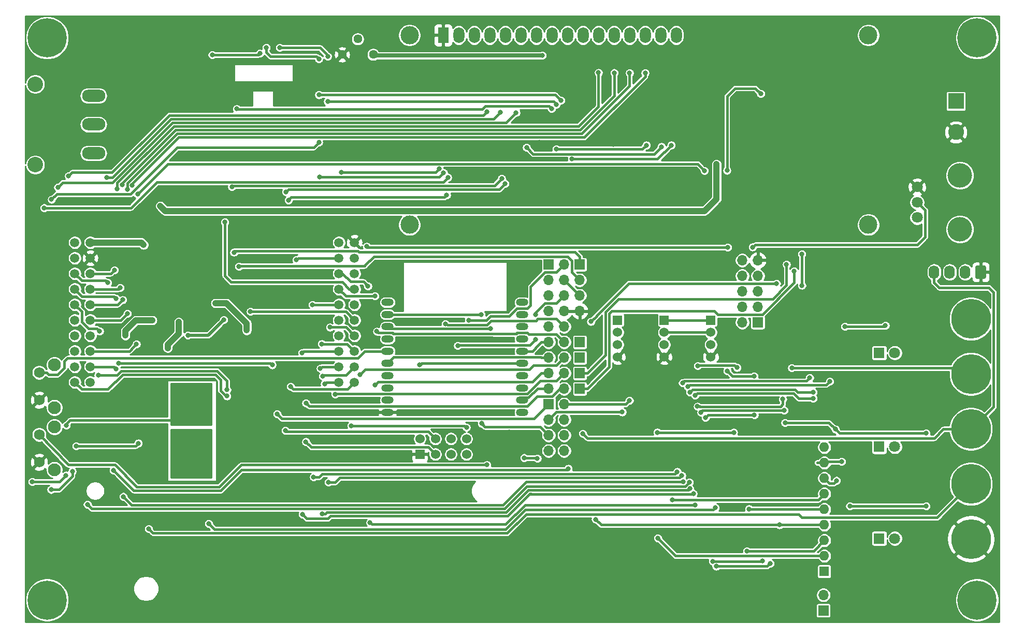
<source format=gbr>
%TF.GenerationSoftware,KiCad,Pcbnew,5.1.6*%
%TF.CreationDate,2020-08-10T13:19:17+02:00*%
%TF.ProjectId,MCT_Labor_5529,4d43545f-4c61-4626-9f72-5f353532392e,rev?*%
%TF.SameCoordinates,Original*%
%TF.FileFunction,Copper,L2,Bot*%
%TF.FilePolarity,Positive*%
%FSLAX46Y46*%
G04 Gerber Fmt 4.6, Leading zero omitted, Abs format (unit mm)*
G04 Created by KiCad (PCBNEW 5.1.6) date 2020-08-10 13:19:17*
%MOMM*%
%LPD*%
G01*
G04 APERTURE LIST*
%TA.AperFunction,ComponentPad*%
%ADD10O,1.740000X2.190000*%
%TD*%
%TA.AperFunction,ComponentPad*%
%ADD11C,6.400000*%
%TD*%
%TA.AperFunction,ComponentPad*%
%ADD12C,0.800000*%
%TD*%
%TA.AperFunction,ComponentPad*%
%ADD13C,1.500000*%
%TD*%
%TA.AperFunction,ComponentPad*%
%ADD14C,1.524000*%
%TD*%
%TA.AperFunction,ComponentPad*%
%ADD15R,1.524000X1.524000*%
%TD*%
%TA.AperFunction,ComponentPad*%
%ADD16C,2.540000*%
%TD*%
%TA.AperFunction,ComponentPad*%
%ADD17O,3.810000X2.000000*%
%TD*%
%TA.AperFunction,ComponentPad*%
%ADD18C,2.100000*%
%TD*%
%TA.AperFunction,ComponentPad*%
%ADD19C,1.750000*%
%TD*%
%TA.AperFunction,ComponentPad*%
%ADD20C,1.800000*%
%TD*%
%TA.AperFunction,ComponentPad*%
%ADD21R,1.800000X1.800000*%
%TD*%
%TA.AperFunction,ComponentPad*%
%ADD22C,6.500000*%
%TD*%
%TA.AperFunction,ComponentPad*%
%ADD23C,3.000000*%
%TD*%
%TA.AperFunction,ComponentPad*%
%ADD24O,1.800000X2.600000*%
%TD*%
%TA.AperFunction,ComponentPad*%
%ADD25R,1.800000X2.600000*%
%TD*%
%TA.AperFunction,ComponentPad*%
%ADD26O,2.000000X1.200000*%
%TD*%
%TA.AperFunction,WasherPad*%
%ADD27C,4.000000*%
%TD*%
%TA.AperFunction,ComponentPad*%
%ADD28C,1.440000*%
%TD*%
%TA.AperFunction,ComponentPad*%
%ADD29O,1.600000X1.600000*%
%TD*%
%TA.AperFunction,ComponentPad*%
%ADD30R,1.600000X1.600000*%
%TD*%
%TA.AperFunction,ComponentPad*%
%ADD31O,1.700000X1.700000*%
%TD*%
%TA.AperFunction,ComponentPad*%
%ADD32R,1.700000X1.700000*%
%TD*%
%TA.AperFunction,ComponentPad*%
%ADD33C,2.600000*%
%TD*%
%TA.AperFunction,ComponentPad*%
%ADD34R,2.600000X2.600000*%
%TD*%
%TA.AperFunction,ViaPad*%
%ADD35C,0.800000*%
%TD*%
%TA.AperFunction,Conductor*%
%ADD36C,0.400000*%
%TD*%
%TA.AperFunction,Conductor*%
%ADD37C,1.000000*%
%TD*%
%TA.AperFunction,Conductor*%
%ADD38C,0.500000*%
%TD*%
%TA.AperFunction,Conductor*%
%ADD39C,0.390000*%
%TD*%
%TA.AperFunction,Conductor*%
%ADD40C,0.700000*%
%TD*%
%TA.AperFunction,Conductor*%
%ADD41C,0.254000*%
%TD*%
G04 APERTURE END LIST*
%TO.P,J10,1*%
%TO.N,GND*%
%TA.AperFunction,ComponentPad*%
G36*
G01*
X207466300Y-91493019D02*
X207466300Y-93183021D01*
G75*
G02*
X207216301Y-93433020I-249999J0D01*
G01*
X205976299Y-93433020D01*
G75*
G02*
X205726300Y-93183021I0J249999D01*
G01*
X205726300Y-91493019D01*
G75*
G02*
X205976299Y-91243020I249999J0D01*
G01*
X207216301Y-91243020D01*
G75*
G02*
X207466300Y-91493019I0J-249999D01*
G01*
G37*
%TD.AperFunction*%
D10*
%TO.P,J10,2*%
%TO.N,+12V*%
X204056300Y-92338020D03*
%TO.P,J10,3*%
%TO.N,/Launchpad/P1.6*%
X201516300Y-92338020D03*
%TO.P,J10,4*%
%TO.N,/Launchpad/P1.5_FAN*%
X198976300Y-92338020D03*
%TD*%
D11*
%TO.P,REF\u002A\u002A,1*%
%TO.N,N/C*%
X206000000Y-146000000D03*
D12*
X208400000Y-146000000D03*
X207697056Y-147697056D03*
X206000000Y-148400000D03*
X204302944Y-147697056D03*
X203600000Y-146000000D03*
X204302944Y-144302944D03*
X206000000Y-143600000D03*
X207697056Y-144302944D03*
%TD*%
D11*
%TO.P,REF\u002A\u002A,1*%
%TO.N,N/C*%
X54000000Y-54000000D03*
D12*
X56400000Y-54000000D03*
X55697056Y-55697056D03*
X54000000Y-56400000D03*
X52302944Y-55697056D03*
X51600000Y-54000000D03*
X52302944Y-52302944D03*
X54000000Y-51600000D03*
X55697056Y-52302944D03*
%TD*%
%TO.P,e,1*%
%TO.N,N/C*%
X55697056Y-144302944D03*
X54000000Y-143600000D03*
X52302944Y-144302944D03*
X51600000Y-146000000D03*
X52302944Y-147697056D03*
X54000000Y-148400000D03*
X55697056Y-147697056D03*
X56400000Y-146000000D03*
D11*
X54000000Y-146000000D03*
%TD*%
D12*
%TO.P,REF\u002A\u002A,1*%
%TO.N,N/C*%
X207697056Y-52302944D03*
X206000000Y-51600000D03*
X204302944Y-52302944D03*
X203600000Y-54000000D03*
X204302944Y-55697056D03*
X206000000Y-56400000D03*
X207697056Y-55697056D03*
X208400000Y-54000000D03*
D11*
X206000000Y-54000000D03*
%TD*%
D13*
%TO.P,U10,1*%
%TO.N,+3V3*%
X58500000Y-87500000D03*
%TO.P,U10,21*%
%TO.N,VBUS*%
X61040000Y-87500000D03*
%TO.P,U10,20*%
%TO.N,GND*%
X104220000Y-87500000D03*
%TO.P,U10,40*%
%TO.N,/SPI/A0*%
X101680000Y-87500000D03*
%TO.P,U10,2*%
%TO.N,/Launchpad/P6.5*%
X58500000Y-90040000D03*
%TO.P,U10,3*%
%TO.N,/Launchpad/P3.4*%
X58500000Y-92580000D03*
%TO.P,U10,4*%
%TO.N,/Launchpad/P3.3*%
X58500000Y-95120000D03*
%TO.P,U10,5*%
%TO.N,/Launchpad/P1.6*%
X58500000Y-97660000D03*
%TO.P,U10,6*%
%TO.N,/LCD/E*%
X58500000Y-100200000D03*
%TO.P,U10,7*%
%TO.N,/Launchpad/P3.2*%
X58500000Y-102740000D03*
%TO.P,U10,8*%
%TO.N,/SPI/A2*%
X58500000Y-105280000D03*
%TO.P,U10,9*%
%TO.N,/Launchpad/P4.2*%
X58500000Y-107820000D03*
%TO.P,U10,10*%
%TO.N,/Launchpad/P4.1*%
X58500000Y-110360000D03*
%TO.P,U10,11*%
%TO.N,/SPI/ADDR_EN*%
X104220000Y-110360000D03*
%TO.P,U10,12*%
%TO.N,/Button_decoder/BTN_S1*%
X104220000Y-107820000D03*
%TO.P,U10,13*%
%TO.N,/SPI/A1*%
X104220000Y-105280000D03*
%TO.P,U10,14*%
%TO.N,/SPI/MISO*%
X104220000Y-102740000D03*
%TO.P,U10,15*%
%TO.N,/SPI/MOSI*%
X104220000Y-100200000D03*
%TO.P,U10,16*%
%TO.N,/Launchpad/~RST*%
X104220000Y-97660000D03*
%TO.P,U10,17*%
%TO.N,/Launchpad/P7.4*%
X104220000Y-95120000D03*
%TO.P,U10,18*%
%TO.N,/Button_decoder/BTN_S0*%
X104220000Y-92580000D03*
%TO.P,U10,19*%
%TO.N,/Button_decoder/BTN_INT*%
X104220000Y-90040000D03*
%TO.P,U10,22*%
%TO.N,GND*%
X61040000Y-90040000D03*
%TO.P,U10,23*%
%TO.N,/LCD/D4*%
X61040000Y-92580000D03*
%TO.P,U10,24*%
%TO.N,/LCD/D5*%
X61040000Y-95120000D03*
%TO.P,U10,25*%
%TO.N,/LCD/D6*%
X61040000Y-97660000D03*
%TO.P,U10,26*%
%TO.N,/LCD/D7*%
X61040000Y-100200000D03*
%TO.P,U10,27*%
%TO.N,/Launchpad/P6.4*%
X61040000Y-102740000D03*
%TO.P,U10,28*%
%TO.N,/Launchpad/P7.0*%
X61040000Y-105280000D03*
%TO.P,U10,29*%
%TO.N,/LED-Treiber/LED_5*%
X61040000Y-107820000D03*
%TO.P,U10,30*%
%TO.N,/LED-Treiber/LED_4*%
X61040000Y-110360000D03*
%TO.P,U10,31*%
%TO.N,12V_Enable*%
X101680000Y-110360000D03*
%TO.P,U10,32*%
%TO.N,/LED-Treiber/LED_6*%
X101680000Y-107820000D03*
%TO.P,U10,33*%
%TO.N,/SPI/NRF_CE*%
X101680000Y-105280000D03*
%TO.P,U10,34*%
%TO.N,/SPI/NRF_INT*%
X101680000Y-102740000D03*
%TO.P,U10,35*%
%TO.N,Net-(JP1-Pad2)*%
X101680000Y-100200000D03*
%TO.P,U10,36*%
%TO.N,Net-(JP3-Pad2)*%
X101680000Y-97660000D03*
%TO.P,U10,37*%
%TO.N,Net-(JP4-Pad2)*%
X101680000Y-95120000D03*
%TO.P,U10,38*%
%TO.N,Net-(JP5-Pad2)*%
X101680000Y-92580000D03*
%TO.P,U10,39*%
%TO.N,/Button_decoder/BTN_S2*%
X101680000Y-90040000D03*
%TD*%
D14*
%TO.P,J6,4*%
%TO.N,GND*%
X162463800Y-106204400D03*
%TO.P,J6,3*%
%TO.N,+3V3*%
X162463800Y-104204400D03*
%TO.P,J6,2*%
%TO.N,/Launchpad/P4.1*%
X162463800Y-102204400D03*
D15*
%TO.P,J6,1*%
%TO.N,/Launchpad/P4.2*%
X162463800Y-100204400D03*
%TD*%
D16*
%TO.P,SW3,*%
%TO.N,*%
X52045000Y-74775000D03*
X52045000Y-61575000D03*
D17*
%TO.P,SW3,1*%
%TO.N,VDD*%
X61575000Y-72875000D03*
%TO.P,SW3,2*%
%TO.N,Net-(C17-Pad1)*%
X61575000Y-68175000D03*
%TO.P,SW3,3*%
%TO.N,Net-(SW3-Pad3)*%
X61575000Y-63475000D03*
%TD*%
D18*
%TO.P,SW2,*%
%TO.N,*%
X55175000Y-124670000D03*
D19*
%TO.P,SW2,1*%
%TO.N,GND*%
X52685000Y-123420000D03*
%TO.P,SW2,2*%
%TO.N,Net-(R29-Pad2)*%
X52685000Y-118920000D03*
D18*
%TO.P,SW2,*%
%TO.N,*%
X55175000Y-117660000D03*
%TD*%
%TO.P,SW1,*%
%TO.N,*%
X55175000Y-114510000D03*
D19*
%TO.P,SW1,1*%
%TO.N,GND*%
X52685000Y-113260000D03*
%TO.P,SW1,2*%
%TO.N,Net-(R28-Pad2)*%
X52685000Y-108760000D03*
D18*
%TO.P,SW1,*%
%TO.N,*%
X55175000Y-107500000D03*
%TD*%
D20*
%TO.P,LD_F3,2*%
%TO.N,Net-(LD_F3-Pad2)*%
X192550100Y-135911100D03*
D21*
%TO.P,LD_F3,1*%
%TO.N,/Button_decoder/LED_F3*%
X190010100Y-135911100D03*
%TD*%
D20*
%TO.P,LD_F2,2*%
%TO.N,Net-(LD_F2-Pad2)*%
X192550100Y-120911100D03*
D21*
%TO.P,LD_F2,1*%
%TO.N,/Button_decoder/LED_F2*%
X190010100Y-120911100D03*
%TD*%
%TO.P,LD_F1,1*%
%TO.N,/Button_decoder/LED_F1*%
X190010100Y-105551100D03*
D20*
%TO.P,LD_F1,2*%
%TO.N,Net-(LD_F1-Pad2)*%
X192550100Y-105551100D03*
%TD*%
D22*
%TO.P,J13,1*%
%TO.N,GND*%
X205000000Y-136000000D03*
%TD*%
%TO.P,J12,1*%
%TO.N,/Launchpad/P1.5_FAN*%
X205000000Y-118000000D03*
%TD*%
%TO.P,J11,1*%
%TO.N,/Launchpad/P1.6*%
X205000000Y-127000000D03*
%TD*%
%TO.P,J8,1*%
%TO.N,Net-(J8-Pad1)*%
X205000000Y-109000000D03*
%TD*%
D23*
%TO.P,U1,*%
%TO.N,*%
X188225000Y-53570000D03*
X188224480Y-84570700D03*
X113225900Y-84570700D03*
X113225900Y-53570000D03*
D24*
%TO.P,U1,16*%
%TO.N,Net-(U1-Pad16)*%
X156825000Y-53570000D03*
%TO.P,U1,15*%
%TO.N,Net-(U1-Pad15)*%
X154285000Y-53570000D03*
%TO.P,U1,14*%
%TO.N,/LCD/D7*%
X151745000Y-53570000D03*
%TO.P,U1,13*%
%TO.N,/LCD/D6*%
X149205000Y-53570000D03*
%TO.P,U1,12*%
%TO.N,/LCD/D5*%
X146665000Y-53570000D03*
%TO.P,U1,11*%
%TO.N,/LCD/D4*%
X144125000Y-53570000D03*
%TO.P,U1,10*%
%TO.N,Net-(U1-Pad10)*%
X141585000Y-53570000D03*
%TO.P,U1,9*%
%TO.N,Net-(U1-Pad9)*%
X139045000Y-53570000D03*
%TO.P,U1,8*%
%TO.N,Net-(U1-Pad8)*%
X136505000Y-53570000D03*
%TO.P,U1,7*%
%TO.N,Net-(U1-Pad7)*%
X133965000Y-53570000D03*
%TO.P,U1,6*%
%TO.N,/LCD/E*%
X131425000Y-53570000D03*
%TO.P,U1,5*%
%TO.N,/Launchpad/P6.4*%
X128885000Y-53570000D03*
%TO.P,U1,4*%
%TO.N,/Launchpad/P6.5*%
X126345000Y-53570000D03*
%TO.P,U1,3*%
%TO.N,Net-(RV1-Pad2)*%
X123805000Y-53570000D03*
%TO.P,U1,2*%
%TO.N,+3V3*%
X121265000Y-53570000D03*
D25*
%TO.P,U1,1*%
%TO.N,GND*%
X118725000Y-53570000D03*
%TD*%
D26*
%TO.P,X1,10*%
%TO.N,GND*%
X109630000Y-115275000D03*
%TO.P,X1,11*%
%TO.N,Net-(X1-Pad11)*%
X131630000Y-115275000D03*
%TO.P,X1,9*%
%TO.N,/Launchpad/P1.2_XBEE*%
X109630000Y-113275000D03*
%TO.P,X1,12*%
%TO.N,/Launchpad/P1.3_XBEE*%
X131630000Y-113275000D03*
%TO.P,X1,8*%
%TO.N,Net-(X1-Pad8)*%
X109630000Y-111275000D03*
%TO.P,X1,13*%
%TO.N,Net-(X1-Pad13)*%
X131630000Y-111275000D03*
%TO.P,X1,7*%
%TO.N,Net-(X1-Pad7)*%
X109630000Y-109275000D03*
%TO.P,X1,14*%
%TO.N,Net-(X1-Pad14)*%
X131630000Y-109275000D03*
%TO.P,X1,6*%
%TO.N,/Launchpad/P1.5_XBEE*%
X109630000Y-107275000D03*
%TO.P,X1,15*%
%TO.N,Net-(D11-Pad2)*%
X131630000Y-107275000D03*
%TO.P,X1,5*%
%TO.N,Net-(R28-Pad2)*%
X109630000Y-105275000D03*
%TO.P,X1,16*%
%TO.N,/Launchpad/P1.4_XBEE*%
X131630000Y-105275000D03*
%TO.P,X1,4*%
%TO.N,Net-(X1-Pad4)*%
X109630000Y-103275000D03*
%TO.P,X1,17*%
%TO.N,Net-(X1-Pad17)*%
X131630000Y-103275000D03*
%TO.P,X1,3*%
%TO.N,Net-(J4-Pad7)*%
X109630000Y-101275000D03*
%TO.P,X1,18*%
%TO.N,Net-(X1-Pad18)*%
X131630000Y-101275000D03*
%TO.P,X1,2*%
%TO.N,Net-(J4-Pad5)*%
X109630000Y-99275000D03*
%TO.P,X1,19*%
%TO.N,Net-(X1-Pad19)*%
X131630000Y-99275000D03*
%TO.P,X1,1*%
%TO.N,+3V3*%
X109630000Y-97275000D03*
%TO.P,X1,20*%
%TO.N,Net-(R29-Pad2)*%
X131630000Y-97275000D03*
%TD*%
D14*
%TO.P,U5,8*%
%TO.N,/SPI/NRF_INT*%
X122535000Y-119610000D03*
%TO.P,U5,7*%
%TO.N,/SPI/MISO*%
X122535000Y-122150000D03*
%TO.P,U5,6*%
%TO.N,/SPI/MOSI*%
X119995000Y-119610000D03*
%TO.P,U5,5*%
%TO.N,/Launchpad/P3.2*%
X119995000Y-122150000D03*
%TO.P,U5,4*%
%TO.N,Net-(U4-Pad14)*%
X117455000Y-119610000D03*
%TO.P,U5,3*%
%TO.N,/SPI/NRF_CE*%
X117455000Y-122150000D03*
%TO.P,U5,2*%
%TO.N,+3V3*%
X114915000Y-119610000D03*
D15*
%TO.P,U5,1*%
%TO.N,GND*%
X114915000Y-122150000D03*
%TD*%
D27*
%TO.P,RV2,*%
%TO.N,*%
X203195000Y-85315000D03*
X203195000Y-76515000D03*
D20*
%TO.P,RV2,1*%
%TO.N,Net-(R39-Pad2)*%
X196195000Y-83415000D03*
%TO.P,RV2,2*%
%TO.N,Net-(J14-Pad5)*%
X196195000Y-80915000D03*
%TO.P,RV2,3*%
%TO.N,GND*%
X196195000Y-78415000D03*
%TD*%
D28*
%TO.P,RV1,3*%
%TO.N,GND*%
X102215000Y-56745000D03*
%TO.P,RV1,2*%
%TO.N,Net-(RV1-Pad2)*%
X104755000Y-54205000D03*
%TO.P,RV1,1*%
%TO.N,-3V3*%
X107295000Y-56745000D03*
%TD*%
D29*
%TO.P,RN1,9*%
%TO.N,Net-(RN1-Pad9)*%
X181033740Y-120994300D03*
%TO.P,RN1,8*%
%TO.N,Net-(RN1-Pad8)*%
X181033740Y-123534300D03*
%TO.P,RN1,7*%
%TO.N,Net-(RN1-Pad7)*%
X181033740Y-126074300D03*
%TO.P,RN1,6*%
%TO.N,Net-(RN1-Pad6)*%
X181033740Y-128614300D03*
%TO.P,RN1,5*%
%TO.N,Net-(RN1-Pad5)*%
X181033740Y-131154300D03*
%TO.P,RN1,4*%
%TO.N,Net-(RN1-Pad4)*%
X181033740Y-133694300D03*
%TO.P,RN1,3*%
%TO.N,Net-(RN1-Pad3)*%
X181033740Y-136234300D03*
%TO.P,RN1,2*%
%TO.N,Net-(RN1-Pad2)*%
X181033740Y-138774300D03*
D30*
%TO.P,RN1,1*%
%TO.N,+3V3*%
X181033740Y-141314300D03*
%TD*%
D31*
%TO.P,JP5,3*%
%TO.N,/Launchpad/P1.5_XBEE*%
X135966520Y-106329640D03*
%TO.P,JP5,2*%
%TO.N,Net-(JP5-Pad2)*%
X138506520Y-106329640D03*
D32*
%TO.P,JP5,1*%
%TO.N,/Launchpad/P1.5_FAN*%
X141046520Y-106329640D03*
%TD*%
D31*
%TO.P,JP4,3*%
%TO.N,/Launchpad/P1.4_XBEE*%
X135966520Y-103789640D03*
%TO.P,JP4,2*%
%TO.N,Net-(JP4-Pad2)*%
X138506520Y-103789640D03*
D32*
%TO.P,JP4,1*%
%TO.N,/LED-Treiber/LED_3*%
X141046520Y-103789640D03*
%TD*%
D31*
%TO.P,JP3,3*%
%TO.N,/Launchpad/P1.3_XBEE*%
X135966520Y-111409640D03*
%TO.P,JP3,2*%
%TO.N,Net-(JP3-Pad2)*%
X138506520Y-111409640D03*
D32*
%TO.P,JP3,1*%
%TO.N,/LED-Treiber/LED_2*%
X141046520Y-111409640D03*
%TD*%
D31*
%TO.P,JP1,3*%
%TO.N,/Launchpad/P1.2_XBEE*%
X135966520Y-108869640D03*
%TO.P,JP1,2*%
%TO.N,Net-(JP1-Pad2)*%
X138506520Y-108869640D03*
D32*
%TO.P,JP1,1*%
%TO.N,/LED-Treiber/LED_1*%
X141046520Y-108869640D03*
%TD*%
D33*
%TO.P,J18,2*%
%TO.N,GND*%
X202545000Y-69445000D03*
D34*
%TO.P,J18,1*%
%TO.N,+3V3*%
X202545000Y-64365000D03*
%TD*%
D31*
%TO.P,J14,10*%
%TO.N,/Launchpad/P7.0*%
X167620000Y-90400000D03*
%TO.P,J14,9*%
%TO.N,GND*%
X170160000Y-90400000D03*
%TO.P,J14,8*%
%TO.N,/Launchpad/P7.0*%
X167620000Y-92940000D03*
%TO.P,J14,7*%
%TO.N,Net-(D12-Pad3)*%
X170160000Y-92940000D03*
%TO.P,J14,6*%
%TO.N,/Launchpad/P7.0*%
X167620000Y-95480000D03*
%TO.P,J14,5*%
%TO.N,Net-(J14-Pad5)*%
X170160000Y-95480000D03*
%TO.P,J14,4*%
%TO.N,/Launchpad/P7.0*%
X167620000Y-98020000D03*
%TO.P,J14,3*%
%TO.N,Net-(J14-Pad3)*%
X170160000Y-98020000D03*
%TO.P,J14,2*%
%TO.N,/Launchpad/P7.0*%
X167620000Y-100560000D03*
D32*
%TO.P,J14,1*%
%TO.N,Net-(J14-Pad1)*%
X170160000Y-100560000D03*
%TD*%
D31*
%TO.P,J7,4*%
%TO.N,GND*%
X141046520Y-98709640D03*
%TO.P,J7,3*%
%TO.N,+3V3*%
X141046520Y-96169640D03*
%TO.P,J7,2*%
%TO.N,/Launchpad/P4.1*%
X141046520Y-93629640D03*
D32*
%TO.P,J7,1*%
%TO.N,/Launchpad/P4.2*%
X141046520Y-91089640D03*
%TD*%
D14*
%TO.P,J5,4*%
%TO.N,GND*%
X154843800Y-106204400D03*
%TO.P,J5,3*%
%TO.N,+3V3*%
X154843800Y-104204400D03*
%TO.P,J5,2*%
%TO.N,/Launchpad/P4.1*%
X154843800Y-102204400D03*
D15*
%TO.P,J5,1*%
%TO.N,/Launchpad/P4.2*%
X154843800Y-100204400D03*
%TD*%
D31*
%TO.P,J4,8*%
%TO.N,/Launchpad/P3.3*%
X138506520Y-121569640D03*
%TO.P,J4,7*%
%TO.N,Net-(J4-Pad7)*%
X135966520Y-121569640D03*
%TO.P,J4,6*%
%TO.N,/Launchpad/P3.4*%
X138506520Y-119029640D03*
%TO.P,J4,5*%
%TO.N,Net-(J4-Pad5)*%
X135966520Y-119029640D03*
%TO.P,J4,4*%
%TO.N,/Launchpad/P3.4*%
X138506520Y-116489640D03*
%TO.P,J4,3*%
%TO.N,Net-(J3-Pad2)*%
X135966520Y-116489640D03*
%TO.P,J4,2*%
%TO.N,Net-(J3-Pad1)*%
X138506520Y-113949640D03*
D32*
%TO.P,J4,1*%
%TO.N,/Launchpad/P3.3*%
X135966520Y-113949640D03*
%TD*%
D14*
%TO.P,J3,4*%
%TO.N,GND*%
X147223800Y-106204400D03*
%TO.P,J3,3*%
%TO.N,+3V3*%
X147223800Y-104204400D03*
%TO.P,J3,2*%
%TO.N,Net-(J3-Pad2)*%
X147223800Y-102204400D03*
D15*
%TO.P,J3,1*%
%TO.N,Net-(J3-Pad1)*%
X147223800Y-100204400D03*
%TD*%
D31*
%TO.P,J2,10*%
%TO.N,/SPI/MOSI*%
X138506520Y-101249640D03*
%TO.P,J2,9*%
%TO.N,Net-(J2-Pad9)*%
X135966520Y-101249640D03*
%TO.P,J2,8*%
%TO.N,GND*%
X138506520Y-98709640D03*
%TO.P,J2,7*%
%TO.N,Net-(J2-Pad7)*%
X135966520Y-98709640D03*
%TO.P,J2,6*%
%TO.N,/Launchpad/P3.2*%
X138506520Y-96169640D03*
%TO.P,J2,5*%
%TO.N,Net-(J2-Pad5)*%
X135966520Y-96169640D03*
%TO.P,J2,4*%
%TO.N,+3V3*%
X138506520Y-93629640D03*
%TO.P,J2,3*%
%TO.N,Net-(J2-Pad3)*%
X135966520Y-93629640D03*
%TO.P,J2,2*%
%TO.N,/SPI/MISO*%
X138506520Y-91089640D03*
D32*
%TO.P,J2,1*%
%TO.N,Net-(J2-Pad1)*%
X135966520Y-91089640D03*
%TD*%
D22*
%TO.P,J9,1*%
%TO.N,+3V3*%
X205000000Y-100000000D03*
%TD*%
D32*
%TO.P,J15,1*%
%TO.N,Net-(J15-Pad1)*%
X180881340Y-147710020D03*
D31*
%TO.P,J15,2*%
%TO.N,Net-(J15-Pad2)*%
X180881340Y-145170020D03*
%TD*%
D35*
%TO.N,+BATT*%
X163195320Y-130902840D03*
X80396400Y-133493640D03*
X76213020Y-118936900D03*
X77960540Y-118947060D03*
X79827440Y-118936900D03*
X77815760Y-120913020D03*
X79799500Y-120920640D03*
X77797980Y-122591960D03*
X79766480Y-122645300D03*
X79776640Y-124387740D03*
X77764960Y-124344560D03*
X75623740Y-124451240D03*
%TO.N,GND*%
X95646560Y-64298960D03*
X196750320Y-68349320D03*
X197706300Y-110961300D03*
X185184100Y-110910500D03*
X197731700Y-125947300D03*
X185158700Y-125896500D03*
X176306800Y-124385200D03*
X163810000Y-124207400D03*
X151641500Y-136731500D03*
X151313200Y-124334400D03*
X166248400Y-113437800D03*
X153777000Y-113742600D03*
X185229820Y-140862180D03*
X197731700Y-140885040D03*
X129560640Y-118527960D03*
X171033760Y-120971440D03*
X156017280Y-64456440D03*
X153134380Y-64469140D03*
X166578600Y-106630600D03*
X176520160Y-104491920D03*
X90896760Y-55556280D03*
X80970440Y-55038120D03*
X179415760Y-100554920D03*
X178633440Y-114103280D03*
X163568700Y-137382380D03*
X162306320Y-92434540D03*
X74089580Y-95942280D03*
X83289460Y-119803040D03*
X89931560Y-108914060D03*
X170698480Y-106818560D03*
X128300800Y-115449480D03*
X71026340Y-122114440D03*
X70934900Y-123640980D03*
X70909500Y-125203080D03*
X72575740Y-123668920D03*
X72585900Y-125210700D03*
X71315900Y-114123600D03*
X71458140Y-111438820D03*
X72898320Y-111438820D03*
X67363660Y-112117000D03*
X82684940Y-103531800D03*
X79024800Y-98215580D03*
X79027340Y-91466800D03*
X79042580Y-89419560D03*
X76418760Y-89401780D03*
X76400980Y-91499820D03*
X74188640Y-89419560D03*
X74173400Y-91532840D03*
X74122600Y-93712160D03*
X123840560Y-72749440D03*
X123609420Y-76991340D03*
X134470460Y-71069669D03*
X158613160Y-76871960D03*
X146548160Y-71408199D03*
X169000460Y-63423960D03*
X169000460Y-64559340D03*
X171780520Y-67232660D03*
X173025120Y-67240280D03*
X175582900Y-67994660D03*
X175582900Y-69378960D03*
X135909359Y-59425981D03*
X133874819Y-59425981D03*
X174470380Y-109043600D03*
X169225280Y-136973440D03*
X174833600Y-136226400D03*
%TO.N,+3V3*%
X86609240Y-101855400D03*
X81493680Y-97423100D03*
X80980600Y-56790720D03*
X88768240Y-56536720D03*
X131963174Y-122718654D03*
X134128326Y-122816246D03*
X166756400Y-107956480D03*
X160340360Y-107672000D03*
X177383760Y-94517340D03*
X177368520Y-89378920D03*
X184396700Y-101243260D03*
X191021020Y-101047680D03*
%TO.N,VBUS*%
X69766500Y-87870160D03*
%TO.N,VDD*%
X77008040Y-102663120D03*
X51557240Y-126638180D03*
X76124120Y-116592480D03*
X78049440Y-116678840D03*
X79822360Y-116635660D03*
X79802040Y-114126140D03*
X77909740Y-114049940D03*
X79870620Y-111568360D03*
X77922440Y-111593760D03*
X75494200Y-111606460D03*
X82860200Y-100138360D03*
X57135080Y-117407820D03*
X57079200Y-125586620D03*
X71200840Y-100216990D03*
X66776920Y-102703760D03*
%TO.N,Net-(D11-Pad2)*%
X114880002Y-107475000D03*
%TO.N,/Launchpad/P7.4*%
X83060860Y-84161760D03*
%TO.N,Net-(J1-Pad2)*%
X84181000Y-78388041D03*
X128295990Y-77018004D03*
%TO.N,/SPI/MOSI*%
X119083140Y-100805000D03*
X136436420Y-65594360D03*
X84981000Y-65632460D03*
X87223920Y-98804860D03*
X151930420Y-71576060D03*
X137216521Y-72208199D03*
%TO.N,/Launchpad/P3.2*%
X133831650Y-99274183D03*
X133830010Y-103339639D03*
X121102440Y-104377620D03*
X89822340Y-55596920D03*
X98412620Y-57458740D03*
X137983960Y-64244959D03*
X98417700Y-63336300D03*
X98412620Y-71069679D03*
X54714460Y-80448280D03*
X156019820Y-71568440D03*
X139756521Y-73816701D03*
%TO.N,/SPI/MISO*%
X100223640Y-101355020D03*
X122898220Y-100204990D03*
X92019440Y-55607080D03*
X99853963Y-57019712D03*
X137216200Y-64885700D03*
X99847720Y-64438660D03*
%TO.N,Net-(J3-Pad2)*%
X148007681Y-115239639D03*
%TO.N,Net-(J3-Pad1)*%
X149185801Y-113341280D03*
%TO.N,/Launchpad/P3.3*%
X65283400Y-96691580D03*
X90785000Y-107532300D03*
X91567320Y-115540920D03*
X65682180Y-107230001D03*
%TO.N,Net-(J4-Pad7)*%
X126448000Y-101600000D03*
%TO.N,/Launchpad/P3.4*%
X139192320Y-124486800D03*
X63881320Y-94072840D03*
X64849794Y-124770546D03*
%TO.N,Net-(J4-Pad5)*%
X125024200Y-117110640D03*
X124950540Y-99287460D03*
%TO.N,/Launchpad/P4.1*%
X85354480Y-91418540D03*
X83393600Y-112625000D03*
X163354882Y-140469152D03*
X172161520Y-140023980D03*
%TO.N,/Launchpad/P4.2*%
X84531520Y-89099520D03*
X62349700Y-109175680D03*
X83403760Y-111596300D03*
X162791460Y-139642980D03*
X170911840Y-139609960D03*
%TO.N,Net-(J8-Pad1)*%
X175712440Y-108002200D03*
%TO.N,/Launchpad/P1.5_FAN*%
X141534200Y-118746400D03*
%TO.N,/Launchpad/P1.6*%
X62588460Y-102020500D03*
X70597080Y-134347080D03*
%TO.N,/Launchpad/P7.0*%
X68773788Y-79569868D03*
X68593020Y-104098220D03*
X161437640Y-75731500D03*
%TO.N,Net-(J14-Pad5)*%
X169293860Y-88251160D03*
%TO.N,/Launchpad/P1.2_XBEE*%
X107549000Y-110821600D03*
%TO.N,Net-(JP1-Pad2)*%
X101066920Y-112310001D03*
%TO.N,/LED-Treiber/LED_1*%
X174848840Y-91060400D03*
%TO.N,Net-(JP3-Pad2)*%
X96291720Y-113770540D03*
X97368680Y-97674560D03*
%TO.N,/LED-Treiber/LED_2*%
X176098520Y-92203400D03*
%TO.N,Net-(JP4-Pad2)*%
X107566780Y-96264860D03*
X107881740Y-102040820D03*
%TO.N,/LED-Treiber/LED_3*%
X142867700Y-100433000D03*
X173233400Y-94189680D03*
%TO.N,Net-(JP5-Pad2)*%
X106434141Y-94618940D03*
X105143620Y-109071540D03*
%TO.N,/Launchpad/P6.5*%
X125882720Y-66092200D03*
X57500840Y-76605260D03*
%TO.N,/Launchpad/P6.4*%
X128067120Y-66160780D03*
X63723840Y-76831220D03*
%TO.N,/LCD/E*%
X130650300Y-66239520D03*
X55748240Y-78459460D03*
%TO.N,/LCD/D4*%
X144119920Y-59701560D03*
X65448500Y-78695680D03*
X64993840Y-91992580D03*
%TO.N,/LCD/D5*%
X146690400Y-59726960D03*
X66248500Y-78075121D03*
X65923480Y-94872940D03*
%TO.N,/LCD/D6*%
X149199920Y-59732040D03*
X67094221Y-78785437D03*
X66332420Y-96871920D03*
%TO.N,/LCD/D7*%
X151755160Y-59747280D03*
X67894221Y-78134061D03*
X67102040Y-99109660D03*
%TO.N,/SPI/ADDR_EN*%
X93431680Y-80552420D03*
X93789820Y-111057820D03*
X119304120Y-79747240D03*
%TO.N,Net-(R29-Pad2)*%
X125892880Y-123877200D03*
%TO.N,Net-(R52-Pad2)*%
X54643340Y-127933580D03*
X58105360Y-124956700D03*
X58730200Y-120806340D03*
X68915600Y-120338980D03*
%TO.N,Net-(RN1-Pad8)*%
X197688520Y-130638680D03*
X185206960Y-130633600D03*
X183855680Y-123333640D03*
%TO.N,Net-(RN1-Pad7)*%
X183033741Y-126442600D03*
X182833751Y-118036049D03*
X174605000Y-116988720D03*
X197668200Y-118700680D03*
%TO.N,Net-(RN1-Pad6)*%
X156200160Y-129607440D03*
%TO.N,Net-(RN1-Pad5)*%
X168712200Y-131095880D03*
%TO.N,Net-(RN1-Pad4)*%
X143632240Y-132777360D03*
X173695680Y-133696840D03*
%TO.N,Net-(RN1-Pad3)*%
X168392160Y-137974300D03*
%TO.N,Net-(RN1-Pad2)*%
X153797320Y-135850760D03*
X153741440Y-118553360D03*
X166228080Y-118553360D03*
%TO.N,/LED-Treiber/LED_6*%
X157856376Y-110489874D03*
X156990000Y-124989720D03*
X97556640Y-125871100D03*
X98648840Y-108086020D03*
X178651220Y-109627800D03*
%TO.N,/LED-Treiber/LED_5*%
X179203089Y-111995540D03*
X159052044Y-111975539D03*
X157933641Y-126623323D03*
X65245770Y-108141900D03*
X66449796Y-129068424D03*
%TO.N,/LED-Treiber/LED_4*%
X179202383Y-112995541D03*
X159898400Y-112508160D03*
X158958438Y-126729898D03*
X60574240Y-130346580D03*
%TO.N,/Button_decoder/BTN_INT*%
X169601200Y-115723800D03*
X161590040Y-116155600D03*
X159888240Y-130407440D03*
X106781920Y-133346320D03*
%TO.N,/Button_decoder/BTN_S0*%
X169555480Y-109368720D03*
X165171440Y-108520360D03*
X165227320Y-88276560D03*
X106243440Y-88152100D03*
%TO.N,/Button_decoder/BTN_S1*%
X160289560Y-114316640D03*
X159043014Y-127776694D03*
X174249670Y-113133000D03*
X98928240Y-131868040D03*
X99057780Y-109366180D03*
%TO.N,/Button_decoder/BTN_S2*%
X174452600Y-114941480D03*
X160883920Y-115292000D03*
X159624695Y-128590113D03*
X94744860Y-90336500D03*
X95725300Y-131959480D03*
%TO.N,Net-(U4-Pad14)*%
X92931300Y-118243480D03*
X93022740Y-79203680D03*
X128829120Y-77885420D03*
%TO.N,Net-(U4-Pad13)*%
X132359720Y-71941820D03*
X154424700Y-71817360D03*
%TO.N,/SPI/A2*%
X53500340Y-81822420D03*
X119497160Y-76828780D03*
%TO.N,/SPI/A1*%
X98897760Y-104080440D03*
X98519300Y-76788041D03*
X118805160Y-76106879D03*
%TO.N,/SPI/A0*%
X102108320Y-75988040D03*
X118081518Y-75416702D03*
%TO.N,/SPI/NRF_INT*%
X103693280Y-117456080D03*
X122537540Y-117753260D03*
%TO.N,/SPI/NRF_CE*%
X96284100Y-120090060D03*
X95664340Y-105535860D03*
%TO.N,Net-(C17-Pad1)*%
X75496740Y-100504120D03*
X73698420Y-104763700D03*
X163408680Y-74674860D03*
X72494250Y-81515290D03*
%TO.N,-3V3*%
X134922580Y-56887240D03*
%TO.N,12V_Enable*%
X158688956Y-111043782D03*
X157749304Y-125640458D03*
X99962020Y-126709300D03*
X99342260Y-110618400D03*
X181917660Y-110232320D03*
X165130800Y-75706100D03*
X170637520Y-63153420D03*
%TD*%
D36*
%TO.N,+BATT*%
X128928750Y-134458270D02*
X98823530Y-134458270D01*
X132184841Y-131207441D02*
X128934012Y-134458270D01*
X128934012Y-134458270D02*
X128928750Y-134458270D01*
X163195320Y-130902840D02*
X162890719Y-131207441D01*
X162890719Y-131207441D02*
X132184841Y-131207441D01*
X98823530Y-134458270D02*
X81572990Y-134458270D01*
X81572990Y-134458270D02*
X81361030Y-134458270D01*
X81361030Y-134458270D02*
X80396400Y-133493640D01*
%TO.N,GND*%
X166248400Y-113437800D02*
X166078220Y-113437800D01*
D37*
%TO.N,+3V3*%
X81493680Y-97423100D02*
X81493680Y-97423100D01*
X83332640Y-97423100D02*
X86609240Y-100699700D01*
X86609240Y-100699700D02*
X86609240Y-101855400D01*
X81493680Y-97423100D02*
X83332640Y-97423100D01*
D36*
X80980600Y-56790720D02*
X88514240Y-56790720D01*
X88514240Y-56790720D02*
X88768240Y-56536720D01*
X132528859Y-122718654D02*
X132539325Y-122729120D01*
X131963174Y-122718654D02*
X132528859Y-122718654D01*
X132539325Y-122729120D02*
X134041200Y-122729120D01*
X134041200Y-122729120D02*
X134128326Y-122816246D01*
X166756400Y-107956480D02*
X166356401Y-107556481D01*
X160455879Y-107556481D02*
X160340360Y-107672000D01*
X166356401Y-107556481D02*
X160455879Y-107556481D01*
X138506520Y-93629640D02*
X141046520Y-96169640D01*
X177383760Y-94517340D02*
X177383760Y-89394160D01*
X177383760Y-89394160D02*
X177368520Y-89378920D01*
X184396700Y-101243260D02*
X190825440Y-101243260D01*
X190825440Y-101243260D02*
X191021020Y-101047680D01*
D37*
%TO.N,VBUS*%
X61040000Y-87500000D02*
X69396340Y-87500000D01*
X69396340Y-87500000D02*
X69766500Y-87870160D01*
D38*
%TO.N,VDD*%
X82860200Y-100138360D02*
X80335440Y-102663120D01*
X80335440Y-102663120D02*
X77008040Y-102663120D01*
D36*
X51557240Y-126638180D02*
X56027640Y-126638180D01*
X56027640Y-126638180D02*
X57079200Y-125586620D01*
X76124120Y-116592480D02*
X58262840Y-116592480D01*
X58262840Y-116592480D02*
X57711660Y-116592480D01*
X57711660Y-116592480D02*
X57135080Y-117169060D01*
X57135080Y-117169060D02*
X57135080Y-117407820D01*
D37*
X68509310Y-100216990D02*
X71200840Y-100216990D01*
X66776920Y-101949380D02*
X68509310Y-100216990D01*
X66776920Y-102703760D02*
X66776920Y-101949380D01*
D36*
%TO.N,Net-(D11-Pad2)*%
X131630000Y-107275000D02*
X119960200Y-107275000D01*
X117404960Y-107275000D02*
X117404200Y-107275760D01*
X119960200Y-107275000D02*
X117404960Y-107275000D01*
X115030720Y-107475000D02*
X114880002Y-107475000D01*
X117404960Y-107275000D02*
X115230720Y-107275000D01*
X115230720Y-107275000D02*
X115030720Y-107475000D01*
%TO.N,/Launchpad/P7.4*%
X102232001Y-93969999D02*
X103382002Y-95120000D01*
X83060860Y-84161760D02*
X83060860Y-92970380D01*
X103382002Y-95120000D02*
X104220000Y-95120000D01*
X84060479Y-93969999D02*
X102232001Y-93969999D01*
X83060860Y-92970380D02*
X84060479Y-93969999D01*
%TO.N,Net-(J1-Pad2)*%
X84252419Y-78459460D02*
X84181000Y-78388041D01*
X84380990Y-78188051D02*
X84181000Y-78388041D01*
X122090129Y-78188051D02*
X84380990Y-78188051D01*
X122090129Y-78188051D02*
X126712929Y-78188051D01*
X126712929Y-78188051D02*
X127125943Y-78188051D01*
X127125943Y-78188051D02*
X128295990Y-77018004D01*
%TO.N,/SPI/MOSI*%
X138506520Y-101249640D02*
X137256519Y-99999639D01*
X137256519Y-99999639D02*
X134168866Y-99999639D01*
X104220000Y-100200000D02*
X102830001Y-98810001D01*
X102830001Y-98810001D02*
X99431099Y-98810001D01*
X99431099Y-98810001D02*
X98910399Y-98810001D01*
X98910399Y-98810001D02*
X98714819Y-98810001D01*
X133893505Y-100275000D02*
X130315540Y-100275000D01*
X134168866Y-99999639D02*
X133893505Y-100275000D01*
D39*
X130315540Y-100275000D02*
X126596398Y-100275000D01*
D36*
X126066398Y-100805000D02*
X126596398Y-100275000D01*
X119216380Y-100805000D02*
X119416370Y-101004990D01*
X119083140Y-100805000D02*
X119216380Y-100805000D01*
X125866408Y-101004990D02*
X126066398Y-100805000D01*
X119416370Y-101004990D02*
X125866408Y-101004990D01*
X136036421Y-65194361D02*
X136436420Y-65594360D01*
X125596557Y-65194361D02*
X136036421Y-65194361D01*
X125147068Y-65643850D02*
X125596557Y-65194361D01*
X84992390Y-65643850D02*
X125147068Y-65643850D01*
X84981000Y-65632460D02*
X84992390Y-65643850D01*
X98910399Y-98810001D02*
X89220421Y-98810001D01*
X87794746Y-98810001D02*
X89220421Y-98810001D01*
X87789605Y-98804860D02*
X87794746Y-98810001D01*
X87223920Y-98804860D02*
X87789605Y-98804860D01*
X151298281Y-72208199D02*
X137216521Y-72208199D01*
X151930420Y-71576060D02*
X151298281Y-72208199D01*
%TO.N,/Launchpad/P3.2*%
X133831650Y-98994508D02*
X133831650Y-99274183D01*
X135366519Y-97459639D02*
X133831650Y-98994508D01*
X138506520Y-96169640D02*
X137216521Y-97459639D01*
X137216521Y-97459639D02*
X135366519Y-97459639D01*
D39*
X132899639Y-104270010D02*
X121965110Y-104270010D01*
X133830010Y-103339639D02*
X132899639Y-104270010D01*
D36*
X121210050Y-104270010D02*
X121102440Y-104377620D01*
X121965110Y-104270010D02*
X121210050Y-104270010D01*
X90498715Y-57039640D02*
X97993520Y-57039640D01*
X89822340Y-55596920D02*
X89822340Y-56363265D01*
X97993520Y-57039640D02*
X98412620Y-57458740D01*
X89822340Y-56363265D02*
X90498715Y-57039640D01*
X137075301Y-63336300D02*
X98417700Y-63336300D01*
X137983960Y-64244959D02*
X137075301Y-63336300D01*
X55577302Y-79585438D02*
X54714460Y-80448280D01*
X67626846Y-79585438D02*
X55577302Y-79585438D01*
X75288244Y-71924040D02*
X67626846Y-79585438D01*
X98412620Y-71069679D02*
X97558259Y-71924040D01*
X97558259Y-71924040D02*
X75288244Y-71924040D01*
X153771559Y-73816701D02*
X139756521Y-73816701D01*
X156019820Y-71568440D02*
X153771559Y-73816701D01*
%TO.N,/SPI/MISO*%
X104220000Y-102740000D02*
X102830001Y-101350001D01*
X102830001Y-101350001D02*
X100223640Y-101355020D01*
X135366519Y-92379639D02*
X137216521Y-92379639D01*
X137216521Y-92379639D02*
X138506520Y-91089640D01*
X133030010Y-94716148D02*
X135366519Y-92379639D01*
X132508580Y-98275000D02*
X133030010Y-97753570D01*
X125817866Y-100204990D02*
X126487643Y-99535213D01*
X122898220Y-100204990D02*
X125817866Y-100204990D01*
X133030010Y-97753570D02*
X133030010Y-94716148D01*
X126487643Y-99535213D02*
X129555560Y-99535213D01*
X129555560Y-99535213D02*
X130815773Y-98275000D01*
X130815773Y-98275000D02*
X132508580Y-98275000D01*
X99853963Y-56870261D02*
X99853963Y-57019712D01*
X92019440Y-55607080D02*
X98590782Y-55607080D01*
X98590782Y-55607080D02*
X99853963Y-56870261D01*
X136769160Y-64438660D02*
X99847720Y-64438660D01*
X137216200Y-64885700D02*
X136769160Y-64438660D01*
%TO.N,Net-(J3-Pad2)*%
X137216521Y-115239639D02*
X148007681Y-115239639D01*
X135966520Y-116489640D02*
X137216521Y-115239639D01*
%TO.N,Net-(J3-Pad1)*%
X148577441Y-113949640D02*
X149185801Y-113341280D01*
X138506520Y-113949640D02*
X148577441Y-113949640D01*
%TO.N,/Launchpad/P3.3*%
X58500000Y-95120000D02*
X59708360Y-96328360D01*
X59708360Y-96328360D02*
X62265880Y-96328360D01*
X62265880Y-96328360D02*
X64920180Y-96328360D01*
X64920180Y-96328360D02*
X65283400Y-96691580D01*
X66073340Y-107230001D02*
X90482701Y-107230001D01*
X90482701Y-107230001D02*
X90785000Y-107532300D01*
X92337039Y-116310639D02*
X91567320Y-115540920D01*
X135966520Y-113949640D02*
X133605521Y-116310639D01*
X133605521Y-116310639D02*
X92337039Y-116310639D01*
X66073340Y-107230001D02*
X65682180Y-107230001D01*
D39*
%TO.N,Net-(J4-Pad7)*%
X109955000Y-101600000D02*
X109630000Y-101275000D01*
X126448000Y-101600000D02*
X109955000Y-101600000D01*
D36*
%TO.N,/Launchpad/P3.4*%
X63449520Y-93735020D02*
X63543500Y-93735020D01*
X63444501Y-93730001D02*
X63449520Y-93735020D01*
X63543500Y-93735020D02*
X63881320Y-94072840D01*
X58500000Y-92580000D02*
X59650001Y-93730001D01*
X59650001Y-93730001D02*
X63444501Y-93730001D01*
X68150558Y-128071310D02*
X65183804Y-125104556D01*
X82359432Y-128071310D02*
X68150558Y-128071310D01*
X85753541Y-124677201D02*
X82359432Y-128071310D01*
X139192320Y-124486800D02*
X139001919Y-124677201D01*
X139001919Y-124677201D02*
X85753541Y-124677201D01*
X65183804Y-125104556D02*
X64849794Y-124770546D01*
%TO.N,Net-(J4-Pad5)*%
X135966520Y-119029640D02*
X134580920Y-117644040D01*
X134580920Y-117644040D02*
X125557600Y-117644040D01*
X125557600Y-117644040D02*
X125024200Y-117110640D01*
X109630000Y-99275000D02*
X111030000Y-99275000D01*
X111042460Y-99287460D02*
X124950540Y-99287460D01*
X111030000Y-99275000D02*
X111042460Y-99287460D01*
%TO.N,/Launchpad/P4.1*%
X161386170Y-102204400D02*
X154843800Y-102204400D01*
X162463800Y-102204400D02*
X161386170Y-102204400D01*
X139756521Y-90489639D02*
X139072522Y-89805640D01*
X141046520Y-93629640D02*
X139756521Y-92339641D01*
X139756521Y-92339641D02*
X139756521Y-90489639D01*
X139072522Y-89805640D02*
X123891360Y-89805640D01*
X123891360Y-89805640D02*
X116235800Y-89805640D01*
D39*
X107381360Y-89805640D02*
X105996999Y-91190001D01*
X116235800Y-89805640D02*
X107381360Y-89805640D01*
D36*
X105885300Y-91301700D02*
X105996999Y-91190001D01*
X85354480Y-91418540D02*
X85471320Y-91301700D01*
X85471320Y-91301700D02*
X105885300Y-91301700D01*
X82372520Y-111749062D02*
X83019759Y-112396301D01*
X83019759Y-112396301D02*
X83164901Y-112396301D01*
X82372520Y-109983400D02*
X82372520Y-111749062D01*
X83164901Y-112396301D02*
X83393600Y-112625000D01*
X58500000Y-110360000D02*
X59650001Y-111510001D01*
X63934406Y-111510001D02*
X66339277Y-109105130D01*
X66339277Y-109105130D02*
X81494250Y-109105130D01*
X59650001Y-111510001D02*
X63934406Y-111510001D01*
X81494250Y-109105130D02*
X82372520Y-109983400D01*
X163354882Y-140469152D02*
X171716348Y-140469152D01*
X171716348Y-140469152D02*
X172161520Y-140023980D01*
%TO.N,/Launchpad/P4.2*%
X162463800Y-100204400D02*
X154843800Y-100204400D01*
X141046520Y-89839640D02*
X141046520Y-91089640D01*
X104772001Y-88889999D02*
X104958563Y-89076561D01*
X140283441Y-89076561D02*
X141046520Y-89839640D01*
X104958563Y-89076561D02*
X140283441Y-89076561D01*
X97710281Y-88889999D02*
X104772001Y-88889999D01*
X97710281Y-88889999D02*
X84741041Y-88889999D01*
X84741041Y-88889999D02*
X84531520Y-89099520D01*
X62349700Y-109175680D02*
X65395992Y-109175680D01*
X83403760Y-111030615D02*
X83403760Y-111596300D01*
X81742783Y-108505121D02*
X83403760Y-110166098D01*
X65395992Y-109175680D02*
X66066552Y-108505120D01*
X66066552Y-108505120D02*
X81742783Y-108505121D01*
X83403760Y-110166098D02*
X83403760Y-111030615D01*
X162791460Y-139642980D02*
X170878820Y-139642980D01*
X170878820Y-139642980D02*
X170911840Y-139609960D01*
%TO.N,Net-(J8-Pad1)*%
X203942000Y-108002200D02*
X205074840Y-109135040D01*
X175712440Y-108002200D02*
X203942000Y-108002200D01*
%TO.N,/Launchpad/P1.5_FAN*%
X142288481Y-119500681D02*
X141534200Y-118746400D01*
X144224159Y-119500681D02*
X142288481Y-119500681D01*
X144224159Y-119500681D02*
X143914081Y-119500681D01*
X198976300Y-94070300D02*
X198976300Y-92338020D01*
X207899362Y-94862780D02*
X199768780Y-94862780D01*
X208724841Y-95688259D02*
X207899362Y-94862780D01*
X199768780Y-94862780D02*
X198976300Y-94070300D01*
X199003005Y-119500681D02*
X200478646Y-118025040D01*
X144224159Y-119500681D02*
X199003005Y-119500681D01*
X200478646Y-118025040D02*
X205074840Y-118025040D01*
X205074840Y-118025040D02*
X208724841Y-114375039D01*
X208724841Y-114375039D02*
X208724841Y-95688259D01*
%TO.N,/Launchpad/P1.6*%
X58500000Y-97660000D02*
X59650001Y-98810001D01*
X199495581Y-132494299D02*
X199994840Y-131995040D01*
X129200688Y-135058280D02*
X132281609Y-131977359D01*
X79321980Y-135058280D02*
X129200688Y-135058280D01*
X177367101Y-132494299D02*
X199495581Y-132494299D01*
X199994840Y-131995040D02*
X205074840Y-126915040D01*
X176850161Y-131977359D02*
X177367101Y-132494299D01*
X132281609Y-131977359D02*
X176850161Y-131977359D01*
X73121658Y-135058280D02*
X73119118Y-135060820D01*
X79321980Y-135058280D02*
X73121658Y-135058280D01*
X62157959Y-101589999D02*
X62588460Y-102020500D01*
X59650001Y-98810001D02*
X59650001Y-100512003D01*
X60727997Y-101589999D02*
X62157959Y-101589999D01*
X59650001Y-100512003D02*
X60727997Y-101589999D01*
X71308280Y-135058280D02*
X70597080Y-134347080D01*
X73121658Y-135058280D02*
X71308280Y-135058280D01*
%TO.N,/Launchpad/P7.0*%
X61040000Y-105280000D02*
X62100660Y-105280000D01*
X68775883Y-79284943D02*
X68775883Y-79567773D01*
X68775883Y-79567773D02*
X68773788Y-79569868D01*
X62100660Y-105280000D02*
X67418860Y-105280000D01*
X67418860Y-105280000D02*
X68161220Y-104537640D01*
X68161220Y-104537640D02*
X68161220Y-104530020D01*
X68161220Y-104530020D02*
X68593020Y-104098220D01*
X73726955Y-74616701D02*
X145433361Y-74616701D01*
X68773788Y-79569868D02*
X73726955Y-74616701D01*
X145433361Y-74616701D02*
X160322841Y-74616701D01*
X160322841Y-74616701D02*
X161437640Y-75731500D01*
%TO.N,Net-(J14-Pad5)*%
X197495001Y-82215001D02*
X197495001Y-86603179D01*
X196195000Y-80915000D02*
X197495001Y-82215001D01*
X197495001Y-86603179D02*
X196207700Y-87890480D01*
X196207700Y-87890480D02*
X169697720Y-87890480D01*
X169697720Y-87890480D02*
X169337040Y-88251160D01*
X169337040Y-88251160D02*
X169293860Y-88251160D01*
%TO.N,/Launchpad/P1.2_XBEE*%
X108095600Y-110275000D02*
X107549000Y-110821600D01*
X133359079Y-110275000D02*
X108095600Y-110275000D01*
X135966520Y-108869640D02*
X134764439Y-108869640D01*
X134764439Y-108869640D02*
X133359079Y-110275000D01*
%TO.N,Net-(JP1-Pad2)*%
X132444227Y-112275000D02*
X101101921Y-112275000D01*
X101101921Y-112275000D02*
X101066920Y-112310001D01*
X134559588Y-110159639D02*
X132444227Y-112275000D01*
X138506520Y-108869640D02*
X137216521Y-110159639D01*
X137216521Y-110159639D02*
X134559588Y-110159639D01*
%TO.N,/LED-Treiber/LED_1*%
X142296520Y-108869640D02*
X141046520Y-108869640D01*
X174848840Y-94459282D02*
X172578121Y-96730001D01*
X174848840Y-91060400D02*
X174848840Y-94459282D01*
X145252190Y-105913970D02*
X142296520Y-108869640D01*
X145252190Y-98853508D02*
X145252190Y-105913970D01*
X172578121Y-96730001D02*
X147375697Y-96730001D01*
X147375697Y-96730001D02*
X145252190Y-98853508D01*
%TO.N,/Launchpad/P1.3_XBEE*%
X134764439Y-111409640D02*
X134760599Y-111405800D01*
X132692759Y-112875010D02*
X132029990Y-112875010D01*
X132029990Y-112875010D02*
X131630000Y-113275000D01*
X135966520Y-111409640D02*
X134764439Y-111409640D01*
X134760599Y-111405800D02*
X134161969Y-111405800D01*
X134161969Y-111405800D02*
X132692759Y-112875010D01*
%TO.N,Net-(JP3-Pad2)*%
X97383240Y-97660000D02*
X97368680Y-97674560D01*
X101680000Y-97660000D02*
X97383240Y-97660000D01*
X96796180Y-114275000D02*
X96291720Y-113770540D01*
X137816522Y-111409640D02*
X136566521Y-112659641D01*
X136566521Y-112659641D02*
X134059586Y-112659641D01*
X138506520Y-111409640D02*
X137816522Y-111409640D01*
X134059586Y-112659641D02*
X132444227Y-114275000D01*
X132444227Y-114275000D02*
X96796180Y-114275000D01*
%TO.N,/LED-Treiber/LED_2*%
X145852200Y-99102040D02*
X145852200Y-107853960D01*
X146248440Y-98705800D02*
X145852200Y-99102040D01*
X176098520Y-92203400D02*
X176098520Y-94058144D01*
X145852200Y-107853960D02*
X142296520Y-111409640D01*
X176098520Y-94058144D02*
X170886663Y-99270001D01*
X170886663Y-99270001D02*
X163625801Y-99270001D01*
X142296520Y-111409640D02*
X141046520Y-111409640D01*
X163625801Y-99270001D02*
X163061600Y-98705800D01*
X163061600Y-98705800D02*
X146248440Y-98705800D01*
%TO.N,/Launchpad/P1.4_XBEE*%
X131630000Y-105275000D02*
X133339400Y-105275000D01*
X135966520Y-103789640D02*
X134764439Y-103789640D01*
X133339400Y-105275000D02*
X134346000Y-104207440D01*
X134346639Y-104207440D02*
X134764439Y-103789640D01*
X134346000Y-104207440D02*
X134346639Y-104207440D01*
%TO.N,Net-(JP4-Pad2)*%
X132708866Y-102539639D02*
X132444227Y-102275000D01*
X138506520Y-103789640D02*
X137256519Y-102539639D01*
X137256519Y-102539639D02*
X132708866Y-102539639D01*
X101680000Y-95120000D02*
X102834990Y-96274990D01*
X102834990Y-96274990D02*
X107566780Y-96264860D01*
D39*
X110567137Y-102395001D02*
X110452126Y-102279990D01*
X126829601Y-102395001D02*
X110567137Y-102395001D01*
X108120910Y-102279990D02*
X107881740Y-102040820D01*
X110452126Y-102279990D02*
X108120910Y-102279990D01*
D36*
X130815773Y-102275000D02*
X132444227Y-102275000D01*
X130695772Y-102395001D02*
X130815773Y-102275000D01*
X126829601Y-102395001D02*
X130695772Y-102395001D01*
%TO.N,/LED-Treiber/LED_3*%
X143787180Y-99513520D02*
X142867700Y-100433000D01*
X143787180Y-99469976D02*
X143787180Y-99513520D01*
X149057316Y-94199840D02*
X143787180Y-99469976D01*
X171430000Y-94199840D02*
X149057316Y-94199840D01*
X171440160Y-94189680D02*
X173233400Y-94189680D01*
X171430000Y-94199840D02*
X171440160Y-94189680D01*
%TO.N,/Launchpad/P1.5_XBEE*%
X109663040Y-107275000D02*
X109630000Y-107275000D01*
X110663040Y-106275000D02*
X109663040Y-107275000D01*
X134709799Y-106275000D02*
X110663040Y-106275000D01*
X135966520Y-106329640D02*
X134764439Y-106329640D01*
X134764439Y-106329640D02*
X134709799Y-106275000D01*
%TO.N,Net-(JP5-Pad2)*%
X101680000Y-92580000D02*
X102291880Y-92580000D01*
X102291880Y-92580000D02*
X103606920Y-93895040D01*
X103606920Y-93895040D02*
X105420480Y-93895040D01*
X105420480Y-93895040D02*
X105710241Y-93895040D01*
X105710241Y-93895040D02*
X106434141Y-94618940D01*
X105940160Y-108275000D02*
X105143620Y-109071540D01*
X132801362Y-108275000D02*
X105940160Y-108275000D01*
X138506520Y-106329640D02*
X137256519Y-107579641D01*
X133496721Y-107579641D02*
X132801362Y-108275000D01*
X137256519Y-107579641D02*
X133496721Y-107579641D01*
%TO.N,/Launchpad/P6.5*%
X58074880Y-76031220D02*
X57500840Y-76605260D01*
X64610300Y-76031220D02*
X58074880Y-76031220D01*
X73971910Y-66669610D02*
X64610300Y-76031220D01*
X125882720Y-66092200D02*
X125305310Y-66669610D01*
X125305310Y-66669610D02*
X73971910Y-66669610D01*
%TO.N,/Launchpad/P6.4*%
X126958280Y-67269620D02*
X128067120Y-66160780D01*
X126488380Y-67269620D02*
X126958280Y-67269620D01*
X126715840Y-67269620D02*
X126488380Y-67269620D01*
X64658842Y-76831220D02*
X63723840Y-76831220D01*
X126488380Y-67269620D02*
X74220442Y-67269620D01*
X74220442Y-67269620D02*
X64658842Y-76831220D01*
%TO.N,/LCD/E*%
X56520400Y-77687300D02*
X55748240Y-78459460D01*
X64651304Y-77687300D02*
X56520400Y-77687300D01*
X74468974Y-67869630D02*
X64651304Y-77687300D01*
X130650300Y-66239520D02*
X129020190Y-67869630D01*
X129020190Y-67869630D02*
X74468974Y-67869630D01*
%TO.N,/LCD/D4*%
X144119920Y-65236220D02*
X144119920Y-59701560D01*
X140886500Y-68469640D02*
X144119920Y-65236220D01*
X74717506Y-68469640D02*
X140886500Y-68469640D01*
X65448500Y-78695680D02*
X65448500Y-77738646D01*
X65448500Y-77738646D02*
X74717506Y-68469640D01*
X61040000Y-92580000D02*
X64406420Y-92580000D01*
X64406420Y-92580000D02*
X64993840Y-91992580D01*
%TO.N,/LCD/D5*%
X61040000Y-95120000D02*
X65309480Y-95120000D01*
X66248500Y-78075121D02*
X66248500Y-78032640D01*
X146690400Y-60292645D02*
X146690400Y-59726960D01*
X66248500Y-77787188D02*
X74966038Y-69069650D01*
X141135033Y-69069649D02*
X146690400Y-63514282D01*
X66248500Y-78075121D02*
X66248500Y-77787188D01*
X74966038Y-69069650D02*
X141135033Y-69069649D01*
X146690400Y-63514282D02*
X146690400Y-60292645D01*
X65309480Y-95120000D02*
X65676420Y-95120000D01*
X65676420Y-95120000D02*
X65923480Y-94872940D01*
%TO.N,/LCD/D6*%
X61040000Y-97660000D02*
X62100660Y-97660000D01*
X62100660Y-97660000D02*
X64886662Y-97660000D01*
X75214570Y-69669660D02*
X67094221Y-77790009D01*
X67094221Y-77790009D02*
X67094221Y-78785437D01*
X141383564Y-69669660D02*
X75214570Y-69669660D01*
X149199920Y-59732040D02*
X149199920Y-61853304D01*
X149199920Y-61853304D02*
X141383564Y-69669660D01*
X64886662Y-97660000D02*
X65544340Y-97660000D01*
X65544340Y-97660000D02*
X66332420Y-96871920D01*
%TO.N,/LCD/D7*%
X151755160Y-60312965D02*
X151755160Y-59747280D01*
X75463103Y-70269669D02*
X141798456Y-70269669D01*
X141798456Y-70269669D02*
X151755160Y-60312965D01*
X67894221Y-78134061D02*
X67894221Y-77838551D01*
X67894221Y-77838551D02*
X75463103Y-70269669D01*
X61040000Y-100200000D02*
X65362140Y-100201860D01*
X65362140Y-100201860D02*
X66009840Y-100201860D01*
X66009840Y-100201860D02*
X67102040Y-99109660D01*
%TO.N,/SPI/ADDR_EN*%
X94242001Y-111510001D02*
X93789820Y-111057820D01*
X104220000Y-110360000D02*
X103069999Y-111510001D01*
X103069999Y-111510001D02*
X94242001Y-111510001D01*
X93893960Y-80090140D02*
X93431680Y-80552420D01*
X118971380Y-80090140D02*
X93893960Y-80090140D01*
X118971380Y-80090140D02*
X118971380Y-80079980D01*
X118971380Y-80079980D02*
X119304120Y-79747240D01*
%TO.N,Net-(R28-Pad2)*%
X53922436Y-108760000D02*
X52685000Y-108760000D01*
X56830280Y-107990722D02*
X55729142Y-109091860D01*
X105927002Y-105275000D02*
X104772001Y-106430001D01*
X56830280Y-106940480D02*
X56830280Y-107990722D01*
X104772001Y-106430001D02*
X57340759Y-106430001D01*
X54254296Y-109091860D02*
X53922436Y-108760000D01*
X55729142Y-109091860D02*
X54254296Y-109091860D01*
X109630000Y-105275000D02*
X105927002Y-105275000D01*
X57340759Y-106430001D02*
X56830280Y-106940480D01*
%TO.N,Net-(R29-Pad2)*%
X52685000Y-118920000D02*
X57427180Y-123839100D01*
X57427180Y-123839100D02*
X57642200Y-123877200D01*
X85705000Y-123877200D02*
X125892880Y-123877200D01*
X82110900Y-127471300D02*
X85705000Y-123877200D01*
X68681920Y-127471300D02*
X82110900Y-127471300D01*
X57427180Y-123839100D02*
X65049720Y-123839100D01*
X65049720Y-123839100D02*
X68681920Y-127471300D01*
%TO.N,Net-(R52-Pad2)*%
X54643340Y-127933580D02*
X55674580Y-127933580D01*
X58105360Y-125744462D02*
X58105360Y-124956700D01*
X55674580Y-127933580D02*
X55916242Y-127933580D01*
X55916242Y-127933580D02*
X58105360Y-125744462D01*
X58730200Y-120806340D02*
X68448240Y-120806340D01*
X68448240Y-120806340D02*
X68915600Y-120338980D01*
%TO.N,Net-(RN1-Pad8)*%
X197122835Y-130638680D02*
X197117755Y-130633600D01*
X197688520Y-130638680D02*
X197122835Y-130638680D01*
X197117755Y-130633600D02*
X185206960Y-130633600D01*
X181234400Y-123333640D02*
X181033740Y-123534300D01*
X183855680Y-123333640D02*
X181234400Y-123333640D01*
X179902370Y-123534300D02*
X179874430Y-123506360D01*
X181033740Y-123534300D02*
X179902370Y-123534300D01*
%TO.N,Net-(RN1-Pad7)*%
X181833739Y-126874299D02*
X182524619Y-126874299D01*
X181033740Y-126074300D02*
X181833739Y-126874299D01*
X182524619Y-126874299D02*
X182602042Y-126874299D01*
X182602042Y-126874299D02*
X183033741Y-126442600D01*
X181786422Y-116988720D02*
X182833751Y-118036049D01*
X174605000Y-116988720D02*
X181786422Y-116988720D01*
X183498382Y-118700680D02*
X182833751Y-118036049D01*
X197668200Y-118700680D02*
X183498382Y-118700680D01*
%TO.N,Net-(RN1-Pad6)*%
X181033740Y-128614300D02*
X180233741Y-129414299D01*
X180040600Y-129607440D02*
X181033740Y-128614300D01*
X156200160Y-129607440D02*
X180040600Y-129607440D01*
%TO.N,Net-(RN1-Pad5)*%
X181033740Y-131154300D02*
X168770620Y-131154300D01*
X168770620Y-131154300D02*
X168712200Y-131095880D01*
%TO.N,Net-(RN1-Pad4)*%
X181033740Y-133694300D02*
X173695680Y-133696840D01*
X173695680Y-133696840D02*
X145326420Y-133694300D01*
X144549180Y-133694300D02*
X143632240Y-132777360D01*
X145326420Y-133694300D02*
X144549180Y-133694300D01*
%TO.N,Net-(RN1-Pad3)*%
X179293740Y-137974300D02*
X181033740Y-136234300D01*
X168392160Y-137974300D02*
X179293740Y-137974300D01*
%TO.N,Net-(RN1-Pad2)*%
X181033740Y-138774300D02*
X156720860Y-138774300D01*
X156720860Y-138774300D02*
X153797320Y-135850760D01*
X153741440Y-118553360D02*
X166228080Y-118553360D01*
%TO.N,/LED-Treiber/LED_6*%
X101680000Y-107820000D02*
X99549947Y-107820000D01*
X156590001Y-125389719D02*
X156990000Y-124989720D01*
X98949779Y-125389719D02*
X156590001Y-125389719D01*
X97556640Y-125871100D02*
X98468398Y-125871100D01*
X98468398Y-125871100D02*
X98949779Y-125389719D01*
X99549947Y-107820000D02*
X98914860Y-107820000D01*
X98914860Y-107820000D02*
X98648840Y-108086020D01*
X158177529Y-110168721D02*
X157856376Y-110489874D01*
X176710743Y-110168721D02*
X158177529Y-110168721D01*
X176710743Y-110168721D02*
X178110299Y-110168721D01*
X178110299Y-110168721D02*
X178651220Y-109627800D01*
%TO.N,/LED-Treiber/LED_5*%
X179203089Y-111995540D02*
X176687128Y-111995540D01*
X176225520Y-111533932D02*
X170311268Y-111533932D01*
X176687128Y-111995540D02*
X176225520Y-111533932D01*
X170311268Y-111533932D02*
X162418080Y-111533932D01*
X162418080Y-111533932D02*
X159493651Y-111533932D01*
X159493651Y-111533932D02*
X159052044Y-111975539D01*
X61040000Y-107820000D02*
X64482620Y-107820000D01*
X64482620Y-107820000D02*
X64923870Y-107820000D01*
X64923870Y-107820000D02*
X65245770Y-108141900D01*
X156176917Y-126623323D02*
X157933641Y-126623323D01*
X132326703Y-126623323D02*
X156176917Y-126623323D01*
X128514546Y-130435480D02*
X132326703Y-126623323D01*
X66449796Y-129068424D02*
X67816852Y-130435480D01*
X67816852Y-130435480D02*
X128514546Y-130435480D01*
%TO.N,/LED-Treiber/LED_4*%
X176838587Y-112995541D02*
X175976988Y-112133942D01*
X179202383Y-112995541D02*
X176838587Y-112995541D01*
X175976988Y-112133942D02*
X173335000Y-112133942D01*
X173335000Y-112133942D02*
X162309698Y-112133942D01*
X162309698Y-112133942D02*
X160282778Y-112133942D01*
X160282778Y-112133942D02*
X159908560Y-112508160D01*
X159908560Y-112508160D02*
X159898400Y-112508160D01*
X158265012Y-127423324D02*
X156053124Y-127423324D01*
X158958438Y-126729898D02*
X158265012Y-127423324D01*
X156053124Y-127423324D02*
X132375244Y-127423324D01*
X128763078Y-131035490D02*
X128877664Y-130920904D01*
X132375244Y-127423324D02*
X128877664Y-130920904D01*
X64885190Y-131035490D02*
X71173090Y-131035490D01*
X70805930Y-131035490D02*
X71173090Y-131035490D01*
X71173090Y-131035490D02*
X128763078Y-131035490D01*
X64885190Y-131035490D02*
X61263150Y-131035490D01*
X61263150Y-131035490D02*
X60574240Y-130346580D01*
%TO.N,/Button_decoder/BTN_INT*%
X162021840Y-115723800D02*
X161590040Y-116155600D01*
X169601200Y-115723800D02*
X162021840Y-115723800D01*
X159888240Y-130407440D02*
X134107340Y-130407440D01*
X134107340Y-130407440D02*
X132136300Y-130407440D01*
X132136300Y-130407440D02*
X128923100Y-133620640D01*
X128923100Y-133620640D02*
X107056240Y-133620640D01*
X107056240Y-133620640D02*
X106781920Y-133346320D01*
%TO.N,/Button_decoder/BTN_S0*%
X168989795Y-109368720D02*
X168984715Y-109363640D01*
X169555480Y-109368720D02*
X168989795Y-109368720D01*
X168989795Y-109368720D02*
X166014720Y-109368720D01*
X166014720Y-109368720D02*
X165161280Y-108515280D01*
X165161280Y-108515280D02*
X165166360Y-108515280D01*
X165166360Y-108515280D02*
X165171440Y-108520360D01*
X165227320Y-88276560D02*
X114930240Y-88276560D01*
X114930240Y-88276560D02*
X114930240Y-88276560D01*
X114930240Y-88276560D02*
X106367900Y-88276560D01*
X106367900Y-88276560D02*
X106243440Y-88152100D01*
%TO.N,/Button_decoder/BTN_S1*%
X102830001Y-109209999D02*
X99678839Y-109209999D01*
X104220000Y-107820000D02*
X102830001Y-109209999D01*
X174249670Y-113960408D02*
X174249670Y-113698685D01*
X161384409Y-114323789D02*
X160668129Y-114323789D01*
X161384409Y-114323789D02*
X173886289Y-114323789D01*
X174249670Y-113698685D02*
X174249670Y-113133000D01*
X160660980Y-114316640D02*
X160289560Y-114316640D01*
X160668129Y-114323789D02*
X160660980Y-114316640D01*
X173886289Y-114323789D02*
X174249670Y-113960408D01*
X158796374Y-128023334D02*
X159043014Y-127776694D01*
X132623776Y-128023334D02*
X158796374Y-128023334D01*
X132623776Y-128023334D02*
X129011610Y-131635500D01*
X99678839Y-109209999D02*
X99546701Y-109209999D01*
X99726465Y-131635500D02*
X129011610Y-131635500D01*
X99493925Y-131868040D02*
X99726465Y-131635500D01*
X98928240Y-131868040D02*
X99493925Y-131868040D01*
X99678839Y-109209999D02*
X99213961Y-109209999D01*
X99213961Y-109209999D02*
X99057780Y-109366180D01*
%TO.N,/Button_decoder/BTN_S2*%
X161135877Y-114923799D02*
X174002921Y-114923799D01*
X174002921Y-114923799D02*
X174020602Y-114941480D01*
X160883920Y-115175756D02*
X161135877Y-114923799D01*
X174020602Y-114941480D02*
X174452600Y-114941480D01*
X160883920Y-115292000D02*
X160883920Y-115175756D01*
X159006746Y-128632080D02*
X159019560Y-128632080D01*
X159006746Y-128632080D02*
X159582728Y-128632080D01*
X159582728Y-128632080D02*
X159624695Y-128590113D01*
X100619340Y-90040000D02*
X100614940Y-90044400D01*
X101680000Y-90040000D02*
X100619340Y-90040000D01*
X100619340Y-90040000D02*
X96161500Y-90040000D01*
X96161500Y-90040000D02*
X95605240Y-90040000D01*
X95605240Y-90040000D02*
X95041360Y-90040000D01*
X95041360Y-90040000D02*
X94744860Y-90336500D01*
X96433861Y-132668041D02*
X95725300Y-131959480D01*
X100331200Y-132256660D02*
X99919819Y-132668041D01*
X105908160Y-132256660D02*
X100331200Y-132256660D01*
X99919819Y-132668041D02*
X96433861Y-132668041D01*
X129260142Y-132235510D02*
X105929310Y-132235510D01*
X133081262Y-128632080D02*
X133081262Y-128629722D01*
X133081262Y-128629722D02*
X133074884Y-128623344D01*
X105929310Y-132235510D02*
X105908160Y-132256660D01*
X133074884Y-128623344D02*
X132872308Y-128623344D01*
X159006746Y-128632080D02*
X133081262Y-128632080D01*
X132872308Y-128623344D02*
X129260142Y-132235510D01*
%TO.N,Net-(U4-Pad14)*%
X116292999Y-118447999D02*
X108451921Y-118447999D01*
X117455000Y-119610000D02*
X116292999Y-118447999D01*
X108451921Y-118447999D02*
X98073481Y-118447999D01*
X98073481Y-118447999D02*
X93135819Y-118447999D01*
X93135819Y-118447999D02*
X92931300Y-118243480D01*
X93422739Y-78803681D02*
X93022740Y-79203680D01*
X128829120Y-77885420D02*
X127910859Y-78803681D01*
X127910859Y-78803681D02*
X93422739Y-78803681D01*
%TO.N,Net-(U4-Pad13)*%
X153233860Y-73008200D02*
X133426100Y-73008200D01*
X133426100Y-73008200D02*
X132359720Y-71941820D01*
X154424700Y-71817360D02*
X153233860Y-73008200D01*
%TO.N,/SPI/A2*%
X53500340Y-81822420D02*
X67698940Y-81822420D01*
X67698940Y-81822420D02*
X71933319Y-77588041D01*
X118737899Y-77588041D02*
X118435639Y-77588041D01*
X119497160Y-76828780D02*
X118737899Y-77588041D01*
X71933319Y-77588041D02*
X118435639Y-77588041D01*
%TO.N,/SPI/A1*%
X104220000Y-105280000D02*
X103020440Y-104080440D01*
X99995040Y-104080440D02*
X98897760Y-104080440D01*
X103020440Y-104080440D02*
X99995040Y-104080440D01*
X98519300Y-76788041D02*
X98519301Y-76788040D01*
X118123998Y-76788041D02*
X118805160Y-76106879D01*
X98519300Y-76788041D02*
X118123998Y-76788041D01*
%TO.N,/SPI/A0*%
X103891400Y-75988040D02*
X102108320Y-75988040D01*
X102108320Y-75988040D02*
X102108320Y-75988040D01*
X103891400Y-75988040D02*
X117510180Y-75988040D01*
X117510180Y-75988040D02*
X118081518Y-75416702D01*
%TO.N,/SPI/NRF_INT*%
X121821995Y-117456080D02*
X108311000Y-117456080D01*
X108311000Y-117456080D02*
X103693280Y-117456080D01*
X121821995Y-117456080D02*
X122240360Y-117456080D01*
X122240360Y-117456080D02*
X122537540Y-117753260D01*
%TO.N,/SPI/NRF_CE*%
X101680000Y-105280000D02*
X100619340Y-105280000D01*
X100619340Y-105280000D02*
X98391620Y-105280000D01*
X98391620Y-105280000D02*
X98234301Y-105280000D01*
X116292999Y-120987999D02*
X99716861Y-120987999D01*
X117455000Y-122150000D02*
X116292999Y-120987999D01*
X99716861Y-120987999D02*
X97182039Y-120987999D01*
X97182039Y-120987999D02*
X96284100Y-120090060D01*
X98391620Y-105280000D02*
X95920200Y-105280000D01*
X95920200Y-105280000D02*
X95664340Y-105535860D01*
D37*
%TO.N,Net-(C17-Pad1)*%
X73698420Y-104763700D02*
X73698420Y-104194740D01*
X75496740Y-102396420D02*
X75496740Y-100504120D01*
X73698420Y-104194740D02*
X75496740Y-102396420D01*
X73693340Y-104758620D02*
X73698420Y-104763700D01*
X163408680Y-75965180D02*
X163408680Y-74674860D01*
X161445260Y-82338040D02*
X163408680Y-80374620D01*
X163408680Y-80374620D02*
X163408680Y-75965180D01*
X72494250Y-81515290D02*
X73317000Y-82338040D01*
X73317000Y-82338040D02*
X161445260Y-82338040D01*
D40*
%TO.N,-3V3*%
X107437240Y-56887240D02*
X107295000Y-56745000D01*
X134922580Y-56887240D02*
X107437240Y-56887240D01*
D36*
%TO.N,12V_Enable*%
X176462211Y-110768731D02*
X170398760Y-110768731D01*
X170398760Y-110768731D02*
X162470949Y-110768731D01*
X158799799Y-111043782D02*
X158688956Y-111043782D01*
X162470949Y-110768731D02*
X159074850Y-110768731D01*
X159074850Y-110768731D02*
X158799799Y-111043782D01*
X157749304Y-125640458D02*
X157734562Y-125655200D01*
X101680000Y-110360000D02*
X100619340Y-110360000D01*
X100619340Y-110360000D02*
X100052780Y-110360000D01*
X100052780Y-110360000D02*
X100050920Y-110361860D01*
X100527705Y-126709300D02*
X99962020Y-126709300D01*
X101814431Y-125989729D02*
X101094860Y-126709300D01*
X101094860Y-126709300D02*
X100527705Y-126709300D01*
X157400033Y-125989729D02*
X101814431Y-125989729D01*
X157749304Y-125640458D02*
X157400033Y-125989729D01*
X100052780Y-110360000D02*
X99600660Y-110360000D01*
X99600660Y-110360000D02*
X99342260Y-110618400D01*
X176462211Y-110768731D02*
X181371089Y-110768731D01*
X181371089Y-110768731D02*
X181907500Y-110232320D01*
X181907500Y-110232320D02*
X181917660Y-110232320D01*
X165130800Y-75706100D02*
X165130800Y-63544580D01*
X165130800Y-63544580D02*
X166416040Y-62259340D01*
X166416040Y-62259340D02*
X169743440Y-62259340D01*
X169743440Y-62259340D02*
X170637520Y-63153420D01*
%TD*%
D41*
%TO.N,GND*%
G36*
X209594000Y-149594000D02*
G01*
X50406000Y-149594000D01*
X50406000Y-145647302D01*
X50419000Y-145647302D01*
X50419000Y-146352698D01*
X50556616Y-147044539D01*
X50826559Y-147696240D01*
X51218456Y-148282754D01*
X51717246Y-148781544D01*
X52303760Y-149173441D01*
X52955461Y-149443384D01*
X53647302Y-149581000D01*
X54352698Y-149581000D01*
X55044539Y-149443384D01*
X55696240Y-149173441D01*
X56282754Y-148781544D01*
X56781544Y-148282754D01*
X57173441Y-147696240D01*
X57443384Y-147044539D01*
X57480087Y-146860020D01*
X179648497Y-146860020D01*
X179648497Y-148560020D01*
X179655853Y-148634709D01*
X179677639Y-148706528D01*
X179713018Y-148772716D01*
X179760629Y-148830731D01*
X179818644Y-148878342D01*
X179884832Y-148913721D01*
X179956651Y-148935507D01*
X180031340Y-148942863D01*
X181731340Y-148942863D01*
X181806029Y-148935507D01*
X181877848Y-148913721D01*
X181944036Y-148878342D01*
X182002051Y-148830731D01*
X182049662Y-148772716D01*
X182085041Y-148706528D01*
X182106827Y-148634709D01*
X182114183Y-148560020D01*
X182114183Y-146860020D01*
X182106827Y-146785331D01*
X182085041Y-146713512D01*
X182049662Y-146647324D01*
X182002051Y-146589309D01*
X181944036Y-146541698D01*
X181877848Y-146506319D01*
X181806029Y-146484533D01*
X181731340Y-146477177D01*
X180031340Y-146477177D01*
X179956651Y-146484533D01*
X179884832Y-146506319D01*
X179818644Y-146541698D01*
X179760629Y-146589309D01*
X179713018Y-146647324D01*
X179677639Y-146713512D01*
X179655853Y-146785331D01*
X179648497Y-146860020D01*
X57480087Y-146860020D01*
X57581000Y-146352698D01*
X57581000Y-145647302D01*
X57443384Y-144955461D01*
X57173441Y-144303760D01*
X56912061Y-143912577D01*
X68064000Y-143912577D01*
X68064000Y-144327423D01*
X68144932Y-144734298D01*
X68303687Y-145117565D01*
X68534163Y-145462497D01*
X68827503Y-145755837D01*
X69172435Y-145986313D01*
X69555702Y-146145068D01*
X69962577Y-146226000D01*
X70377423Y-146226000D01*
X70784298Y-146145068D01*
X71167565Y-145986313D01*
X71512497Y-145755837D01*
X71805837Y-145462497D01*
X72036313Y-145117565D01*
X72064806Y-145048777D01*
X179650340Y-145048777D01*
X179650340Y-145291263D01*
X179697647Y-145529089D01*
X179790442Y-145753117D01*
X179925160Y-145954737D01*
X180096623Y-146126200D01*
X180298243Y-146260918D01*
X180522271Y-146353713D01*
X180760097Y-146401020D01*
X181002583Y-146401020D01*
X181240409Y-146353713D01*
X181464437Y-146260918D01*
X181666057Y-146126200D01*
X181837520Y-145954737D01*
X181972238Y-145753117D01*
X182016067Y-145647302D01*
X202419000Y-145647302D01*
X202419000Y-146352698D01*
X202556616Y-147044539D01*
X202826559Y-147696240D01*
X203218456Y-148282754D01*
X203717246Y-148781544D01*
X204303760Y-149173441D01*
X204955461Y-149443384D01*
X205647302Y-149581000D01*
X206352698Y-149581000D01*
X207044539Y-149443384D01*
X207696240Y-149173441D01*
X208282754Y-148781544D01*
X208781544Y-148282754D01*
X209173441Y-147696240D01*
X209443384Y-147044539D01*
X209581000Y-146352698D01*
X209581000Y-145647302D01*
X209443384Y-144955461D01*
X209173441Y-144303760D01*
X208781544Y-143717246D01*
X208282754Y-143218456D01*
X207696240Y-142826559D01*
X207044539Y-142556616D01*
X206352698Y-142419000D01*
X205647302Y-142419000D01*
X204955461Y-142556616D01*
X204303760Y-142826559D01*
X203717246Y-143218456D01*
X203218456Y-143717246D01*
X202826559Y-144303760D01*
X202556616Y-144955461D01*
X202419000Y-145647302D01*
X182016067Y-145647302D01*
X182065033Y-145529089D01*
X182112340Y-145291263D01*
X182112340Y-145048777D01*
X182065033Y-144810951D01*
X181972238Y-144586923D01*
X181837520Y-144385303D01*
X181666057Y-144213840D01*
X181464437Y-144079122D01*
X181240409Y-143986327D01*
X181002583Y-143939020D01*
X180760097Y-143939020D01*
X180522271Y-143986327D01*
X180298243Y-144079122D01*
X180096623Y-144213840D01*
X179925160Y-144385303D01*
X179790442Y-144586923D01*
X179697647Y-144810951D01*
X179650340Y-145048777D01*
X72064806Y-145048777D01*
X72195068Y-144734298D01*
X72276000Y-144327423D01*
X72276000Y-143912577D01*
X72195068Y-143505702D01*
X72036313Y-143122435D01*
X71805837Y-142777503D01*
X71512497Y-142484163D01*
X71167565Y-142253687D01*
X70784298Y-142094932D01*
X70377423Y-142014000D01*
X69962577Y-142014000D01*
X69555702Y-142094932D01*
X69172435Y-142253687D01*
X68827503Y-142484163D01*
X68534163Y-142777503D01*
X68303687Y-143122435D01*
X68144932Y-143505702D01*
X68064000Y-143912577D01*
X56912061Y-143912577D01*
X56781544Y-143717246D01*
X56282754Y-143218456D01*
X55696240Y-142826559D01*
X55044539Y-142556616D01*
X54352698Y-142419000D01*
X53647302Y-142419000D01*
X52955461Y-142556616D01*
X52303760Y-142826559D01*
X51717246Y-143218456D01*
X51218456Y-143717246D01*
X50826559Y-144303760D01*
X50556616Y-144955461D01*
X50419000Y-145647302D01*
X50406000Y-145647302D01*
X50406000Y-135773838D01*
X153016320Y-135773838D01*
X153016320Y-135927682D01*
X153046333Y-136078569D01*
X153105207Y-136220702D01*
X153190678Y-136348619D01*
X153299461Y-136457402D01*
X153427378Y-136542873D01*
X153569511Y-136601747D01*
X153720398Y-136631760D01*
X153756663Y-136631760D01*
X156289847Y-139164945D01*
X156308043Y-139187117D01*
X156396512Y-139259721D01*
X156497445Y-139313671D01*
X156606964Y-139346893D01*
X156720860Y-139358111D01*
X156749400Y-139355300D01*
X162065273Y-139355300D01*
X162040473Y-139415171D01*
X162010460Y-139566058D01*
X162010460Y-139719902D01*
X162040473Y-139870789D01*
X162099347Y-140012922D01*
X162184818Y-140140839D01*
X162293601Y-140249622D01*
X162421518Y-140335093D01*
X162563651Y-140393967D01*
X162573882Y-140396002D01*
X162573882Y-140546074D01*
X162603895Y-140696961D01*
X162662769Y-140839094D01*
X162748240Y-140967011D01*
X162857023Y-141075794D01*
X162984940Y-141161265D01*
X163127073Y-141220139D01*
X163277960Y-141250152D01*
X163431804Y-141250152D01*
X163582691Y-141220139D01*
X163724824Y-141161265D01*
X163852741Y-141075794D01*
X163878383Y-141050152D01*
X171687808Y-141050152D01*
X171716348Y-141052963D01*
X171744888Y-141050152D01*
X171830244Y-141041745D01*
X171939763Y-141008523D01*
X172040696Y-140954573D01*
X172129165Y-140881969D01*
X172147365Y-140859792D01*
X172202177Y-140804980D01*
X172238442Y-140804980D01*
X172389329Y-140774967D01*
X172531462Y-140716093D01*
X172659379Y-140630622D01*
X172768162Y-140521839D01*
X172773199Y-140514300D01*
X179850897Y-140514300D01*
X179850897Y-142114300D01*
X179858253Y-142188989D01*
X179880039Y-142260808D01*
X179915418Y-142326996D01*
X179963029Y-142385011D01*
X180021044Y-142432622D01*
X180087232Y-142468001D01*
X180159051Y-142489787D01*
X180233740Y-142497143D01*
X181833740Y-142497143D01*
X181908429Y-142489787D01*
X181980248Y-142468001D01*
X182046436Y-142432622D01*
X182104451Y-142385011D01*
X182152062Y-142326996D01*
X182187441Y-142260808D01*
X182209227Y-142188989D01*
X182216583Y-142114300D01*
X182216583Y-140514300D01*
X182209227Y-140439611D01*
X182187441Y-140367792D01*
X182152062Y-140301604D01*
X182104451Y-140243589D01*
X182046436Y-140195978D01*
X181980248Y-140160599D01*
X181908429Y-140138813D01*
X181833740Y-140131457D01*
X180233740Y-140131457D01*
X180159051Y-140138813D01*
X180087232Y-140160599D01*
X180021044Y-140195978D01*
X179963029Y-140243589D01*
X179915418Y-140301604D01*
X179880039Y-140367792D01*
X179858253Y-140439611D01*
X179850897Y-140514300D01*
X172773199Y-140514300D01*
X172853633Y-140393922D01*
X172912507Y-140251789D01*
X172942520Y-140100902D01*
X172942520Y-139947058D01*
X172912507Y-139796171D01*
X172853633Y-139654038D01*
X172768162Y-139526121D01*
X172659379Y-139417338D01*
X172566532Y-139355300D01*
X180001576Y-139355300D01*
X180116398Y-139527143D01*
X180280897Y-139691642D01*
X180474327Y-139820888D01*
X180689255Y-139909914D01*
X180917422Y-139955300D01*
X181150058Y-139955300D01*
X181378225Y-139909914D01*
X181593153Y-139820888D01*
X181786583Y-139691642D01*
X181951082Y-139527143D01*
X182080328Y-139333713D01*
X182169354Y-139118785D01*
X182214740Y-138890618D01*
X182214740Y-138736428D01*
X202443177Y-138736428D01*
X202809365Y-139231216D01*
X203481837Y-139596501D01*
X204212650Y-139823575D01*
X204973721Y-139903710D01*
X205735803Y-139833828D01*
X206469608Y-139616614D01*
X207146936Y-139260416D01*
X207190635Y-139231216D01*
X207556823Y-138736428D01*
X205000000Y-136179605D01*
X202443177Y-138736428D01*
X182214740Y-138736428D01*
X182214740Y-138657982D01*
X182169354Y-138429815D01*
X182080328Y-138214887D01*
X181951082Y-138021457D01*
X181786583Y-137856958D01*
X181593153Y-137727712D01*
X181378225Y-137638686D01*
X181150058Y-137593300D01*
X180917422Y-137593300D01*
X180689255Y-137638686D01*
X180474327Y-137727712D01*
X180280897Y-137856958D01*
X180116398Y-138021457D01*
X180001576Y-138193300D01*
X179896397Y-138193300D01*
X180714718Y-137374979D01*
X180917422Y-137415300D01*
X181150058Y-137415300D01*
X181378225Y-137369914D01*
X181593153Y-137280888D01*
X181786583Y-137151642D01*
X181951082Y-136987143D01*
X182080328Y-136793713D01*
X182169354Y-136578785D01*
X182214740Y-136350618D01*
X182214740Y-136117982D01*
X182169354Y-135889815D01*
X182080328Y-135674887D01*
X181951082Y-135481457D01*
X181786583Y-135316958D01*
X181593153Y-135187712D01*
X181378225Y-135098686D01*
X181150058Y-135053300D01*
X180917422Y-135053300D01*
X180689255Y-135098686D01*
X180474327Y-135187712D01*
X180280897Y-135316958D01*
X180116398Y-135481457D01*
X179987152Y-135674887D01*
X179898126Y-135889815D01*
X179852740Y-136117982D01*
X179852740Y-136350618D01*
X179893061Y-136553322D01*
X179053083Y-137393300D01*
X168915661Y-137393300D01*
X168890019Y-137367658D01*
X168762102Y-137282187D01*
X168619969Y-137223313D01*
X168469082Y-137193300D01*
X168315238Y-137193300D01*
X168164351Y-137223313D01*
X168022218Y-137282187D01*
X167894301Y-137367658D01*
X167785518Y-137476441D01*
X167700047Y-137604358D01*
X167641173Y-137746491D01*
X167611160Y-137897378D01*
X167611160Y-138051222D01*
X167639421Y-138193300D01*
X156961518Y-138193300D01*
X154578320Y-135810103D01*
X154578320Y-135773838D01*
X154548307Y-135622951D01*
X154489433Y-135480818D01*
X154403962Y-135352901D01*
X154295179Y-135244118D01*
X154167262Y-135158647D01*
X154025129Y-135099773D01*
X153874242Y-135069760D01*
X153720398Y-135069760D01*
X153569511Y-135099773D01*
X153427378Y-135158647D01*
X153299461Y-135244118D01*
X153190678Y-135352901D01*
X153105207Y-135480818D01*
X153046333Y-135622951D01*
X153016320Y-135773838D01*
X50406000Y-135773838D01*
X50406000Y-126561258D01*
X50776240Y-126561258D01*
X50776240Y-126715102D01*
X50806253Y-126865989D01*
X50865127Y-127008122D01*
X50950598Y-127136039D01*
X51059381Y-127244822D01*
X51187298Y-127330293D01*
X51329431Y-127389167D01*
X51480318Y-127419180D01*
X51634162Y-127419180D01*
X51785049Y-127389167D01*
X51927182Y-127330293D01*
X52055099Y-127244822D01*
X52080741Y-127219180D01*
X54327203Y-127219180D01*
X54273398Y-127241467D01*
X54145481Y-127326938D01*
X54036698Y-127435721D01*
X53951227Y-127563638D01*
X53892353Y-127705771D01*
X53862340Y-127856658D01*
X53862340Y-128010502D01*
X53892353Y-128161389D01*
X53951227Y-128303522D01*
X54036698Y-128431439D01*
X54145481Y-128540222D01*
X54273398Y-128625693D01*
X54415531Y-128684567D01*
X54566418Y-128714580D01*
X54720262Y-128714580D01*
X54871149Y-128684567D01*
X55013282Y-128625693D01*
X55141199Y-128540222D01*
X55166841Y-128514580D01*
X55887702Y-128514580D01*
X55916242Y-128517391D01*
X55944782Y-128514580D01*
X56030138Y-128506173D01*
X56139657Y-128472951D01*
X56240590Y-128419001D01*
X56329059Y-128346397D01*
X56347259Y-128324220D01*
X56706701Y-127964778D01*
X60264000Y-127964778D01*
X60264000Y-128275222D01*
X60324564Y-128579702D01*
X60443367Y-128866516D01*
X60615841Y-129124642D01*
X60835358Y-129344159D01*
X61093484Y-129516633D01*
X61380298Y-129635436D01*
X61684778Y-129696000D01*
X61995222Y-129696000D01*
X62299702Y-129635436D01*
X62586516Y-129516633D01*
X62844642Y-129344159D01*
X63064159Y-129124642D01*
X63236633Y-128866516D01*
X63355436Y-128579702D01*
X63416000Y-128275222D01*
X63416000Y-127964778D01*
X63355436Y-127660298D01*
X63236633Y-127373484D01*
X63064159Y-127115358D01*
X62844642Y-126895841D01*
X62586516Y-126723367D01*
X62299702Y-126604564D01*
X61995222Y-126544000D01*
X61684778Y-126544000D01*
X61380298Y-126604564D01*
X61093484Y-126723367D01*
X60835358Y-126895841D01*
X60615841Y-127115358D01*
X60443367Y-127373484D01*
X60324564Y-127660298D01*
X60264000Y-127964778D01*
X56706701Y-127964778D01*
X58496006Y-126175474D01*
X58518177Y-126157279D01*
X58590781Y-126068810D01*
X58644731Y-125967877D01*
X58677953Y-125858358D01*
X58686360Y-125773002D01*
X58686360Y-125773000D01*
X58689171Y-125744463D01*
X58686360Y-125715926D01*
X58686360Y-125480201D01*
X58712002Y-125454559D01*
X58797473Y-125326642D01*
X58856347Y-125184509D01*
X58886360Y-125033622D01*
X58886360Y-124879778D01*
X58856347Y-124728891D01*
X58797473Y-124586758D01*
X58712002Y-124458841D01*
X58673261Y-124420100D01*
X64149605Y-124420100D01*
X64098807Y-124542737D01*
X64068794Y-124693624D01*
X64068794Y-124847468D01*
X64098807Y-124998355D01*
X64157681Y-125140488D01*
X64243152Y-125268405D01*
X64351935Y-125377188D01*
X64479852Y-125462659D01*
X64621985Y-125521533D01*
X64772872Y-125551546D01*
X64809137Y-125551546D01*
X67719550Y-128461961D01*
X67737741Y-128484127D01*
X67759907Y-128502318D01*
X67759909Y-128502320D01*
X67826210Y-128556731D01*
X67927143Y-128610681D01*
X68036662Y-128643903D01*
X68150558Y-128655121D01*
X68179098Y-128652310D01*
X82330892Y-128652310D01*
X82359432Y-128655121D01*
X82387972Y-128652310D01*
X82473328Y-128643903D01*
X82582847Y-128610681D01*
X82683780Y-128556731D01*
X82772249Y-128484127D01*
X82790449Y-128461950D01*
X85994199Y-125258201D01*
X97068145Y-125258201D01*
X97058781Y-125264458D01*
X96949998Y-125373241D01*
X96864527Y-125501158D01*
X96805653Y-125643291D01*
X96775640Y-125794178D01*
X96775640Y-125948022D01*
X96805653Y-126098909D01*
X96864527Y-126241042D01*
X96949998Y-126368959D01*
X97058781Y-126477742D01*
X97186698Y-126563213D01*
X97328831Y-126622087D01*
X97479718Y-126652100D01*
X97633562Y-126652100D01*
X97784449Y-126622087D01*
X97926582Y-126563213D01*
X98054499Y-126477742D01*
X98080141Y-126452100D01*
X98439858Y-126452100D01*
X98468398Y-126454911D01*
X98496938Y-126452100D01*
X98582294Y-126443693D01*
X98691813Y-126410471D01*
X98792746Y-126356521D01*
X98881215Y-126283917D01*
X98899415Y-126261740D01*
X99190437Y-125970719D01*
X99704261Y-125970719D01*
X99592078Y-126017187D01*
X99464161Y-126102658D01*
X99355378Y-126211441D01*
X99269907Y-126339358D01*
X99211033Y-126481491D01*
X99181020Y-126632378D01*
X99181020Y-126786222D01*
X99211033Y-126937109D01*
X99269907Y-127079242D01*
X99355378Y-127207159D01*
X99464161Y-127315942D01*
X99592078Y-127401413D01*
X99734211Y-127460287D01*
X99885098Y-127490300D01*
X100038942Y-127490300D01*
X100189829Y-127460287D01*
X100331962Y-127401413D01*
X100459879Y-127315942D01*
X100485521Y-127290300D01*
X101066320Y-127290300D01*
X101094860Y-127293111D01*
X101123400Y-127290300D01*
X101208756Y-127281893D01*
X101318275Y-127248671D01*
X101419208Y-127194721D01*
X101507677Y-127122117D01*
X101525877Y-127099940D01*
X102055089Y-126570729D01*
X123940937Y-126570729D01*
X123734163Y-126777503D01*
X123503687Y-127122435D01*
X123344932Y-127505702D01*
X123264000Y-127912577D01*
X123264000Y-128327423D01*
X123344932Y-128734298D01*
X123503687Y-129117565D01*
X123734163Y-129462497D01*
X124027503Y-129755837D01*
X124175133Y-129854480D01*
X68057510Y-129854480D01*
X67230796Y-129027767D01*
X67230796Y-128991502D01*
X67200783Y-128840615D01*
X67141909Y-128698482D01*
X67056438Y-128570565D01*
X66947655Y-128461782D01*
X66819738Y-128376311D01*
X66677605Y-128317437D01*
X66526718Y-128287424D01*
X66372874Y-128287424D01*
X66221987Y-128317437D01*
X66079854Y-128376311D01*
X65951937Y-128461782D01*
X65843154Y-128570565D01*
X65757683Y-128698482D01*
X65698809Y-128840615D01*
X65668796Y-128991502D01*
X65668796Y-129145346D01*
X65698809Y-129296233D01*
X65757683Y-129438366D01*
X65843154Y-129566283D01*
X65951937Y-129675066D01*
X66079854Y-129760537D01*
X66221987Y-129819411D01*
X66372874Y-129849424D01*
X66409139Y-129849424D01*
X67014204Y-130454490D01*
X61503808Y-130454490D01*
X61355240Y-130305922D01*
X61355240Y-130269658D01*
X61325227Y-130118771D01*
X61266353Y-129976638D01*
X61180882Y-129848721D01*
X61072099Y-129739938D01*
X60944182Y-129654467D01*
X60802049Y-129595593D01*
X60651162Y-129565580D01*
X60497318Y-129565580D01*
X60346431Y-129595593D01*
X60204298Y-129654467D01*
X60076381Y-129739938D01*
X59967598Y-129848721D01*
X59882127Y-129976638D01*
X59823253Y-130118771D01*
X59793240Y-130269658D01*
X59793240Y-130423502D01*
X59823253Y-130574389D01*
X59882127Y-130716522D01*
X59967598Y-130844439D01*
X60076381Y-130953222D01*
X60204298Y-131038693D01*
X60346431Y-131097567D01*
X60497318Y-131127580D01*
X60533582Y-131127580D01*
X60832137Y-131426135D01*
X60850333Y-131448307D01*
X60905398Y-131493497D01*
X60938802Y-131520911D01*
X61039735Y-131574861D01*
X61149254Y-131608083D01*
X61263150Y-131619301D01*
X61291690Y-131616490D01*
X95022023Y-131616490D01*
X94974313Y-131731671D01*
X94944300Y-131882558D01*
X94944300Y-132036402D01*
X94974313Y-132187289D01*
X95033187Y-132329422D01*
X95118658Y-132457339D01*
X95227441Y-132566122D01*
X95355358Y-132651593D01*
X95497491Y-132710467D01*
X95648378Y-132740480D01*
X95684642Y-132740480D01*
X96002848Y-133058686D01*
X96021044Y-133080858D01*
X96066925Y-133118511D01*
X96109513Y-133153462D01*
X96210446Y-133207412D01*
X96319965Y-133240634D01*
X96433861Y-133251852D01*
X96462401Y-133249041D01*
X99891279Y-133249041D01*
X99919819Y-133251852D01*
X99948359Y-133249041D01*
X100033715Y-133240634D01*
X100143234Y-133207412D01*
X100244167Y-133153462D01*
X100332636Y-133080858D01*
X100350836Y-133058681D01*
X100571858Y-132837660D01*
X105879620Y-132837660D01*
X105908160Y-132840471D01*
X105936700Y-132837660D01*
X106022056Y-132829253D01*
X106064064Y-132816510D01*
X106207229Y-132816510D01*
X106175278Y-132848461D01*
X106089807Y-132976378D01*
X106030933Y-133118511D01*
X106000920Y-133269398D01*
X106000920Y-133423242D01*
X106030933Y-133574129D01*
X106089807Y-133716262D01*
X106175278Y-133844179D01*
X106208369Y-133877270D01*
X81601688Y-133877270D01*
X81177400Y-133452983D01*
X81177400Y-133416718D01*
X81147387Y-133265831D01*
X81088513Y-133123698D01*
X81003042Y-132995781D01*
X80894259Y-132886998D01*
X80766342Y-132801527D01*
X80624209Y-132742653D01*
X80473322Y-132712640D01*
X80319478Y-132712640D01*
X80168591Y-132742653D01*
X80026458Y-132801527D01*
X79898541Y-132886998D01*
X79789758Y-132995781D01*
X79704287Y-133123698D01*
X79645413Y-133265831D01*
X79615400Y-133416718D01*
X79615400Y-133570562D01*
X79645413Y-133721449D01*
X79704287Y-133863582D01*
X79789758Y-133991499D01*
X79898541Y-134100282D01*
X80026458Y-134185753D01*
X80168591Y-134244627D01*
X80319478Y-134274640D01*
X80355743Y-134274640D01*
X80558382Y-134477280D01*
X73150197Y-134477280D01*
X73121657Y-134474469D01*
X73093118Y-134477280D01*
X71548938Y-134477280D01*
X71378080Y-134306422D01*
X71378080Y-134270158D01*
X71348067Y-134119271D01*
X71289193Y-133977138D01*
X71203722Y-133849221D01*
X71094939Y-133740438D01*
X70967022Y-133654967D01*
X70824889Y-133596093D01*
X70674002Y-133566080D01*
X70520158Y-133566080D01*
X70369271Y-133596093D01*
X70227138Y-133654967D01*
X70099221Y-133740438D01*
X69990438Y-133849221D01*
X69904967Y-133977138D01*
X69846093Y-134119271D01*
X69816080Y-134270158D01*
X69816080Y-134424002D01*
X69846093Y-134574889D01*
X69904967Y-134717022D01*
X69990438Y-134844939D01*
X70099221Y-134953722D01*
X70227138Y-135039193D01*
X70369271Y-135098067D01*
X70520158Y-135128080D01*
X70556422Y-135128080D01*
X70877267Y-135448925D01*
X70895463Y-135471097D01*
X70976310Y-135537446D01*
X70983932Y-135543701D01*
X71084865Y-135597651D01*
X71194384Y-135630873D01*
X71308280Y-135642091D01*
X71336820Y-135639280D01*
X73064790Y-135639280D01*
X73119118Y-135644631D01*
X73173446Y-135639280D01*
X129172148Y-135639280D01*
X129200688Y-135642091D01*
X129229228Y-135639280D01*
X129314584Y-135630873D01*
X129424103Y-135597651D01*
X129525036Y-135543701D01*
X129613505Y-135471097D01*
X129631705Y-135448920D01*
X130069525Y-135011100D01*
X188727257Y-135011100D01*
X188727257Y-136811100D01*
X188734613Y-136885789D01*
X188756399Y-136957608D01*
X188791778Y-137023796D01*
X188839389Y-137081811D01*
X188897404Y-137129422D01*
X188963592Y-137164801D01*
X189035411Y-137186587D01*
X189110100Y-137193943D01*
X190910100Y-137193943D01*
X190984789Y-137186587D01*
X191056608Y-137164801D01*
X191122796Y-137129422D01*
X191180811Y-137081811D01*
X191228422Y-137023796D01*
X191263801Y-136957608D01*
X191285587Y-136885789D01*
X191292943Y-136811100D01*
X191292943Y-136157134D01*
X191318328Y-136284754D01*
X191414893Y-136517881D01*
X191555082Y-136727690D01*
X191733510Y-136906118D01*
X191943319Y-137046307D01*
X192176446Y-137142872D01*
X192423933Y-137192100D01*
X192676267Y-137192100D01*
X192923754Y-137142872D01*
X193156881Y-137046307D01*
X193366690Y-136906118D01*
X193545118Y-136727690D01*
X193685307Y-136517881D01*
X193781872Y-136284754D01*
X193831100Y-136037267D01*
X193831100Y-135973721D01*
X201096290Y-135973721D01*
X201166172Y-136735803D01*
X201383386Y-137469608D01*
X201739584Y-138146936D01*
X201768784Y-138190635D01*
X202263572Y-138556823D01*
X204820395Y-136000000D01*
X205179605Y-136000000D01*
X207736428Y-138556823D01*
X208231216Y-138190635D01*
X208596501Y-137518163D01*
X208823575Y-136787350D01*
X208903710Y-136026279D01*
X208833828Y-135264197D01*
X208616614Y-134530392D01*
X208260416Y-133853064D01*
X208231216Y-133809365D01*
X207736428Y-133443177D01*
X205179605Y-136000000D01*
X204820395Y-136000000D01*
X202263572Y-133443177D01*
X201768784Y-133809365D01*
X201403499Y-134481837D01*
X201176425Y-135212650D01*
X201096290Y-135973721D01*
X193831100Y-135973721D01*
X193831100Y-135784933D01*
X193781872Y-135537446D01*
X193685307Y-135304319D01*
X193545118Y-135094510D01*
X193366690Y-134916082D01*
X193156881Y-134775893D01*
X192923754Y-134679328D01*
X192676267Y-134630100D01*
X192423933Y-134630100D01*
X192176446Y-134679328D01*
X191943319Y-134775893D01*
X191733510Y-134916082D01*
X191555082Y-135094510D01*
X191414893Y-135304319D01*
X191318328Y-135537446D01*
X191292943Y-135665066D01*
X191292943Y-135011100D01*
X191285587Y-134936411D01*
X191263801Y-134864592D01*
X191228422Y-134798404D01*
X191180811Y-134740389D01*
X191122796Y-134692778D01*
X191056608Y-134657399D01*
X190984789Y-134635613D01*
X190910100Y-134628257D01*
X189110100Y-134628257D01*
X189035411Y-134635613D01*
X188963592Y-134657399D01*
X188897404Y-134692778D01*
X188839389Y-134740389D01*
X188791778Y-134798404D01*
X188756399Y-134864592D01*
X188734613Y-134936411D01*
X188727257Y-135011100D01*
X130069525Y-135011100D01*
X132522267Y-132558359D01*
X142879501Y-132558359D01*
X142851240Y-132700438D01*
X142851240Y-132854282D01*
X142881253Y-133005169D01*
X142940127Y-133147302D01*
X143025598Y-133275219D01*
X143134381Y-133384002D01*
X143262298Y-133469473D01*
X143404431Y-133528347D01*
X143555318Y-133558360D01*
X143591583Y-133558360D01*
X144118167Y-134084945D01*
X144136363Y-134107117D01*
X144200815Y-134160011D01*
X144224832Y-134179721D01*
X144325765Y-134233671D01*
X144435284Y-134266893D01*
X144549180Y-134278111D01*
X144577720Y-134275300D01*
X145331336Y-134275300D01*
X173172132Y-134277793D01*
X173197821Y-134303482D01*
X173325738Y-134388953D01*
X173467871Y-134447827D01*
X173618758Y-134477840D01*
X173772602Y-134477840D01*
X173923489Y-134447827D01*
X174065622Y-134388953D01*
X174193539Y-134303482D01*
X174219363Y-134277658D01*
X180001815Y-134275657D01*
X180116398Y-134447143D01*
X180280897Y-134611642D01*
X180474327Y-134740888D01*
X180689255Y-134829914D01*
X180917422Y-134875300D01*
X181150058Y-134875300D01*
X181378225Y-134829914D01*
X181593153Y-134740888D01*
X181786583Y-134611642D01*
X181951082Y-134447143D01*
X182080328Y-134253713D01*
X182169354Y-134038785D01*
X182214740Y-133810618D01*
X182214740Y-133577982D01*
X182169354Y-133349815D01*
X182133632Y-133263572D01*
X202443177Y-133263572D01*
X205000000Y-135820395D01*
X207556823Y-133263572D01*
X207190635Y-132768784D01*
X206518163Y-132403499D01*
X205787350Y-132176425D01*
X205026279Y-132096290D01*
X204264197Y-132166172D01*
X203530392Y-132383386D01*
X202853064Y-132739584D01*
X202809365Y-132768784D01*
X202443177Y-133263572D01*
X182133632Y-133263572D01*
X182080328Y-133134887D01*
X182040513Y-133075299D01*
X199467041Y-133075299D01*
X199495581Y-133078110D01*
X199524121Y-133075299D01*
X199609477Y-133066892D01*
X199718996Y-133033670D01*
X199819929Y-132979720D01*
X199908398Y-132907116D01*
X199926598Y-132884939D01*
X200425849Y-132385689D01*
X200425854Y-132385683D01*
X202868676Y-129942862D01*
X203280076Y-130217751D01*
X203940876Y-130491463D01*
X204642378Y-130631000D01*
X205357622Y-130631000D01*
X206059124Y-130491463D01*
X206719924Y-130217751D01*
X207314628Y-129820382D01*
X207820382Y-129314628D01*
X208217751Y-128719924D01*
X208491463Y-128059124D01*
X208631000Y-127357622D01*
X208631000Y-126642378D01*
X208491463Y-125940876D01*
X208217751Y-125280076D01*
X207820382Y-124685372D01*
X207314628Y-124179618D01*
X206719924Y-123782249D01*
X206059124Y-123508537D01*
X205357622Y-123369000D01*
X204642378Y-123369000D01*
X203940876Y-123508537D01*
X203280076Y-123782249D01*
X202685372Y-124179618D01*
X202179618Y-124685372D01*
X201782249Y-125280076D01*
X201508537Y-125940876D01*
X201369000Y-126642378D01*
X201369000Y-127357622D01*
X201508537Y-128059124D01*
X201782249Y-128719924D01*
X202049031Y-129119191D01*
X199604197Y-131564026D01*
X199604191Y-131564031D01*
X199254924Y-131913299D01*
X181944926Y-131913299D01*
X181951082Y-131907143D01*
X182080328Y-131713713D01*
X182169354Y-131498785D01*
X182214740Y-131270618D01*
X182214740Y-131037982D01*
X182169354Y-130809815D01*
X182080328Y-130594887D01*
X182054798Y-130556678D01*
X184425960Y-130556678D01*
X184425960Y-130710522D01*
X184455973Y-130861409D01*
X184514847Y-131003542D01*
X184600318Y-131131459D01*
X184709101Y-131240242D01*
X184837018Y-131325713D01*
X184979151Y-131384587D01*
X185130038Y-131414600D01*
X185283882Y-131414600D01*
X185434769Y-131384587D01*
X185576902Y-131325713D01*
X185704819Y-131240242D01*
X185730461Y-131214600D01*
X197042718Y-131214600D01*
X197094295Y-131219680D01*
X197122834Y-131222491D01*
X197151374Y-131219680D01*
X197165019Y-131219680D01*
X197190661Y-131245322D01*
X197318578Y-131330793D01*
X197460711Y-131389667D01*
X197611598Y-131419680D01*
X197765442Y-131419680D01*
X197916329Y-131389667D01*
X198058462Y-131330793D01*
X198186379Y-131245322D01*
X198295162Y-131136539D01*
X198380633Y-131008622D01*
X198439507Y-130866489D01*
X198469520Y-130715602D01*
X198469520Y-130561758D01*
X198439507Y-130410871D01*
X198380633Y-130268738D01*
X198295162Y-130140821D01*
X198186379Y-130032038D01*
X198058462Y-129946567D01*
X197916329Y-129887693D01*
X197765442Y-129857680D01*
X197611598Y-129857680D01*
X197460711Y-129887693D01*
X197318578Y-129946567D01*
X197190661Y-130032038D01*
X197167965Y-130054734D01*
X197146295Y-130052600D01*
X197117755Y-130049789D01*
X197089215Y-130052600D01*
X185730461Y-130052600D01*
X185704819Y-130026958D01*
X185576902Y-129941487D01*
X185434769Y-129882613D01*
X185283882Y-129852600D01*
X185130038Y-129852600D01*
X184979151Y-129882613D01*
X184837018Y-129941487D01*
X184709101Y-130026958D01*
X184600318Y-130135741D01*
X184514847Y-130263658D01*
X184455973Y-130405791D01*
X184425960Y-130556678D01*
X182054798Y-130556678D01*
X181951082Y-130401457D01*
X181786583Y-130236958D01*
X181593153Y-130107712D01*
X181378225Y-130018686D01*
X181150058Y-129973300D01*
X180917422Y-129973300D01*
X180689255Y-130018686D01*
X180474327Y-130107712D01*
X180280897Y-130236958D01*
X180116398Y-130401457D01*
X180001576Y-130573300D01*
X169294121Y-130573300D01*
X169210059Y-130489238D01*
X169082142Y-130403767D01*
X168940009Y-130344893D01*
X168789122Y-130314880D01*
X168635278Y-130314880D01*
X168484391Y-130344893D01*
X168342258Y-130403767D01*
X168214341Y-130489238D01*
X168105558Y-130598021D01*
X168020087Y-130725938D01*
X167961213Y-130868071D01*
X167931200Y-131018958D01*
X167931200Y-131172802D01*
X167961213Y-131323689D01*
X167991314Y-131396359D01*
X163804862Y-131396359D01*
X163887433Y-131272782D01*
X163946307Y-131130649D01*
X163976320Y-130979762D01*
X163976320Y-130825918D01*
X163946307Y-130675031D01*
X163887433Y-130532898D01*
X163801962Y-130404981D01*
X163693179Y-130296198D01*
X163565262Y-130210727D01*
X163511457Y-130188440D01*
X180012060Y-130188440D01*
X180040600Y-130191251D01*
X180069140Y-130188440D01*
X180154496Y-130180033D01*
X180264015Y-130146811D01*
X180364948Y-130092861D01*
X180453417Y-130020257D01*
X180471617Y-129998080D01*
X180714718Y-129754979D01*
X180917422Y-129795300D01*
X181150058Y-129795300D01*
X181378225Y-129749914D01*
X181593153Y-129660888D01*
X181786583Y-129531642D01*
X181951082Y-129367143D01*
X182080328Y-129173713D01*
X182169354Y-128958785D01*
X182214740Y-128730618D01*
X182214740Y-128497982D01*
X182169354Y-128269815D01*
X182080328Y-128054887D01*
X181951082Y-127861457D01*
X181786583Y-127696958D01*
X181593153Y-127567712D01*
X181378225Y-127478686D01*
X181150058Y-127433300D01*
X180917422Y-127433300D01*
X180689255Y-127478686D01*
X180474327Y-127567712D01*
X180280897Y-127696958D01*
X180116398Y-127861457D01*
X179987152Y-128054887D01*
X179898126Y-128269815D01*
X179852740Y-128497982D01*
X179852740Y-128730618D01*
X179893061Y-128933322D01*
X179799943Y-129026440D01*
X160272451Y-129026440D01*
X160316808Y-128960055D01*
X160375682Y-128817922D01*
X160405695Y-128667035D01*
X160405695Y-128513191D01*
X160375682Y-128362304D01*
X160316808Y-128220171D01*
X160231337Y-128092254D01*
X160122554Y-127983471D01*
X159994637Y-127898000D01*
X159852504Y-127839126D01*
X159824014Y-127833459D01*
X159824014Y-127699772D01*
X159794001Y-127548885D01*
X159735127Y-127406752D01*
X159649656Y-127278835D01*
X159578497Y-127207676D01*
X159650551Y-127099840D01*
X159709425Y-126957707D01*
X159739438Y-126806820D01*
X159739438Y-126652976D01*
X159709425Y-126502089D01*
X159650551Y-126359956D01*
X159565080Y-126232039D01*
X159456297Y-126123256D01*
X159328380Y-126037785D01*
X159186247Y-125978911D01*
X159081029Y-125957982D01*
X179852740Y-125957982D01*
X179852740Y-126190618D01*
X179898126Y-126418785D01*
X179987152Y-126633713D01*
X180116398Y-126827143D01*
X180280897Y-126991642D01*
X180474327Y-127120888D01*
X180689255Y-127209914D01*
X180917422Y-127255300D01*
X181150058Y-127255300D01*
X181352761Y-127214979D01*
X181402726Y-127264944D01*
X181420922Y-127287116D01*
X181509391Y-127359720D01*
X181610324Y-127413670D01*
X181719843Y-127446892D01*
X181805199Y-127455299D01*
X181805201Y-127455299D01*
X181833738Y-127458110D01*
X181862275Y-127455299D01*
X182573502Y-127455299D01*
X182602042Y-127458110D01*
X182630582Y-127455299D01*
X182715938Y-127446892D01*
X182825457Y-127413670D01*
X182926390Y-127359720D01*
X183014859Y-127287116D01*
X183033059Y-127264939D01*
X183074398Y-127223600D01*
X183110663Y-127223600D01*
X183261550Y-127193587D01*
X183403683Y-127134713D01*
X183531600Y-127049242D01*
X183640383Y-126940459D01*
X183725854Y-126812542D01*
X183784728Y-126670409D01*
X183814741Y-126519522D01*
X183814741Y-126365678D01*
X183784728Y-126214791D01*
X183725854Y-126072658D01*
X183640383Y-125944741D01*
X183531600Y-125835958D01*
X183403683Y-125750487D01*
X183261550Y-125691613D01*
X183110663Y-125661600D01*
X182956819Y-125661600D01*
X182805932Y-125691613D01*
X182663799Y-125750487D01*
X182535882Y-125835958D01*
X182427099Y-125944741D01*
X182341628Y-126072658D01*
X182282754Y-126214791D01*
X182267138Y-126293299D01*
X182194315Y-126293299D01*
X182214740Y-126190618D01*
X182214740Y-125957982D01*
X182169354Y-125729815D01*
X182080328Y-125514887D01*
X181951082Y-125321457D01*
X181786583Y-125156958D01*
X181593153Y-125027712D01*
X181378225Y-124938686D01*
X181150058Y-124893300D01*
X180917422Y-124893300D01*
X180689255Y-124938686D01*
X180474327Y-125027712D01*
X180280897Y-125156958D01*
X180116398Y-125321457D01*
X179987152Y-125514887D01*
X179898126Y-125729815D01*
X179852740Y-125957982D01*
X159081029Y-125957982D01*
X159035360Y-125948898D01*
X158881516Y-125948898D01*
X158730629Y-125978911D01*
X158588496Y-126037785D01*
X158507035Y-126092216D01*
X158434929Y-126020110D01*
X158441417Y-126010400D01*
X158500291Y-125868267D01*
X158530304Y-125717380D01*
X158530304Y-125563536D01*
X158500291Y-125412649D01*
X158441417Y-125270516D01*
X158355946Y-125142599D01*
X158247163Y-125033816D01*
X158119246Y-124948345D01*
X157977113Y-124889471D01*
X157826226Y-124859458D01*
X157760390Y-124859458D01*
X157740987Y-124761911D01*
X157682113Y-124619778D01*
X157596642Y-124491861D01*
X157487859Y-124383078D01*
X157359942Y-124297607D01*
X157217809Y-124238733D01*
X157066922Y-124208720D01*
X156913078Y-124208720D01*
X156762191Y-124238733D01*
X156620058Y-124297607D01*
X156492141Y-124383078D01*
X156383358Y-124491861D01*
X156297887Y-124619778D01*
X156239013Y-124761911D01*
X156229702Y-124808719D01*
X139904325Y-124808719D01*
X139943307Y-124714609D01*
X139973320Y-124563722D01*
X139973320Y-124409878D01*
X139943307Y-124258991D01*
X139884433Y-124116858D01*
X139798962Y-123988941D01*
X139690179Y-123880158D01*
X139562262Y-123794687D01*
X139420129Y-123735813D01*
X139269242Y-123705800D01*
X139115398Y-123705800D01*
X138964511Y-123735813D01*
X138822378Y-123794687D01*
X138694461Y-123880158D01*
X138585678Y-123988941D01*
X138514010Y-124096201D01*
X126645619Y-124096201D01*
X126673880Y-123954122D01*
X126673880Y-123800278D01*
X126643867Y-123649391D01*
X126584993Y-123507258D01*
X126499522Y-123379341D01*
X126390739Y-123270558D01*
X126262822Y-123185087D01*
X126120689Y-123126213D01*
X125969802Y-123096200D01*
X125815958Y-123096200D01*
X125665071Y-123126213D01*
X125522938Y-123185087D01*
X125395021Y-123270558D01*
X125369379Y-123296200D01*
X116183158Y-123296200D01*
X116207537Y-123266494D01*
X116266502Y-123156180D01*
X116302812Y-123036482D01*
X116315072Y-122912000D01*
X116312000Y-122435750D01*
X116153250Y-122277000D01*
X115042000Y-122277000D01*
X115042000Y-122297000D01*
X114788000Y-122297000D01*
X114788000Y-122277000D01*
X113676750Y-122277000D01*
X113518000Y-122435750D01*
X113514928Y-122912000D01*
X113527188Y-123036482D01*
X113563498Y-123156180D01*
X113622463Y-123266494D01*
X113646842Y-123296200D01*
X85733540Y-123296200D01*
X85705000Y-123293389D01*
X85676460Y-123296200D01*
X85591104Y-123304607D01*
X85481585Y-123337829D01*
X85380652Y-123391779D01*
X85292183Y-123464383D01*
X85273987Y-123486555D01*
X81870243Y-126890300D01*
X68922578Y-126890300D01*
X65480737Y-123448460D01*
X65462537Y-123426283D01*
X65374068Y-123353679D01*
X65273135Y-123299729D01*
X65163616Y-123266507D01*
X65078260Y-123258100D01*
X65049720Y-123255289D01*
X65021180Y-123258100D01*
X57674094Y-123258100D01*
X55236359Y-120729418D01*
X57949200Y-120729418D01*
X57949200Y-120883262D01*
X57979213Y-121034149D01*
X58038087Y-121176282D01*
X58123558Y-121304199D01*
X58232341Y-121412982D01*
X58360258Y-121498453D01*
X58502391Y-121557327D01*
X58653278Y-121587340D01*
X58807122Y-121587340D01*
X58958009Y-121557327D01*
X59100142Y-121498453D01*
X59228059Y-121412982D01*
X59253701Y-121387340D01*
X68419700Y-121387340D01*
X68448240Y-121390151D01*
X68476780Y-121387340D01*
X68562136Y-121378933D01*
X68671655Y-121345711D01*
X68772588Y-121291761D01*
X68861057Y-121219157D01*
X68879257Y-121196980D01*
X68956257Y-121119980D01*
X68992522Y-121119980D01*
X69143409Y-121089967D01*
X69285542Y-121031093D01*
X69413459Y-120945622D01*
X69522242Y-120836839D01*
X69607713Y-120708922D01*
X69666587Y-120566789D01*
X69696600Y-120415902D01*
X69696600Y-120262058D01*
X69666587Y-120111171D01*
X69607713Y-119969038D01*
X69522242Y-119841121D01*
X69413459Y-119732338D01*
X69285542Y-119646867D01*
X69143409Y-119587993D01*
X68992522Y-119557980D01*
X68838678Y-119557980D01*
X68687791Y-119587993D01*
X68545658Y-119646867D01*
X68417741Y-119732338D01*
X68308958Y-119841121D01*
X68223487Y-119969038D01*
X68164613Y-120111171D01*
X68141904Y-120225340D01*
X59253701Y-120225340D01*
X59228059Y-120199698D01*
X59100142Y-120114227D01*
X58958009Y-120055353D01*
X58807122Y-120025340D01*
X58653278Y-120025340D01*
X58502391Y-120055353D01*
X58360258Y-120114227D01*
X58232341Y-120199698D01*
X58123558Y-120308481D01*
X58038087Y-120436398D01*
X57979213Y-120578531D01*
X57949200Y-120729418D01*
X55236359Y-120729418D01*
X53878448Y-119320847D01*
X53892732Y-119286362D01*
X53941000Y-119043705D01*
X53941000Y-118796295D01*
X53892732Y-118553638D01*
X53798053Y-118325061D01*
X53660599Y-118119347D01*
X53485653Y-117944401D01*
X53279939Y-117806947D01*
X53051362Y-117712268D01*
X52808705Y-117664000D01*
X52561295Y-117664000D01*
X52318638Y-117712268D01*
X52090061Y-117806947D01*
X51884347Y-117944401D01*
X51709401Y-118119347D01*
X51571947Y-118325061D01*
X51477268Y-118553638D01*
X51429000Y-118796295D01*
X51429000Y-119043705D01*
X51477268Y-119286362D01*
X51571947Y-119514939D01*
X51709401Y-119720653D01*
X51884347Y-119895599D01*
X52090061Y-120033053D01*
X52318638Y-120127732D01*
X52561295Y-120176000D01*
X52808705Y-120176000D01*
X53043739Y-120129248D01*
X56992790Y-124225631D01*
X57014363Y-124251917D01*
X57019122Y-124255822D01*
X57023114Y-124260484D01*
X57059097Y-124288773D01*
X57093998Y-124318501D01*
X57098685Y-124321118D01*
X57102832Y-124324521D01*
X57108258Y-124327421D01*
X57113086Y-124331217D01*
X57153910Y-124351949D01*
X57193927Y-124374290D01*
X57199032Y-124375941D01*
X57203765Y-124378471D01*
X57209651Y-124380256D01*
X57215128Y-124383038D01*
X57259225Y-124395411D01*
X57302819Y-124409511D01*
X57308146Y-124410134D01*
X57313284Y-124411693D01*
X57347909Y-124415103D01*
X57513172Y-124444387D01*
X57498718Y-124458841D01*
X57413247Y-124586758D01*
X57354373Y-124728891D01*
X57331152Y-124845633D01*
X57307009Y-124835633D01*
X57156122Y-124805620D01*
X57002278Y-124805620D01*
X56851391Y-124835633D01*
X56709258Y-124894507D01*
X56581341Y-124979978D01*
X56570150Y-124991169D01*
X56606000Y-124810941D01*
X56606000Y-124529059D01*
X56551007Y-124252593D01*
X56443136Y-123992167D01*
X56286530Y-123757791D01*
X56087209Y-123558470D01*
X55852833Y-123401864D01*
X55592407Y-123293993D01*
X55315941Y-123239000D01*
X55034059Y-123239000D01*
X54757593Y-123293993D01*
X54497167Y-123401864D01*
X54262791Y-123558470D01*
X54185597Y-123635664D01*
X54200804Y-123352457D01*
X54158501Y-123058037D01*
X54059572Y-122777526D01*
X53982868Y-122634025D01*
X53731240Y-122553365D01*
X52864605Y-123420000D01*
X52878748Y-123434143D01*
X52699143Y-123613748D01*
X52685000Y-123599605D01*
X51818365Y-124466240D01*
X51899025Y-124717868D01*
X52167329Y-124846267D01*
X52455526Y-124919855D01*
X52752543Y-124935804D01*
X53046963Y-124893501D01*
X53327474Y-124794572D01*
X53470975Y-124717868D01*
X53551634Y-124466242D01*
X53667659Y-124582267D01*
X53749744Y-124500182D01*
X53744000Y-124529059D01*
X53744000Y-124810941D01*
X53798993Y-125087407D01*
X53906864Y-125347833D01*
X54063470Y-125582209D01*
X54262791Y-125781530D01*
X54497167Y-125938136D01*
X54757593Y-126046007D01*
X54813763Y-126057180D01*
X52080741Y-126057180D01*
X52055099Y-126031538D01*
X51927182Y-125946067D01*
X51785049Y-125887193D01*
X51634162Y-125857180D01*
X51480318Y-125857180D01*
X51329431Y-125887193D01*
X51187298Y-125946067D01*
X51059381Y-126031538D01*
X50950598Y-126140321D01*
X50865127Y-126268238D01*
X50806253Y-126410371D01*
X50776240Y-126561258D01*
X50406000Y-126561258D01*
X50406000Y-123487543D01*
X51169196Y-123487543D01*
X51211499Y-123781963D01*
X51310428Y-124062474D01*
X51387132Y-124205975D01*
X51638760Y-124286635D01*
X52505395Y-123420000D01*
X51638760Y-122553365D01*
X51387132Y-122634025D01*
X51258733Y-122902329D01*
X51185145Y-123190526D01*
X51169196Y-123487543D01*
X50406000Y-123487543D01*
X50406000Y-122373760D01*
X51818365Y-122373760D01*
X52685000Y-123240395D01*
X53551635Y-122373760D01*
X53470975Y-122122132D01*
X53202671Y-121993733D01*
X52914474Y-121920145D01*
X52617457Y-121904196D01*
X52323037Y-121946499D01*
X52042526Y-122045428D01*
X51899025Y-122122132D01*
X51818365Y-122373760D01*
X50406000Y-122373760D01*
X50406000Y-117519059D01*
X53744000Y-117519059D01*
X53744000Y-117800941D01*
X53798993Y-118077407D01*
X53906864Y-118337833D01*
X54063470Y-118572209D01*
X54262791Y-118771530D01*
X54497167Y-118928136D01*
X54757593Y-119036007D01*
X55034059Y-119091000D01*
X55315941Y-119091000D01*
X55592407Y-119036007D01*
X55852833Y-118928136D01*
X56087209Y-118771530D01*
X56286530Y-118572209D01*
X56443136Y-118337833D01*
X56551007Y-118077407D01*
X56575754Y-117952995D01*
X56637221Y-118014462D01*
X56765138Y-118099933D01*
X56907271Y-118158807D01*
X57058158Y-118188820D01*
X57212002Y-118188820D01*
X57362889Y-118158807D01*
X57505022Y-118099933D01*
X57632939Y-118014462D01*
X57741722Y-117905679D01*
X57827193Y-117777762D01*
X57886067Y-117635629D01*
X57916080Y-117484742D01*
X57916080Y-117330898D01*
X57895975Y-117229823D01*
X57952318Y-117173480D01*
X73627300Y-117173480D01*
X73627300Y-126460380D01*
X73629740Y-126485156D01*
X73636967Y-126508981D01*
X73648703Y-126530937D01*
X73664497Y-126550183D01*
X73683743Y-126565977D01*
X73705699Y-126577713D01*
X73729524Y-126584940D01*
X73754300Y-126587380D01*
X81514000Y-126587380D01*
X81538776Y-126584940D01*
X81562601Y-126577713D01*
X81584557Y-126565977D01*
X81603803Y-126550183D01*
X81619597Y-126530937D01*
X81631333Y-126508981D01*
X81638560Y-126485156D01*
X81641000Y-126460380D01*
X81641000Y-110135800D01*
X81638560Y-110111024D01*
X81631333Y-110087199D01*
X81619597Y-110065243D01*
X81603803Y-110045997D01*
X81584557Y-110030203D01*
X81562601Y-110018467D01*
X81538776Y-110011240D01*
X81514000Y-110008800D01*
X73754300Y-110008800D01*
X73729524Y-110011240D01*
X73705699Y-110018467D01*
X73683743Y-110030203D01*
X73664497Y-110045997D01*
X73648703Y-110065243D01*
X73636967Y-110087199D01*
X73629740Y-110111024D01*
X73627300Y-110135800D01*
X73627300Y-116011480D01*
X57740196Y-116011480D01*
X57711659Y-116008669D01*
X57683122Y-116011480D01*
X57683120Y-116011480D01*
X57597764Y-116019887D01*
X57488245Y-116053109D01*
X57387312Y-116107059D01*
X57298843Y-116179663D01*
X57280647Y-116201835D01*
X56767934Y-116714549D01*
X56765138Y-116715707D01*
X56637221Y-116801178D01*
X56528438Y-116909961D01*
X56457317Y-117016402D01*
X56443136Y-116982167D01*
X56286530Y-116747791D01*
X56087209Y-116548470D01*
X55852833Y-116391864D01*
X55592407Y-116283993D01*
X55315941Y-116229000D01*
X55034059Y-116229000D01*
X54757593Y-116283993D01*
X54497167Y-116391864D01*
X54262791Y-116548470D01*
X54063470Y-116747791D01*
X53906864Y-116982167D01*
X53798993Y-117242593D01*
X53744000Y-117519059D01*
X50406000Y-117519059D01*
X50406000Y-114306240D01*
X51818365Y-114306240D01*
X51899025Y-114557868D01*
X52167329Y-114686267D01*
X52455526Y-114759855D01*
X52752543Y-114775804D01*
X53046963Y-114733501D01*
X53327474Y-114634572D01*
X53470975Y-114557868D01*
X53551634Y-114306242D01*
X53667659Y-114422267D01*
X53749744Y-114340182D01*
X53744000Y-114369059D01*
X53744000Y-114650941D01*
X53798993Y-114927407D01*
X53906864Y-115187833D01*
X54063470Y-115422209D01*
X54262791Y-115621530D01*
X54497167Y-115778136D01*
X54757593Y-115886007D01*
X55034059Y-115941000D01*
X55315941Y-115941000D01*
X55592407Y-115886007D01*
X55852833Y-115778136D01*
X56087209Y-115621530D01*
X56286530Y-115422209D01*
X56443136Y-115187833D01*
X56551007Y-114927407D01*
X56606000Y-114650941D01*
X56606000Y-114369059D01*
X56551007Y-114092593D01*
X56443136Y-113832167D01*
X56286530Y-113597791D01*
X56087209Y-113398470D01*
X55852833Y-113241864D01*
X55592407Y-113133993D01*
X55315941Y-113079000D01*
X55034059Y-113079000D01*
X54757593Y-113133993D01*
X54497167Y-113241864D01*
X54262791Y-113398470D01*
X54185597Y-113475664D01*
X54200804Y-113192457D01*
X54158501Y-112898037D01*
X54059572Y-112617526D01*
X53982868Y-112474025D01*
X53731240Y-112393365D01*
X52864605Y-113260000D01*
X52878748Y-113274143D01*
X52699143Y-113453748D01*
X52685000Y-113439605D01*
X51818365Y-114306240D01*
X50406000Y-114306240D01*
X50406000Y-113327543D01*
X51169196Y-113327543D01*
X51211499Y-113621963D01*
X51310428Y-113902474D01*
X51387132Y-114045975D01*
X51638760Y-114126635D01*
X52505395Y-113260000D01*
X51638760Y-112393365D01*
X51387132Y-112474025D01*
X51258733Y-112742329D01*
X51185145Y-113030526D01*
X51169196Y-113327543D01*
X50406000Y-113327543D01*
X50406000Y-112213760D01*
X51818365Y-112213760D01*
X52685000Y-113080395D01*
X53551635Y-112213760D01*
X53470975Y-111962132D01*
X53202671Y-111833733D01*
X52914474Y-111760145D01*
X52617457Y-111744196D01*
X52323037Y-111786499D01*
X52042526Y-111885428D01*
X51899025Y-111962132D01*
X51818365Y-112213760D01*
X50406000Y-112213760D01*
X50406000Y-108636295D01*
X51429000Y-108636295D01*
X51429000Y-108883705D01*
X51477268Y-109126362D01*
X51571947Y-109354939D01*
X51709401Y-109560653D01*
X51884347Y-109735599D01*
X52090061Y-109873053D01*
X52318638Y-109967732D01*
X52561295Y-110016000D01*
X52808705Y-110016000D01*
X53051362Y-109967732D01*
X53279939Y-109873053D01*
X53485653Y-109735599D01*
X53660599Y-109560653D01*
X53757063Y-109416284D01*
X53823279Y-109482500D01*
X53841479Y-109504677D01*
X53929948Y-109577281D01*
X54030881Y-109631231D01*
X54140400Y-109664453D01*
X54254296Y-109675671D01*
X54282836Y-109672860D01*
X55700602Y-109672860D01*
X55729142Y-109675671D01*
X55757682Y-109672860D01*
X55843038Y-109664453D01*
X55952557Y-109631231D01*
X56053490Y-109577281D01*
X56141959Y-109504677D01*
X56160159Y-109482500D01*
X57220925Y-108421735D01*
X57243097Y-108403539D01*
X57315701Y-108315070D01*
X57369651Y-108214137D01*
X57402873Y-108104618D01*
X57403066Y-108102655D01*
X57412464Y-108149900D01*
X57497721Y-108355729D01*
X57621495Y-108540970D01*
X57779030Y-108698505D01*
X57964271Y-108822279D01*
X58170100Y-108907536D01*
X58388606Y-108951000D01*
X58611394Y-108951000D01*
X58829900Y-108907536D01*
X59035729Y-108822279D01*
X59220970Y-108698505D01*
X59378505Y-108540970D01*
X59502279Y-108355729D01*
X59587536Y-108149900D01*
X59631000Y-107931394D01*
X59631000Y-107708606D01*
X59587536Y-107490100D01*
X59502279Y-107284271D01*
X59378505Y-107099030D01*
X59290476Y-107011001D01*
X60249524Y-107011001D01*
X60161495Y-107099030D01*
X60037721Y-107284271D01*
X59952464Y-107490100D01*
X59909000Y-107708606D01*
X59909000Y-107931394D01*
X59952464Y-108149900D01*
X60037721Y-108355729D01*
X60161495Y-108540970D01*
X60319030Y-108698505D01*
X60504271Y-108822279D01*
X60710100Y-108907536D01*
X60928606Y-108951000D01*
X61151394Y-108951000D01*
X61369900Y-108907536D01*
X61575729Y-108822279D01*
X61703643Y-108736809D01*
X61657587Y-108805738D01*
X61598713Y-108947871D01*
X61568700Y-109098758D01*
X61568700Y-109252602D01*
X61591737Y-109368417D01*
X61575729Y-109357721D01*
X61369900Y-109272464D01*
X61151394Y-109229000D01*
X60928606Y-109229000D01*
X60710100Y-109272464D01*
X60504271Y-109357721D01*
X60319030Y-109481495D01*
X60161495Y-109639030D01*
X60037721Y-109824271D01*
X59952464Y-110030100D01*
X59909000Y-110248606D01*
X59909000Y-110471394D01*
X59952464Y-110689900D01*
X60037721Y-110895729D01*
X60059953Y-110929001D01*
X59890659Y-110929001D01*
X59598158Y-110636500D01*
X59631000Y-110471394D01*
X59631000Y-110248606D01*
X59587536Y-110030100D01*
X59502279Y-109824271D01*
X59378505Y-109639030D01*
X59220970Y-109481495D01*
X59035729Y-109357721D01*
X58829900Y-109272464D01*
X58611394Y-109229000D01*
X58388606Y-109229000D01*
X58170100Y-109272464D01*
X57964271Y-109357721D01*
X57779030Y-109481495D01*
X57621495Y-109639030D01*
X57497721Y-109824271D01*
X57412464Y-110030100D01*
X57369000Y-110248606D01*
X57369000Y-110471394D01*
X57412464Y-110689900D01*
X57497721Y-110895729D01*
X57621495Y-111080970D01*
X57779030Y-111238505D01*
X57964271Y-111362279D01*
X58170100Y-111447536D01*
X58388606Y-111491000D01*
X58611394Y-111491000D01*
X58776500Y-111458158D01*
X59218988Y-111900646D01*
X59237184Y-111922818D01*
X59311108Y-111983485D01*
X59325653Y-111995422D01*
X59426586Y-112049372D01*
X59536105Y-112082594D01*
X59650000Y-112093812D01*
X59678540Y-112091001D01*
X63905866Y-112091001D01*
X63934406Y-112093812D01*
X63962946Y-112091001D01*
X64048302Y-112082594D01*
X64157821Y-112049372D01*
X64258754Y-111995422D01*
X64347223Y-111922818D01*
X64365423Y-111900641D01*
X66579935Y-109686130D01*
X81253593Y-109686130D01*
X81791520Y-110224058D01*
X81791521Y-111720512D01*
X81788709Y-111749062D01*
X81799927Y-111862957D01*
X81833149Y-111972476D01*
X81887099Y-112073409D01*
X81887100Y-112073410D01*
X81959704Y-112161879D01*
X81981875Y-112180074D01*
X82588746Y-112786946D01*
X82606942Y-112809118D01*
X82639186Y-112835580D01*
X82642613Y-112852809D01*
X82701487Y-112994942D01*
X82786958Y-113122859D01*
X82895741Y-113231642D01*
X83023658Y-113317113D01*
X83165791Y-113375987D01*
X83316678Y-113406000D01*
X83470522Y-113406000D01*
X83621409Y-113375987D01*
X83763542Y-113317113D01*
X83891459Y-113231642D01*
X84000242Y-113122859D01*
X84085713Y-112994942D01*
X84144587Y-112852809D01*
X84174600Y-112701922D01*
X84174600Y-112548078D01*
X84144587Y-112397191D01*
X84085713Y-112255058D01*
X84000242Y-112127141D01*
X83988831Y-112115730D01*
X84010402Y-112094159D01*
X84095873Y-111966242D01*
X84154747Y-111824109D01*
X84184760Y-111673222D01*
X84184760Y-111519378D01*
X84154747Y-111368491D01*
X84095873Y-111226358D01*
X84010402Y-111098441D01*
X83984760Y-111072799D01*
X83984760Y-110194637D01*
X83987571Y-110166097D01*
X83976353Y-110052202D01*
X83943131Y-109942683D01*
X83924641Y-109908091D01*
X83889181Y-109841750D01*
X83816577Y-109753281D01*
X83794406Y-109735086D01*
X82173796Y-108114476D01*
X82155600Y-108092305D01*
X82067131Y-108019701D01*
X82067132Y-108019701D01*
X82067130Y-108019700D01*
X81966197Y-107965750D01*
X81856678Y-107932528D01*
X81742783Y-107921310D01*
X81714233Y-107924122D01*
X66095091Y-107924120D01*
X66066551Y-107921309D01*
X66050170Y-107922922D01*
X66052122Y-107922114D01*
X66180039Y-107836643D01*
X66205681Y-107811001D01*
X90055093Y-107811001D01*
X90092887Y-107902242D01*
X90178358Y-108030159D01*
X90287141Y-108138942D01*
X90415058Y-108224413D01*
X90557191Y-108283287D01*
X90708078Y-108313300D01*
X90861922Y-108313300D01*
X91012809Y-108283287D01*
X91154942Y-108224413D01*
X91282859Y-108138942D01*
X91391642Y-108030159D01*
X91477113Y-107902242D01*
X91535987Y-107760109D01*
X91566000Y-107609222D01*
X91566000Y-107455378D01*
X91535987Y-107304491D01*
X91477113Y-107162358D01*
X91391642Y-107034441D01*
X91368202Y-107011001D01*
X100889524Y-107011001D01*
X100801495Y-107099030D01*
X100707970Y-107239000D01*
X98943399Y-107239000D01*
X98914859Y-107236189D01*
X98803157Y-107247191D01*
X98800964Y-107247407D01*
X98691445Y-107280629D01*
X98645813Y-107305020D01*
X98571918Y-107305020D01*
X98421031Y-107335033D01*
X98278898Y-107393907D01*
X98150981Y-107479378D01*
X98042198Y-107588161D01*
X97956727Y-107716078D01*
X97897853Y-107858211D01*
X97867840Y-108009098D01*
X97867840Y-108162942D01*
X97897853Y-108313829D01*
X97956727Y-108455962D01*
X98042198Y-108583879D01*
X98150981Y-108692662D01*
X98278898Y-108778133D01*
X98421031Y-108837007D01*
X98472262Y-108847197D01*
X98451138Y-108868321D01*
X98365667Y-108996238D01*
X98306793Y-109138371D01*
X98276780Y-109289258D01*
X98276780Y-109443102D01*
X98306793Y-109593989D01*
X98365667Y-109736122D01*
X98451138Y-109864039D01*
X98559921Y-109972822D01*
X98687838Y-110058293D01*
X98765639Y-110090520D01*
X98735618Y-110120541D01*
X98650147Y-110248458D01*
X98591273Y-110390591D01*
X98561260Y-110541478D01*
X98561260Y-110695322D01*
X98591273Y-110846209D01*
X98625567Y-110929001D01*
X94560497Y-110929001D01*
X94540807Y-110830011D01*
X94481933Y-110687878D01*
X94396462Y-110559961D01*
X94287679Y-110451178D01*
X94159762Y-110365707D01*
X94017629Y-110306833D01*
X93866742Y-110276820D01*
X93712898Y-110276820D01*
X93562011Y-110306833D01*
X93419878Y-110365707D01*
X93291961Y-110451178D01*
X93183178Y-110559961D01*
X93097707Y-110687878D01*
X93038833Y-110830011D01*
X93008820Y-110980898D01*
X93008820Y-111134742D01*
X93038833Y-111285629D01*
X93097707Y-111427762D01*
X93183178Y-111555679D01*
X93291961Y-111664462D01*
X93419878Y-111749933D01*
X93562011Y-111808807D01*
X93712898Y-111838820D01*
X93749162Y-111838820D01*
X93810988Y-111900646D01*
X93829184Y-111922818D01*
X93903108Y-111983485D01*
X93917653Y-111995422D01*
X94018586Y-112049372D01*
X94128105Y-112082594D01*
X94242001Y-112093812D01*
X94270541Y-112091001D01*
X100314181Y-112091001D01*
X100285920Y-112233079D01*
X100285920Y-112386923D01*
X100315933Y-112537810D01*
X100374807Y-112679943D01*
X100460278Y-112807860D01*
X100569061Y-112916643D01*
X100696978Y-113002114D01*
X100839111Y-113060988D01*
X100989998Y-113091001D01*
X101143842Y-113091001D01*
X101294729Y-113060988D01*
X101436862Y-113002114D01*
X101564779Y-112916643D01*
X101625422Y-112856000D01*
X108341616Y-112856000D01*
X108319289Y-112897771D01*
X108263195Y-113082690D01*
X108244254Y-113275000D01*
X108263195Y-113467310D01*
X108319289Y-113652229D01*
X108341616Y-113694000D01*
X97072720Y-113694000D01*
X97072720Y-113693618D01*
X97042707Y-113542731D01*
X96983833Y-113400598D01*
X96898362Y-113272681D01*
X96789579Y-113163898D01*
X96661662Y-113078427D01*
X96519529Y-113019553D01*
X96368642Y-112989540D01*
X96214798Y-112989540D01*
X96063911Y-113019553D01*
X95921778Y-113078427D01*
X95793861Y-113163898D01*
X95685078Y-113272681D01*
X95599607Y-113400598D01*
X95540733Y-113542731D01*
X95510720Y-113693618D01*
X95510720Y-113847462D01*
X95540733Y-113998349D01*
X95599607Y-114140482D01*
X95685078Y-114268399D01*
X95793861Y-114377182D01*
X95921778Y-114462653D01*
X96063911Y-114521527D01*
X96214798Y-114551540D01*
X96251062Y-114551540D01*
X96365167Y-114665645D01*
X96383363Y-114687817D01*
X96471832Y-114760421D01*
X96564406Y-114809903D01*
X96572765Y-114814371D01*
X96682284Y-114847593D01*
X96796179Y-114858811D01*
X96824719Y-114856000D01*
X108066482Y-114856000D01*
X108040409Y-114919718D01*
X108036538Y-114957391D01*
X108161269Y-115148000D01*
X109503000Y-115148000D01*
X109503000Y-115128000D01*
X109757000Y-115128000D01*
X109757000Y-115148000D01*
X111098731Y-115148000D01*
X111223462Y-114957391D01*
X111219591Y-114919718D01*
X111193518Y-114856000D01*
X130341616Y-114856000D01*
X130319289Y-114897771D01*
X130263195Y-115082690D01*
X130244254Y-115275000D01*
X130263195Y-115467310D01*
X130319289Y-115652229D01*
X130360666Y-115729639D01*
X111178935Y-115729639D01*
X111219591Y-115630282D01*
X111223462Y-115592609D01*
X111098731Y-115402000D01*
X109757000Y-115402000D01*
X109757000Y-115422000D01*
X109503000Y-115422000D01*
X109503000Y-115402000D01*
X108161269Y-115402000D01*
X108036538Y-115592609D01*
X108040409Y-115630282D01*
X108081065Y-115729639D01*
X92577697Y-115729639D01*
X92348320Y-115500263D01*
X92348320Y-115463998D01*
X92318307Y-115313111D01*
X92259433Y-115170978D01*
X92173962Y-115043061D01*
X92065179Y-114934278D01*
X91937262Y-114848807D01*
X91795129Y-114789933D01*
X91644242Y-114759920D01*
X91490398Y-114759920D01*
X91339511Y-114789933D01*
X91197378Y-114848807D01*
X91069461Y-114934278D01*
X90960678Y-115043061D01*
X90875207Y-115170978D01*
X90816333Y-115313111D01*
X90786320Y-115463998D01*
X90786320Y-115617842D01*
X90816333Y-115768729D01*
X90875207Y-115910862D01*
X90960678Y-116038779D01*
X91069461Y-116147562D01*
X91197378Y-116233033D01*
X91339511Y-116291907D01*
X91490398Y-116321920D01*
X91526663Y-116321920D01*
X91906026Y-116701284D01*
X91924222Y-116723456D01*
X92012691Y-116796060D01*
X92103712Y-116844712D01*
X92113624Y-116850010D01*
X92223143Y-116883232D01*
X92337038Y-116894450D01*
X92365578Y-116891639D01*
X103153220Y-116891639D01*
X103086638Y-116958221D01*
X103001167Y-117086138D01*
X102942293Y-117228271D01*
X102912280Y-117379158D01*
X102912280Y-117533002D01*
X102942293Y-117683889D01*
X103001167Y-117826022D01*
X103028547Y-117866999D01*
X93619044Y-117866999D01*
X93537942Y-117745621D01*
X93429159Y-117636838D01*
X93301242Y-117551367D01*
X93159109Y-117492493D01*
X93008222Y-117462480D01*
X92854378Y-117462480D01*
X92703491Y-117492493D01*
X92561358Y-117551367D01*
X92433441Y-117636838D01*
X92324658Y-117745621D01*
X92239187Y-117873538D01*
X92180313Y-118015671D01*
X92150300Y-118166558D01*
X92150300Y-118320402D01*
X92180313Y-118471289D01*
X92239187Y-118613422D01*
X92324658Y-118741339D01*
X92433441Y-118850122D01*
X92561358Y-118935593D01*
X92703491Y-118994467D01*
X92854378Y-119024480D01*
X93008222Y-119024480D01*
X93025833Y-119020977D01*
X93135819Y-119031810D01*
X93164359Y-119028999D01*
X113928539Y-119028999D01*
X113902087Y-119068587D01*
X113815925Y-119276599D01*
X113772000Y-119497424D01*
X113772000Y-119722576D01*
X113815925Y-119943401D01*
X113902087Y-120151413D01*
X114027174Y-120338620D01*
X114095553Y-120406999D01*
X97422697Y-120406999D01*
X97065100Y-120049403D01*
X97065100Y-120013138D01*
X97035087Y-119862251D01*
X96976213Y-119720118D01*
X96890742Y-119592201D01*
X96781959Y-119483418D01*
X96654042Y-119397947D01*
X96511909Y-119339073D01*
X96361022Y-119309060D01*
X96207178Y-119309060D01*
X96056291Y-119339073D01*
X95914158Y-119397947D01*
X95786241Y-119483418D01*
X95677458Y-119592201D01*
X95591987Y-119720118D01*
X95533113Y-119862251D01*
X95503100Y-120013138D01*
X95503100Y-120166982D01*
X95533113Y-120317869D01*
X95591987Y-120460002D01*
X95677458Y-120587919D01*
X95786241Y-120696702D01*
X95914158Y-120782173D01*
X96056291Y-120841047D01*
X96207178Y-120871060D01*
X96243443Y-120871060D01*
X96751026Y-121378644D01*
X96769222Y-121400816D01*
X96794280Y-121421380D01*
X96857691Y-121473420D01*
X96958624Y-121527370D01*
X97068143Y-121560592D01*
X97182039Y-121571810D01*
X97210579Y-121568999D01*
X113516096Y-121568999D01*
X113518000Y-121864250D01*
X113676750Y-122023000D01*
X114788000Y-122023000D01*
X114788000Y-122003000D01*
X115042000Y-122003000D01*
X115042000Y-122023000D01*
X116153250Y-122023000D01*
X116312000Y-121864250D01*
X116312228Y-121828885D01*
X116346637Y-121863294D01*
X116312000Y-122037424D01*
X116312000Y-122262576D01*
X116355925Y-122483401D01*
X116442087Y-122691413D01*
X116567174Y-122878620D01*
X116726380Y-123037826D01*
X116913587Y-123162913D01*
X117121599Y-123249075D01*
X117342424Y-123293000D01*
X117567576Y-123293000D01*
X117788401Y-123249075D01*
X117996413Y-123162913D01*
X118183620Y-123037826D01*
X118342826Y-122878620D01*
X118467913Y-122691413D01*
X118554075Y-122483401D01*
X118598000Y-122262576D01*
X118598000Y-122037424D01*
X118852000Y-122037424D01*
X118852000Y-122262576D01*
X118895925Y-122483401D01*
X118982087Y-122691413D01*
X119107174Y-122878620D01*
X119266380Y-123037826D01*
X119453587Y-123162913D01*
X119661599Y-123249075D01*
X119882424Y-123293000D01*
X120107576Y-123293000D01*
X120328401Y-123249075D01*
X120536413Y-123162913D01*
X120723620Y-123037826D01*
X120882826Y-122878620D01*
X121007913Y-122691413D01*
X121094075Y-122483401D01*
X121138000Y-122262576D01*
X121138000Y-122037424D01*
X121392000Y-122037424D01*
X121392000Y-122262576D01*
X121435925Y-122483401D01*
X121522087Y-122691413D01*
X121647174Y-122878620D01*
X121806380Y-123037826D01*
X121993587Y-123162913D01*
X122201599Y-123249075D01*
X122422424Y-123293000D01*
X122647576Y-123293000D01*
X122868401Y-123249075D01*
X123076413Y-123162913D01*
X123263620Y-123037826D01*
X123422826Y-122878620D01*
X123547913Y-122691413D01*
X123568491Y-122641732D01*
X131182174Y-122641732D01*
X131182174Y-122795576D01*
X131212187Y-122946463D01*
X131271061Y-123088596D01*
X131356532Y-123216513D01*
X131465315Y-123325296D01*
X131593232Y-123410767D01*
X131735365Y-123469641D01*
X131886252Y-123499654D01*
X132040096Y-123499654D01*
X132190983Y-123469641D01*
X132333116Y-123410767D01*
X132461033Y-123325296D01*
X132479309Y-123307020D01*
X132510501Y-123310092D01*
X132510785Y-123310120D01*
X132539324Y-123312931D01*
X132567864Y-123310120D01*
X133519021Y-123310120D01*
X133521684Y-123314105D01*
X133630467Y-123422888D01*
X133758384Y-123508359D01*
X133900517Y-123567233D01*
X134051404Y-123597246D01*
X134205248Y-123597246D01*
X134356135Y-123567233D01*
X134498268Y-123508359D01*
X134501259Y-123506360D01*
X179290619Y-123506360D01*
X179301837Y-123620255D01*
X179335059Y-123729774D01*
X179389009Y-123830707D01*
X179443421Y-123897008D01*
X179471353Y-123924940D01*
X179489553Y-123947117D01*
X179578022Y-124019721D01*
X179678955Y-124073671D01*
X179788474Y-124106893D01*
X179873830Y-124115300D01*
X179902369Y-124118111D01*
X179930909Y-124115300D01*
X180001576Y-124115300D01*
X180116398Y-124287143D01*
X180280897Y-124451642D01*
X180474327Y-124580888D01*
X180689255Y-124669914D01*
X180917422Y-124715300D01*
X181150058Y-124715300D01*
X181378225Y-124669914D01*
X181593153Y-124580888D01*
X181786583Y-124451642D01*
X181951082Y-124287143D01*
X182080328Y-124093713D01*
X182154502Y-123914640D01*
X183332179Y-123914640D01*
X183357821Y-123940282D01*
X183485738Y-124025753D01*
X183627871Y-124084627D01*
X183778758Y-124114640D01*
X183932602Y-124114640D01*
X184083489Y-124084627D01*
X184225622Y-124025753D01*
X184353539Y-123940282D01*
X184462322Y-123831499D01*
X184547793Y-123703582D01*
X184606667Y-123561449D01*
X184636680Y-123410562D01*
X184636680Y-123256718D01*
X184606667Y-123105831D01*
X184547793Y-122963698D01*
X184462322Y-122835781D01*
X184353539Y-122726998D01*
X184225622Y-122641527D01*
X184083489Y-122582653D01*
X183932602Y-122552640D01*
X183778758Y-122552640D01*
X183627871Y-122582653D01*
X183485738Y-122641527D01*
X183357821Y-122726998D01*
X183332179Y-122752640D01*
X181922265Y-122752640D01*
X181786583Y-122616958D01*
X181593153Y-122487712D01*
X181378225Y-122398686D01*
X181150058Y-122353300D01*
X180917422Y-122353300D01*
X180689255Y-122398686D01*
X180474327Y-122487712D01*
X180280897Y-122616958D01*
X180116398Y-122781457D01*
X180010195Y-122940401D01*
X179988325Y-122933767D01*
X179874430Y-122922549D01*
X179760535Y-122933767D01*
X179651016Y-122966989D01*
X179550083Y-123020939D01*
X179461614Y-123093544D01*
X179389009Y-123182013D01*
X179335059Y-123282946D01*
X179301837Y-123392465D01*
X179290619Y-123506360D01*
X134501259Y-123506360D01*
X134626185Y-123422888D01*
X134734968Y-123314105D01*
X134820439Y-123186188D01*
X134879313Y-123044055D01*
X134909326Y-122893168D01*
X134909326Y-122739324D01*
X134879313Y-122588437D01*
X134820439Y-122446304D01*
X134734968Y-122318387D01*
X134626185Y-122209604D01*
X134498268Y-122124133D01*
X134356135Y-122065259D01*
X134205248Y-122035246D01*
X134051404Y-122035246D01*
X133900517Y-122065259D01*
X133758384Y-122124133D01*
X133722485Y-122148120D01*
X132649543Y-122148120D01*
X132642755Y-122146061D01*
X132557399Y-122137654D01*
X132528859Y-122134843D01*
X132500319Y-122137654D01*
X132486675Y-122137654D01*
X132461033Y-122112012D01*
X132333116Y-122026541D01*
X132190983Y-121967667D01*
X132040096Y-121937654D01*
X131886252Y-121937654D01*
X131735365Y-121967667D01*
X131593232Y-122026541D01*
X131465315Y-122112012D01*
X131356532Y-122220795D01*
X131271061Y-122348712D01*
X131212187Y-122490845D01*
X131182174Y-122641732D01*
X123568491Y-122641732D01*
X123634075Y-122483401D01*
X123678000Y-122262576D01*
X123678000Y-122037424D01*
X123634075Y-121816599D01*
X123547913Y-121608587D01*
X123440879Y-121448397D01*
X134735520Y-121448397D01*
X134735520Y-121690883D01*
X134782827Y-121928709D01*
X134875622Y-122152737D01*
X135010340Y-122354357D01*
X135181803Y-122525820D01*
X135383423Y-122660538D01*
X135607451Y-122753333D01*
X135845277Y-122800640D01*
X136087763Y-122800640D01*
X136325589Y-122753333D01*
X136549617Y-122660538D01*
X136751237Y-122525820D01*
X136922700Y-122354357D01*
X137057418Y-122152737D01*
X137150213Y-121928709D01*
X137197520Y-121690883D01*
X137197520Y-121448397D01*
X137275520Y-121448397D01*
X137275520Y-121690883D01*
X137322827Y-121928709D01*
X137415622Y-122152737D01*
X137550340Y-122354357D01*
X137721803Y-122525820D01*
X137923423Y-122660538D01*
X138147451Y-122753333D01*
X138385277Y-122800640D01*
X138627763Y-122800640D01*
X138865589Y-122753333D01*
X139089617Y-122660538D01*
X139291237Y-122525820D01*
X139462700Y-122354357D01*
X139597418Y-122152737D01*
X139690213Y-121928709D01*
X139737520Y-121690883D01*
X139737520Y-121448397D01*
X139690213Y-121210571D01*
X139597418Y-120986543D01*
X139462700Y-120784923D01*
X139291237Y-120613460D01*
X139089617Y-120478742D01*
X138865589Y-120385947D01*
X138627763Y-120338640D01*
X138385277Y-120338640D01*
X138147451Y-120385947D01*
X137923423Y-120478742D01*
X137721803Y-120613460D01*
X137550340Y-120784923D01*
X137415622Y-120986543D01*
X137322827Y-121210571D01*
X137275520Y-121448397D01*
X137197520Y-121448397D01*
X137150213Y-121210571D01*
X137057418Y-120986543D01*
X136922700Y-120784923D01*
X136751237Y-120613460D01*
X136549617Y-120478742D01*
X136325589Y-120385947D01*
X136087763Y-120338640D01*
X135845277Y-120338640D01*
X135607451Y-120385947D01*
X135383423Y-120478742D01*
X135181803Y-120613460D01*
X135010340Y-120784923D01*
X134875622Y-120986543D01*
X134782827Y-121210571D01*
X134735520Y-121448397D01*
X123440879Y-121448397D01*
X123422826Y-121421380D01*
X123263620Y-121262174D01*
X123076413Y-121137087D01*
X122868401Y-121050925D01*
X122647576Y-121007000D01*
X122422424Y-121007000D01*
X122201599Y-121050925D01*
X121993587Y-121137087D01*
X121806380Y-121262174D01*
X121647174Y-121421380D01*
X121522087Y-121608587D01*
X121435925Y-121816599D01*
X121392000Y-122037424D01*
X121138000Y-122037424D01*
X121094075Y-121816599D01*
X121007913Y-121608587D01*
X120882826Y-121421380D01*
X120723620Y-121262174D01*
X120536413Y-121137087D01*
X120328401Y-121050925D01*
X120107576Y-121007000D01*
X119882424Y-121007000D01*
X119661599Y-121050925D01*
X119453587Y-121137087D01*
X119266380Y-121262174D01*
X119107174Y-121421380D01*
X118982087Y-121608587D01*
X118895925Y-121816599D01*
X118852000Y-122037424D01*
X118598000Y-122037424D01*
X118554075Y-121816599D01*
X118467913Y-121608587D01*
X118342826Y-121421380D01*
X118183620Y-121262174D01*
X117996413Y-121137087D01*
X117788401Y-121050925D01*
X117567576Y-121007000D01*
X117342424Y-121007000D01*
X117168294Y-121041637D01*
X116724016Y-120597359D01*
X116705816Y-120575182D01*
X116617347Y-120502578D01*
X116516414Y-120448628D01*
X116406895Y-120415406D01*
X116321539Y-120406999D01*
X116292999Y-120404188D01*
X116264459Y-120406999D01*
X115734447Y-120406999D01*
X115802826Y-120338620D01*
X115927913Y-120151413D01*
X116014075Y-119943401D01*
X116058000Y-119722576D01*
X116058000Y-119497424D01*
X116014075Y-119276599D01*
X115927913Y-119068587D01*
X115901461Y-119028999D01*
X116052342Y-119028999D01*
X116346637Y-119323294D01*
X116312000Y-119497424D01*
X116312000Y-119722576D01*
X116355925Y-119943401D01*
X116442087Y-120151413D01*
X116567174Y-120338620D01*
X116726380Y-120497826D01*
X116913587Y-120622913D01*
X117121599Y-120709075D01*
X117342424Y-120753000D01*
X117567576Y-120753000D01*
X117788401Y-120709075D01*
X117996413Y-120622913D01*
X118183620Y-120497826D01*
X118342826Y-120338620D01*
X118467913Y-120151413D01*
X118554075Y-119943401D01*
X118598000Y-119722576D01*
X118598000Y-119497424D01*
X118852000Y-119497424D01*
X118852000Y-119722576D01*
X118895925Y-119943401D01*
X118982087Y-120151413D01*
X119107174Y-120338620D01*
X119266380Y-120497826D01*
X119453587Y-120622913D01*
X119661599Y-120709075D01*
X119882424Y-120753000D01*
X120107576Y-120753000D01*
X120328401Y-120709075D01*
X120536413Y-120622913D01*
X120723620Y-120497826D01*
X120882826Y-120338620D01*
X121007913Y-120151413D01*
X121094075Y-119943401D01*
X121138000Y-119722576D01*
X121138000Y-119497424D01*
X121094075Y-119276599D01*
X121007913Y-119068587D01*
X120882826Y-118881380D01*
X120723620Y-118722174D01*
X120536413Y-118597087D01*
X120328401Y-118510925D01*
X120107576Y-118467000D01*
X119882424Y-118467000D01*
X119661599Y-118510925D01*
X119453587Y-118597087D01*
X119266380Y-118722174D01*
X119107174Y-118881380D01*
X118982087Y-119068587D01*
X118895925Y-119276599D01*
X118852000Y-119497424D01*
X118598000Y-119497424D01*
X118554075Y-119276599D01*
X118467913Y-119068587D01*
X118342826Y-118881380D01*
X118183620Y-118722174D01*
X117996413Y-118597087D01*
X117788401Y-118510925D01*
X117567576Y-118467000D01*
X117342424Y-118467000D01*
X117168294Y-118501637D01*
X116724016Y-118057359D01*
X116707374Y-118037080D01*
X121809754Y-118037080D01*
X121845427Y-118123202D01*
X121930898Y-118251119D01*
X122039681Y-118359902D01*
X122167598Y-118445373D01*
X122285542Y-118494228D01*
X122201599Y-118510925D01*
X121993587Y-118597087D01*
X121806380Y-118722174D01*
X121647174Y-118881380D01*
X121522087Y-119068587D01*
X121435925Y-119276599D01*
X121392000Y-119497424D01*
X121392000Y-119722576D01*
X121435925Y-119943401D01*
X121522087Y-120151413D01*
X121647174Y-120338620D01*
X121806380Y-120497826D01*
X121993587Y-120622913D01*
X122201599Y-120709075D01*
X122422424Y-120753000D01*
X122647576Y-120753000D01*
X122868401Y-120709075D01*
X123076413Y-120622913D01*
X123263620Y-120497826D01*
X123422826Y-120338620D01*
X123547913Y-120151413D01*
X123634075Y-119943401D01*
X123678000Y-119722576D01*
X123678000Y-119497424D01*
X123634075Y-119276599D01*
X123547913Y-119068587D01*
X123422826Y-118881380D01*
X123263620Y-118722174D01*
X123076413Y-118597087D01*
X122868401Y-118510925D01*
X122787890Y-118494910D01*
X122907482Y-118445373D01*
X123035399Y-118359902D01*
X123144182Y-118251119D01*
X123229653Y-118123202D01*
X123288527Y-117981069D01*
X123318540Y-117830182D01*
X123318540Y-117676338D01*
X123288527Y-117525451D01*
X123229653Y-117383318D01*
X123144182Y-117255401D01*
X123035399Y-117146618D01*
X122907482Y-117061147D01*
X122765349Y-117002273D01*
X122614462Y-116972260D01*
X122566659Y-116972260D01*
X122564708Y-116970659D01*
X122463775Y-116916709D01*
X122381130Y-116891639D01*
X124271461Y-116891639D01*
X124243200Y-117033718D01*
X124243200Y-117187562D01*
X124273213Y-117338449D01*
X124332087Y-117480582D01*
X124417558Y-117608499D01*
X124526341Y-117717282D01*
X124654258Y-117802753D01*
X124796391Y-117861627D01*
X124947278Y-117891640D01*
X124983542Y-117891640D01*
X125126587Y-118034685D01*
X125144783Y-118056857D01*
X125190089Y-118094038D01*
X125233252Y-118129461D01*
X125334185Y-118183411D01*
X125443704Y-118216633D01*
X125557600Y-118227851D01*
X125586140Y-118225040D01*
X134340263Y-118225040D01*
X134783696Y-118668473D01*
X134782827Y-118670571D01*
X134735520Y-118908397D01*
X134735520Y-119150883D01*
X134782827Y-119388709D01*
X134875622Y-119612737D01*
X135010340Y-119814357D01*
X135181803Y-119985820D01*
X135383423Y-120120538D01*
X135607451Y-120213333D01*
X135845277Y-120260640D01*
X136087763Y-120260640D01*
X136325589Y-120213333D01*
X136549617Y-120120538D01*
X136751237Y-119985820D01*
X136922700Y-119814357D01*
X137057418Y-119612737D01*
X137150213Y-119388709D01*
X137197520Y-119150883D01*
X137197520Y-118908397D01*
X137275520Y-118908397D01*
X137275520Y-119150883D01*
X137322827Y-119388709D01*
X137415622Y-119612737D01*
X137550340Y-119814357D01*
X137721803Y-119985820D01*
X137923423Y-120120538D01*
X138147451Y-120213333D01*
X138385277Y-120260640D01*
X138627763Y-120260640D01*
X138865589Y-120213333D01*
X139089617Y-120120538D01*
X139291237Y-119985820D01*
X139462700Y-119814357D01*
X139597418Y-119612737D01*
X139690213Y-119388709D01*
X139737520Y-119150883D01*
X139737520Y-118908397D01*
X139690213Y-118670571D01*
X139689761Y-118669478D01*
X140753200Y-118669478D01*
X140753200Y-118823322D01*
X140783213Y-118974209D01*
X140842087Y-119116342D01*
X140927558Y-119244259D01*
X141036341Y-119353042D01*
X141164258Y-119438513D01*
X141306391Y-119497387D01*
X141457278Y-119527400D01*
X141493543Y-119527400D01*
X141857468Y-119891326D01*
X141875664Y-119913498D01*
X141964133Y-119986102D01*
X142065066Y-120040052D01*
X142174585Y-120073274D01*
X142259941Y-120081681D01*
X142259943Y-120081681D01*
X142288480Y-120084492D01*
X142317017Y-120081681D01*
X180276174Y-120081681D01*
X180116398Y-120241457D01*
X179987152Y-120434887D01*
X179898126Y-120649815D01*
X179852740Y-120877982D01*
X179852740Y-121110618D01*
X179898126Y-121338785D01*
X179987152Y-121553713D01*
X180116398Y-121747143D01*
X180280897Y-121911642D01*
X180474327Y-122040888D01*
X180689255Y-122129914D01*
X180917422Y-122175300D01*
X181150058Y-122175300D01*
X181378225Y-122129914D01*
X181593153Y-122040888D01*
X181786583Y-121911642D01*
X181951082Y-121747143D01*
X182080328Y-121553713D01*
X182169354Y-121338785D01*
X182214740Y-121110618D01*
X182214740Y-120877982D01*
X182169354Y-120649815D01*
X182080328Y-120434887D01*
X181951082Y-120241457D01*
X181791306Y-120081681D01*
X188727257Y-120081681D01*
X188727257Y-121811100D01*
X188734613Y-121885789D01*
X188756399Y-121957608D01*
X188791778Y-122023796D01*
X188839389Y-122081811D01*
X188897404Y-122129422D01*
X188963592Y-122164801D01*
X189035411Y-122186587D01*
X189110100Y-122193943D01*
X190910100Y-122193943D01*
X190984789Y-122186587D01*
X191056608Y-122164801D01*
X191122796Y-122129422D01*
X191180811Y-122081811D01*
X191228422Y-122023796D01*
X191263801Y-121957608D01*
X191285587Y-121885789D01*
X191292943Y-121811100D01*
X191292943Y-121157134D01*
X191318328Y-121284754D01*
X191414893Y-121517881D01*
X191555082Y-121727690D01*
X191733510Y-121906118D01*
X191943319Y-122046307D01*
X192176446Y-122142872D01*
X192423933Y-122192100D01*
X192676267Y-122192100D01*
X192923754Y-122142872D01*
X193156881Y-122046307D01*
X193366690Y-121906118D01*
X193545118Y-121727690D01*
X193685307Y-121517881D01*
X193781872Y-121284754D01*
X193831100Y-121037267D01*
X193831100Y-120784933D01*
X193781872Y-120537446D01*
X193685307Y-120304319D01*
X193545118Y-120094510D01*
X193532289Y-120081681D01*
X198974465Y-120081681D01*
X199003005Y-120084492D01*
X199031545Y-120081681D01*
X199116901Y-120073274D01*
X199226420Y-120040052D01*
X199327353Y-119986102D01*
X199415822Y-119913498D01*
X199434022Y-119891321D01*
X200719304Y-118606040D01*
X201418413Y-118606040D01*
X201508537Y-119059124D01*
X201782249Y-119719924D01*
X202179618Y-120314628D01*
X202685372Y-120820382D01*
X203280076Y-121217751D01*
X203940876Y-121491463D01*
X204642378Y-121631000D01*
X205357622Y-121631000D01*
X206059124Y-121491463D01*
X206719924Y-121217751D01*
X207314628Y-120820382D01*
X207820382Y-120314628D01*
X208217751Y-119719924D01*
X208491463Y-119059124D01*
X208631000Y-118357622D01*
X208631000Y-117642378D01*
X208491463Y-116940876D01*
X208217751Y-116280076D01*
X207986922Y-115934616D01*
X209115487Y-114806051D01*
X209137658Y-114787856D01*
X209210262Y-114699387D01*
X209264212Y-114598454D01*
X209297434Y-114488935D01*
X209305841Y-114403579D01*
X209305841Y-114403578D01*
X209308652Y-114375039D01*
X209305841Y-114346499D01*
X209305841Y-95716799D01*
X209308652Y-95688259D01*
X209297434Y-95574363D01*
X209264212Y-95464844D01*
X209210262Y-95363911D01*
X209197369Y-95348201D01*
X209137658Y-95275442D01*
X209115486Y-95257246D01*
X208330379Y-94472140D01*
X208312179Y-94449963D01*
X208223710Y-94377359D01*
X208122777Y-94323409D01*
X208013258Y-94290187D01*
X207927902Y-94281780D01*
X207899362Y-94278969D01*
X207870822Y-94281780D01*
X200009438Y-94281780D01*
X199557300Y-93829643D01*
X199557300Y-93670962D01*
X199674680Y-93608221D01*
X199865171Y-93451891D01*
X200021501Y-93261401D01*
X200137666Y-93044073D01*
X200209199Y-92808259D01*
X200227300Y-92624477D01*
X200227300Y-92051564D01*
X200227300Y-92051563D01*
X200265300Y-92051563D01*
X200265300Y-92624476D01*
X200283401Y-92808258D01*
X200354934Y-93044072D01*
X200471099Y-93261400D01*
X200627429Y-93451891D01*
X200817919Y-93608221D01*
X201035247Y-93724386D01*
X201271061Y-93795919D01*
X201516300Y-93820073D01*
X201761538Y-93795919D01*
X201997352Y-93724386D01*
X202214680Y-93608221D01*
X202405171Y-93451891D01*
X202561501Y-93261401D01*
X202677666Y-93044073D01*
X202749199Y-92808259D01*
X202767300Y-92624477D01*
X202767300Y-92051564D01*
X202767300Y-92051563D01*
X202805300Y-92051563D01*
X202805300Y-92624476D01*
X202823401Y-92808258D01*
X202894934Y-93044072D01*
X203011099Y-93261400D01*
X203167429Y-93451891D01*
X203357919Y-93608221D01*
X203575247Y-93724386D01*
X203811061Y-93795919D01*
X204056300Y-93820073D01*
X204301538Y-93795919D01*
X204537352Y-93724386D01*
X204754680Y-93608221D01*
X204945171Y-93451891D01*
X205088821Y-93276852D01*
X205088228Y-93433020D01*
X205100488Y-93557502D01*
X205136798Y-93677200D01*
X205195763Y-93787514D01*
X205275115Y-93884205D01*
X205371806Y-93963557D01*
X205482120Y-94022522D01*
X205601818Y-94058832D01*
X205726300Y-94071092D01*
X206310550Y-94068020D01*
X206469300Y-93909270D01*
X206469300Y-92465020D01*
X206723300Y-92465020D01*
X206723300Y-93909270D01*
X206882050Y-94068020D01*
X207466300Y-94071092D01*
X207590782Y-94058832D01*
X207710480Y-94022522D01*
X207820794Y-93963557D01*
X207917485Y-93884205D01*
X207996837Y-93787514D01*
X208055802Y-93677200D01*
X208092112Y-93557502D01*
X208104372Y-93433020D01*
X208101300Y-92623770D01*
X207942550Y-92465020D01*
X206723300Y-92465020D01*
X206469300Y-92465020D01*
X206449300Y-92465020D01*
X206449300Y-92211020D01*
X206469300Y-92211020D01*
X206469300Y-90766770D01*
X206723300Y-90766770D01*
X206723300Y-92211020D01*
X207942550Y-92211020D01*
X208101300Y-92052270D01*
X208104372Y-91243020D01*
X208092112Y-91118538D01*
X208055802Y-90998840D01*
X207996837Y-90888526D01*
X207917485Y-90791835D01*
X207820794Y-90712483D01*
X207710480Y-90653518D01*
X207590782Y-90617208D01*
X207466300Y-90604948D01*
X206882050Y-90608020D01*
X206723300Y-90766770D01*
X206469300Y-90766770D01*
X206310550Y-90608020D01*
X205726300Y-90604948D01*
X205601818Y-90617208D01*
X205482120Y-90653518D01*
X205371806Y-90712483D01*
X205275115Y-90791835D01*
X205195763Y-90888526D01*
X205136798Y-90998840D01*
X205100488Y-91118538D01*
X205088228Y-91243020D01*
X205088821Y-91399188D01*
X204945171Y-91224149D01*
X204754681Y-91067819D01*
X204537353Y-90951654D01*
X204301539Y-90880121D01*
X204056300Y-90855967D01*
X203811062Y-90880121D01*
X203575248Y-90951654D01*
X203357920Y-91067819D01*
X203167430Y-91224149D01*
X203011100Y-91414639D01*
X202894934Y-91631967D01*
X202823401Y-91867781D01*
X202805300Y-92051563D01*
X202767300Y-92051563D01*
X202749199Y-91867782D01*
X202677666Y-91631968D01*
X202561501Y-91414639D01*
X202405171Y-91224149D01*
X202214681Y-91067819D01*
X201997353Y-90951654D01*
X201761539Y-90880121D01*
X201516300Y-90855967D01*
X201271062Y-90880121D01*
X201035248Y-90951654D01*
X200817920Y-91067819D01*
X200627430Y-91224149D01*
X200471100Y-91414639D01*
X200354934Y-91631967D01*
X200283401Y-91867781D01*
X200265300Y-92051563D01*
X200227300Y-92051563D01*
X200209199Y-91867782D01*
X200137666Y-91631968D01*
X200021501Y-91414639D01*
X199865171Y-91224149D01*
X199674681Y-91067819D01*
X199457353Y-90951654D01*
X199221539Y-90880121D01*
X198976300Y-90855967D01*
X198731062Y-90880121D01*
X198495248Y-90951654D01*
X198277920Y-91067819D01*
X198087430Y-91224149D01*
X197931100Y-91414639D01*
X197814934Y-91631967D01*
X197743401Y-91867781D01*
X197725300Y-92051563D01*
X197725300Y-92624476D01*
X197743401Y-92808258D01*
X197814934Y-93044072D01*
X197931099Y-93261400D01*
X198087429Y-93451891D01*
X198277919Y-93608221D01*
X198395300Y-93670963D01*
X198395300Y-94041760D01*
X198392489Y-94070300D01*
X198395300Y-94098839D01*
X198403707Y-94184195D01*
X198436929Y-94293714D01*
X198490879Y-94394647D01*
X198563483Y-94483117D01*
X198585660Y-94501317D01*
X199337767Y-95253425D01*
X199355963Y-95275597D01*
X199399167Y-95311053D01*
X199444432Y-95348201D01*
X199545365Y-95402151D01*
X199654884Y-95435373D01*
X199768780Y-95446591D01*
X199797320Y-95443780D01*
X207658705Y-95443780D01*
X208143842Y-95928918D01*
X208143842Y-98169463D01*
X207820382Y-97685372D01*
X207314628Y-97179618D01*
X206719924Y-96782249D01*
X206059124Y-96508537D01*
X205357622Y-96369000D01*
X204642378Y-96369000D01*
X203940876Y-96508537D01*
X203280076Y-96782249D01*
X202685372Y-97179618D01*
X202179618Y-97685372D01*
X201782249Y-98280076D01*
X201508537Y-98940876D01*
X201369000Y-99642378D01*
X201369000Y-100357622D01*
X201508537Y-101059124D01*
X201782249Y-101719924D01*
X202179618Y-102314628D01*
X202685372Y-102820382D01*
X203280076Y-103217751D01*
X203940876Y-103491463D01*
X204642378Y-103631000D01*
X205357622Y-103631000D01*
X206059124Y-103491463D01*
X206719924Y-103217751D01*
X207314628Y-102820382D01*
X207820382Y-102314628D01*
X208143842Y-101830537D01*
X208143841Y-107169463D01*
X207820382Y-106685372D01*
X207314628Y-106179618D01*
X206719924Y-105782249D01*
X206059124Y-105508537D01*
X205357622Y-105369000D01*
X204642378Y-105369000D01*
X203940876Y-105508537D01*
X203280076Y-105782249D01*
X202685372Y-106179618D01*
X202179618Y-106685372D01*
X201782249Y-107280076D01*
X201723794Y-107421200D01*
X176235941Y-107421200D01*
X176210299Y-107395558D01*
X176082382Y-107310087D01*
X175940249Y-107251213D01*
X175789362Y-107221200D01*
X175635518Y-107221200D01*
X175484631Y-107251213D01*
X175342498Y-107310087D01*
X175214581Y-107395558D01*
X175105798Y-107504341D01*
X175020327Y-107632258D01*
X174961453Y-107774391D01*
X174931440Y-107925278D01*
X174931440Y-108079122D01*
X174961453Y-108230009D01*
X175020327Y-108372142D01*
X175105798Y-108500059D01*
X175214581Y-108608842D01*
X175342498Y-108694313D01*
X175484631Y-108753187D01*
X175635518Y-108783200D01*
X175789362Y-108783200D01*
X175940249Y-108753187D01*
X176082382Y-108694313D01*
X176210299Y-108608842D01*
X176235941Y-108583200D01*
X201380771Y-108583200D01*
X201369000Y-108642378D01*
X201369000Y-109357622D01*
X201508537Y-110059124D01*
X201782249Y-110719924D01*
X202179618Y-111314628D01*
X202685372Y-111820382D01*
X203280076Y-112217751D01*
X203940876Y-112491463D01*
X204642378Y-112631000D01*
X205357622Y-112631000D01*
X206059124Y-112491463D01*
X206719924Y-112217751D01*
X207314628Y-111820382D01*
X207820382Y-111314628D01*
X208143841Y-110830538D01*
X208143841Y-114134381D01*
X207185131Y-115093091D01*
X206719924Y-114782249D01*
X206059124Y-114508537D01*
X205357622Y-114369000D01*
X204642378Y-114369000D01*
X203940876Y-114508537D01*
X203280076Y-114782249D01*
X202685372Y-115179618D01*
X202179618Y-115685372D01*
X201782249Y-116280076D01*
X201508537Y-116940876D01*
X201408452Y-117444040D01*
X200507186Y-117444040D01*
X200478646Y-117441229D01*
X200450106Y-117444040D01*
X200364750Y-117452447D01*
X200255231Y-117485669D01*
X200154298Y-117539619D01*
X200065829Y-117612223D01*
X200047636Y-117634392D01*
X198762348Y-118919681D01*
X198420939Y-118919681D01*
X198449200Y-118777602D01*
X198449200Y-118623758D01*
X198419187Y-118472871D01*
X198360313Y-118330738D01*
X198274842Y-118202821D01*
X198166059Y-118094038D01*
X198038142Y-118008567D01*
X197896009Y-117949693D01*
X197745122Y-117919680D01*
X197591278Y-117919680D01*
X197440391Y-117949693D01*
X197298258Y-118008567D01*
X197170341Y-118094038D01*
X197144699Y-118119680D01*
X183739040Y-118119680D01*
X183614751Y-117995391D01*
X183614751Y-117959127D01*
X183584738Y-117808240D01*
X183525864Y-117666107D01*
X183440393Y-117538190D01*
X183331610Y-117429407D01*
X183203693Y-117343936D01*
X183061560Y-117285062D01*
X182910673Y-117255049D01*
X182874409Y-117255049D01*
X182217439Y-116598080D01*
X182199239Y-116575903D01*
X182110770Y-116503299D01*
X182009837Y-116449349D01*
X181900318Y-116416127D01*
X181814962Y-116407720D01*
X181786422Y-116404909D01*
X181757882Y-116407720D01*
X175128501Y-116407720D01*
X175102859Y-116382078D01*
X174974942Y-116296607D01*
X174832809Y-116237733D01*
X174681922Y-116207720D01*
X174528078Y-116207720D01*
X174377191Y-116237733D01*
X174235058Y-116296607D01*
X174107141Y-116382078D01*
X173998358Y-116490861D01*
X173912887Y-116618778D01*
X173854013Y-116760911D01*
X173824000Y-116911798D01*
X173824000Y-117065642D01*
X173854013Y-117216529D01*
X173912887Y-117358662D01*
X173998358Y-117486579D01*
X174107141Y-117595362D01*
X174235058Y-117680833D01*
X174377191Y-117739707D01*
X174528078Y-117769720D01*
X174681922Y-117769720D01*
X174832809Y-117739707D01*
X174974942Y-117680833D01*
X175102859Y-117595362D01*
X175128501Y-117569720D01*
X181545765Y-117569720D01*
X182052751Y-118076707D01*
X182052751Y-118112971D01*
X182082764Y-118263858D01*
X182141638Y-118405991D01*
X182227109Y-118533908D01*
X182335892Y-118642691D01*
X182463809Y-118728162D01*
X182605942Y-118787036D01*
X182756829Y-118817049D01*
X182793093Y-118817049D01*
X182895725Y-118919681D01*
X166921693Y-118919681D01*
X166979067Y-118781169D01*
X167009080Y-118630282D01*
X167009080Y-118476438D01*
X166979067Y-118325551D01*
X166920193Y-118183418D01*
X166834722Y-118055501D01*
X166725939Y-117946718D01*
X166598022Y-117861247D01*
X166455889Y-117802373D01*
X166305002Y-117772360D01*
X166151158Y-117772360D01*
X166000271Y-117802373D01*
X165858138Y-117861247D01*
X165730221Y-117946718D01*
X165704579Y-117972360D01*
X154264941Y-117972360D01*
X154239299Y-117946718D01*
X154111382Y-117861247D01*
X153969249Y-117802373D01*
X153818362Y-117772360D01*
X153664518Y-117772360D01*
X153513631Y-117802373D01*
X153371498Y-117861247D01*
X153243581Y-117946718D01*
X153134798Y-118055501D01*
X153049327Y-118183418D01*
X152990453Y-118325551D01*
X152960440Y-118476438D01*
X152960440Y-118630282D01*
X152990453Y-118781169D01*
X153047827Y-118919681D01*
X142529139Y-118919681D01*
X142315200Y-118705743D01*
X142315200Y-118669478D01*
X142285187Y-118518591D01*
X142226313Y-118376458D01*
X142140842Y-118248541D01*
X142032059Y-118139758D01*
X141904142Y-118054287D01*
X141762009Y-117995413D01*
X141611122Y-117965400D01*
X141457278Y-117965400D01*
X141306391Y-117995413D01*
X141164258Y-118054287D01*
X141036341Y-118139758D01*
X140927558Y-118248541D01*
X140842087Y-118376458D01*
X140783213Y-118518591D01*
X140753200Y-118669478D01*
X139689761Y-118669478D01*
X139597418Y-118446543D01*
X139462700Y-118244923D01*
X139291237Y-118073460D01*
X139089617Y-117938742D01*
X138865589Y-117845947D01*
X138627763Y-117798640D01*
X138385277Y-117798640D01*
X138147451Y-117845947D01*
X137923423Y-117938742D01*
X137721803Y-118073460D01*
X137550340Y-118244923D01*
X137415622Y-118446543D01*
X137322827Y-118670571D01*
X137275520Y-118908397D01*
X137197520Y-118908397D01*
X137150213Y-118670571D01*
X137057418Y-118446543D01*
X136922700Y-118244923D01*
X136751237Y-118073460D01*
X136549617Y-117938742D01*
X136325589Y-117845947D01*
X136087763Y-117798640D01*
X135845277Y-117798640D01*
X135607451Y-117845947D01*
X135605353Y-117846816D01*
X135249774Y-117491237D01*
X135383423Y-117580538D01*
X135607451Y-117673333D01*
X135845277Y-117720640D01*
X136087763Y-117720640D01*
X136325589Y-117673333D01*
X136549617Y-117580538D01*
X136751237Y-117445820D01*
X136922700Y-117274357D01*
X137057418Y-117072737D01*
X137150213Y-116848709D01*
X137197520Y-116610883D01*
X137197520Y-116368397D01*
X137150213Y-116130571D01*
X137149344Y-116128473D01*
X137457179Y-115820639D01*
X137473021Y-115820639D01*
X137415622Y-115906543D01*
X137322827Y-116130571D01*
X137275520Y-116368397D01*
X137275520Y-116610883D01*
X137322827Y-116848709D01*
X137415622Y-117072737D01*
X137550340Y-117274357D01*
X137721803Y-117445820D01*
X137923423Y-117580538D01*
X138147451Y-117673333D01*
X138385277Y-117720640D01*
X138627763Y-117720640D01*
X138865589Y-117673333D01*
X139089617Y-117580538D01*
X139291237Y-117445820D01*
X139462700Y-117274357D01*
X139597418Y-117072737D01*
X139690213Y-116848709D01*
X139737520Y-116610883D01*
X139737520Y-116368397D01*
X139690213Y-116130571D01*
X139597418Y-115906543D01*
X139540019Y-115820639D01*
X147484180Y-115820639D01*
X147509822Y-115846281D01*
X147637739Y-115931752D01*
X147779872Y-115990626D01*
X147930759Y-116020639D01*
X148084603Y-116020639D01*
X148235490Y-115990626D01*
X148377623Y-115931752D01*
X148505540Y-115846281D01*
X148614323Y-115737498D01*
X148699794Y-115609581D01*
X148758668Y-115467448D01*
X148788681Y-115316561D01*
X148788681Y-115162717D01*
X148758668Y-115011830D01*
X148699794Y-114869697D01*
X148614323Y-114741780D01*
X148505540Y-114632997D01*
X148377623Y-114547526D01*
X148336857Y-114530640D01*
X148548901Y-114530640D01*
X148577441Y-114533451D01*
X148605981Y-114530640D01*
X148691337Y-114522233D01*
X148800856Y-114489011D01*
X148901789Y-114435061D01*
X148990258Y-114362457D01*
X149008458Y-114340280D01*
X149226458Y-114122280D01*
X149262723Y-114122280D01*
X149413610Y-114092267D01*
X149555743Y-114033393D01*
X149683660Y-113947922D01*
X149792443Y-113839139D01*
X149877914Y-113711222D01*
X149936788Y-113569089D01*
X149966801Y-113418202D01*
X149966801Y-113264358D01*
X149936788Y-113113471D01*
X149877914Y-112971338D01*
X149792443Y-112843421D01*
X149683660Y-112734638D01*
X149555743Y-112649167D01*
X149413610Y-112590293D01*
X149262723Y-112560280D01*
X149108879Y-112560280D01*
X148957992Y-112590293D01*
X148815859Y-112649167D01*
X148687942Y-112734638D01*
X148579159Y-112843421D01*
X148493688Y-112971338D01*
X148434814Y-113113471D01*
X148404801Y-113264358D01*
X148404801Y-113300623D01*
X148336784Y-113368640D01*
X139598287Y-113368640D01*
X139597418Y-113366543D01*
X139462700Y-113164923D01*
X139291237Y-112993460D01*
X139089617Y-112858742D01*
X138865589Y-112765947D01*
X138627763Y-112718640D01*
X138385277Y-112718640D01*
X138147451Y-112765947D01*
X137923423Y-112858742D01*
X137721803Y-112993460D01*
X137550340Y-113164923D01*
X137415622Y-113366543D01*
X137322827Y-113590571D01*
X137275520Y-113828397D01*
X137275520Y-114070883D01*
X137322827Y-114308709D01*
X137415622Y-114532737D01*
X137499747Y-114658639D01*
X137245057Y-114658639D01*
X137216520Y-114655828D01*
X137199363Y-114657518D01*
X137199363Y-113099640D01*
X137192007Y-113024951D01*
X137170221Y-112953132D01*
X137143910Y-112903909D01*
X137701901Y-112345918D01*
X137721803Y-112365820D01*
X137923423Y-112500538D01*
X138147451Y-112593333D01*
X138385277Y-112640640D01*
X138627763Y-112640640D01*
X138865589Y-112593333D01*
X139089617Y-112500538D01*
X139291237Y-112365820D01*
X139462700Y-112194357D01*
X139597418Y-111992737D01*
X139690213Y-111768709D01*
X139737520Y-111530883D01*
X139737520Y-111288397D01*
X139690213Y-111050571D01*
X139597418Y-110826543D01*
X139462700Y-110624923D01*
X139291237Y-110453460D01*
X139089617Y-110318742D01*
X138865589Y-110225947D01*
X138627763Y-110178640D01*
X138385277Y-110178640D01*
X138147451Y-110225947D01*
X137923423Y-110318742D01*
X137789774Y-110408044D01*
X138145353Y-110052464D01*
X138147451Y-110053333D01*
X138385277Y-110100640D01*
X138627763Y-110100640D01*
X138865589Y-110053333D01*
X139089617Y-109960538D01*
X139291237Y-109825820D01*
X139462700Y-109654357D01*
X139597418Y-109452737D01*
X139690213Y-109228709D01*
X139737520Y-108990883D01*
X139737520Y-108748397D01*
X139690213Y-108510571D01*
X139597418Y-108286543D01*
X139462700Y-108084923D01*
X139397417Y-108019640D01*
X139813677Y-108019640D01*
X139813677Y-109719640D01*
X139821033Y-109794329D01*
X139842819Y-109866148D01*
X139878198Y-109932336D01*
X139925809Y-109990351D01*
X139983824Y-110037962D01*
X140050012Y-110073341D01*
X140121831Y-110095127D01*
X140196520Y-110102483D01*
X141896520Y-110102483D01*
X141971209Y-110095127D01*
X142043028Y-110073341D01*
X142109216Y-110037962D01*
X142167231Y-109990351D01*
X142214842Y-109932336D01*
X142250221Y-109866148D01*
X142272007Y-109794329D01*
X142279363Y-109719640D01*
X142279363Y-109451761D01*
X142296520Y-109453451D01*
X142325060Y-109450640D01*
X142410416Y-109442233D01*
X142519935Y-109409011D01*
X142620868Y-109355061D01*
X142709337Y-109282457D01*
X142727537Y-109260280D01*
X145271201Y-106716617D01*
X145271201Y-107613301D01*
X142279363Y-110605140D01*
X142279363Y-110559640D01*
X142272007Y-110484951D01*
X142250221Y-110413132D01*
X142214842Y-110346944D01*
X142167231Y-110288929D01*
X142109216Y-110241318D01*
X142043028Y-110205939D01*
X141971209Y-110184153D01*
X141896520Y-110176797D01*
X140196520Y-110176797D01*
X140121831Y-110184153D01*
X140050012Y-110205939D01*
X139983824Y-110241318D01*
X139925809Y-110288929D01*
X139878198Y-110346944D01*
X139842819Y-110413132D01*
X139821033Y-110484951D01*
X139813677Y-110559640D01*
X139813677Y-112259640D01*
X139821033Y-112334329D01*
X139842819Y-112406148D01*
X139878198Y-112472336D01*
X139925809Y-112530351D01*
X139983824Y-112577962D01*
X140050012Y-112613341D01*
X140121831Y-112635127D01*
X140196520Y-112642483D01*
X141896520Y-112642483D01*
X141971209Y-112635127D01*
X142043028Y-112613341D01*
X142109216Y-112577962D01*
X142167231Y-112530351D01*
X142214842Y-112472336D01*
X142250221Y-112406148D01*
X142272007Y-112334329D01*
X142279363Y-112259640D01*
X142279363Y-111991761D01*
X142296520Y-111993451D01*
X142325060Y-111990640D01*
X142410416Y-111982233D01*
X142519935Y-111949011D01*
X142620868Y-111895061D01*
X142709337Y-111822457D01*
X142727537Y-111800280D01*
X144114865Y-110412952D01*
X157075376Y-110412952D01*
X157075376Y-110566796D01*
X157105389Y-110717683D01*
X157164263Y-110859816D01*
X157249734Y-110987733D01*
X157358517Y-111096516D01*
X157486434Y-111181987D01*
X157628567Y-111240861D01*
X157779454Y-111270874D01*
X157933298Y-111270874D01*
X157937654Y-111270008D01*
X157937969Y-111271591D01*
X157996843Y-111413724D01*
X158082314Y-111541641D01*
X158191097Y-111650424D01*
X158308789Y-111729063D01*
X158301057Y-111747730D01*
X158271044Y-111898617D01*
X158271044Y-112052461D01*
X158301057Y-112203348D01*
X158359931Y-112345481D01*
X158445402Y-112473398D01*
X158554185Y-112582181D01*
X158682102Y-112667652D01*
X158824235Y-112726526D01*
X158975122Y-112756539D01*
X159128966Y-112756539D01*
X159153881Y-112751583D01*
X159206287Y-112878102D01*
X159291758Y-113006019D01*
X159400541Y-113114802D01*
X159528458Y-113200273D01*
X159670591Y-113259147D01*
X159821478Y-113289160D01*
X159975322Y-113289160D01*
X160126209Y-113259147D01*
X160268342Y-113200273D01*
X160396259Y-113114802D01*
X160505042Y-113006019D01*
X160590513Y-112878102D01*
X160649387Y-112735969D01*
X160653569Y-112714942D01*
X173589707Y-112714942D01*
X173557557Y-112763058D01*
X173498683Y-112905191D01*
X173468670Y-113056078D01*
X173468670Y-113209922D01*
X173498683Y-113360809D01*
X173557557Y-113502942D01*
X173643028Y-113630859D01*
X173668670Y-113656501D01*
X173668670Y-113719751D01*
X173645632Y-113742789D01*
X160820210Y-113742789D01*
X160787419Y-113709998D01*
X160659502Y-113624527D01*
X160517369Y-113565653D01*
X160366482Y-113535640D01*
X160212638Y-113535640D01*
X160061751Y-113565653D01*
X159919618Y-113624527D01*
X159791701Y-113709998D01*
X159682918Y-113818781D01*
X159597447Y-113946698D01*
X159538573Y-114088831D01*
X159508560Y-114239718D01*
X159508560Y-114393562D01*
X159538573Y-114544449D01*
X159597447Y-114686582D01*
X159682918Y-114814499D01*
X159791701Y-114923282D01*
X159919618Y-115008753D01*
X160061751Y-115067627D01*
X160129566Y-115081116D01*
X160102920Y-115215078D01*
X160102920Y-115368922D01*
X160132933Y-115519809D01*
X160191807Y-115661942D01*
X160277278Y-115789859D01*
X160386061Y-115898642D01*
X160513978Y-115984113D01*
X160656111Y-116042987D01*
X160806998Y-116073000D01*
X160810169Y-116073000D01*
X160809040Y-116078678D01*
X160809040Y-116232522D01*
X160839053Y-116383409D01*
X160897927Y-116525542D01*
X160983398Y-116653459D01*
X161092181Y-116762242D01*
X161220098Y-116847713D01*
X161362231Y-116906587D01*
X161513118Y-116936600D01*
X161666962Y-116936600D01*
X161817849Y-116906587D01*
X161959982Y-116847713D01*
X162087899Y-116762242D01*
X162196682Y-116653459D01*
X162282153Y-116525542D01*
X162341027Y-116383409D01*
X162356663Y-116304800D01*
X169077699Y-116304800D01*
X169103341Y-116330442D01*
X169231258Y-116415913D01*
X169373391Y-116474787D01*
X169524278Y-116504800D01*
X169678122Y-116504800D01*
X169829009Y-116474787D01*
X169971142Y-116415913D01*
X170099059Y-116330442D01*
X170207842Y-116221659D01*
X170293313Y-116093742D01*
X170352187Y-115951609D01*
X170382200Y-115800722D01*
X170382200Y-115646878D01*
X170353939Y-115504799D01*
X173876134Y-115504799D01*
X173906706Y-115514073D01*
X173922220Y-115515601D01*
X173954741Y-115548122D01*
X174082658Y-115633593D01*
X174224791Y-115692467D01*
X174375678Y-115722480D01*
X174529522Y-115722480D01*
X174680409Y-115692467D01*
X174822542Y-115633593D01*
X174950459Y-115548122D01*
X175059242Y-115439339D01*
X175144713Y-115311422D01*
X175203587Y-115169289D01*
X175233600Y-115018402D01*
X175233600Y-114864558D01*
X175203587Y-114713671D01*
X175144713Y-114571538D01*
X175059242Y-114443621D01*
X174950459Y-114334838D01*
X174822542Y-114249367D01*
X174766430Y-114226125D01*
X174789041Y-114183823D01*
X174822263Y-114074304D01*
X174830670Y-113988948D01*
X174830670Y-113988946D01*
X174833481Y-113960409D01*
X174830670Y-113931872D01*
X174830670Y-113656501D01*
X174856312Y-113630859D01*
X174941783Y-113502942D01*
X175000657Y-113360809D01*
X175030670Y-113209922D01*
X175030670Y-113056078D01*
X175000657Y-112905191D01*
X174941783Y-112763058D01*
X174909633Y-112714942D01*
X175736331Y-112714942D01*
X176407574Y-113386186D01*
X176425770Y-113408358D01*
X176514239Y-113480962D01*
X176615172Y-113534912D01*
X176724691Y-113568134D01*
X176838587Y-113579352D01*
X176867127Y-113576541D01*
X178678882Y-113576541D01*
X178704524Y-113602183D01*
X178832441Y-113687654D01*
X178974574Y-113746528D01*
X179125461Y-113776541D01*
X179279305Y-113776541D01*
X179430192Y-113746528D01*
X179572325Y-113687654D01*
X179700242Y-113602183D01*
X179809025Y-113493400D01*
X179894496Y-113365483D01*
X179953370Y-113223350D01*
X179983383Y-113072463D01*
X179983383Y-112918619D01*
X179953370Y-112767732D01*
X179894496Y-112625599D01*
X179809025Y-112497682D01*
X179807237Y-112495894D01*
X179809731Y-112493399D01*
X179895202Y-112365482D01*
X179954076Y-112223349D01*
X179984089Y-112072462D01*
X179984089Y-111918618D01*
X179954076Y-111767731D01*
X179895202Y-111625598D01*
X179809731Y-111497681D01*
X179700948Y-111388898D01*
X179642330Y-111349731D01*
X181342549Y-111349731D01*
X181371089Y-111352542D01*
X181399629Y-111349731D01*
X181484985Y-111341324D01*
X181594504Y-111308102D01*
X181695437Y-111254152D01*
X181783906Y-111181548D01*
X181802106Y-111159372D01*
X181948158Y-111013320D01*
X181994582Y-111013320D01*
X182145469Y-110983307D01*
X182287602Y-110924433D01*
X182415519Y-110838962D01*
X182524302Y-110730179D01*
X182609773Y-110602262D01*
X182668647Y-110460129D01*
X182698660Y-110309242D01*
X182698660Y-110155398D01*
X182668647Y-110004511D01*
X182609773Y-109862378D01*
X182524302Y-109734461D01*
X182415519Y-109625678D01*
X182287602Y-109540207D01*
X182145469Y-109481333D01*
X181994582Y-109451320D01*
X181840738Y-109451320D01*
X181689851Y-109481333D01*
X181547718Y-109540207D01*
X181419801Y-109625678D01*
X181311018Y-109734461D01*
X181225547Y-109862378D01*
X181166673Y-110004511D01*
X181136660Y-110155398D01*
X181136660Y-110181502D01*
X181130431Y-110187731D01*
X179195790Y-110187731D01*
X179257862Y-110125659D01*
X179343333Y-109997742D01*
X179402207Y-109855609D01*
X179432220Y-109704722D01*
X179432220Y-109550878D01*
X179402207Y-109399991D01*
X179343333Y-109257858D01*
X179257862Y-109129941D01*
X179149079Y-109021158D01*
X179021162Y-108935687D01*
X178879029Y-108876813D01*
X178728142Y-108846800D01*
X178574298Y-108846800D01*
X178423411Y-108876813D01*
X178281278Y-108935687D01*
X178153361Y-109021158D01*
X178044578Y-109129941D01*
X177959107Y-109257858D01*
X177900233Y-109399991D01*
X177870220Y-109550878D01*
X177870220Y-109587143D01*
X177869642Y-109587721D01*
X170308219Y-109587721D01*
X170336480Y-109445642D01*
X170336480Y-109291798D01*
X170306467Y-109140911D01*
X170247593Y-108998778D01*
X170162122Y-108870861D01*
X170053339Y-108762078D01*
X169925422Y-108676607D01*
X169783289Y-108617733D01*
X169632402Y-108587720D01*
X169478558Y-108587720D01*
X169327671Y-108617733D01*
X169185538Y-108676607D01*
X169057621Y-108762078D01*
X169034925Y-108784774D01*
X168984715Y-108779829D01*
X168904599Y-108787720D01*
X166255378Y-108787720D01*
X165952440Y-108484783D01*
X165952440Y-108443438D01*
X165922427Y-108292551D01*
X165863553Y-108150418D01*
X165854909Y-108137481D01*
X165996102Y-108137481D01*
X166005413Y-108184289D01*
X166064287Y-108326422D01*
X166149758Y-108454339D01*
X166258541Y-108563122D01*
X166386458Y-108648593D01*
X166528591Y-108707467D01*
X166679478Y-108737480D01*
X166833322Y-108737480D01*
X166984209Y-108707467D01*
X167126342Y-108648593D01*
X167254259Y-108563122D01*
X167363042Y-108454339D01*
X167448513Y-108326422D01*
X167507387Y-108184289D01*
X167537400Y-108033402D01*
X167537400Y-107879558D01*
X167507387Y-107728671D01*
X167448513Y-107586538D01*
X167363042Y-107458621D01*
X167254259Y-107349838D01*
X167126342Y-107264367D01*
X166984209Y-107205493D01*
X166833322Y-107175480D01*
X166797057Y-107175480D01*
X166787418Y-107165841D01*
X166769218Y-107143664D01*
X166680749Y-107071060D01*
X166579816Y-107017110D01*
X166470297Y-106983888D01*
X166384941Y-106975481D01*
X166356401Y-106972670D01*
X166327861Y-106975481D01*
X163482699Y-106975481D01*
X163669456Y-106923380D01*
X163786556Y-106674352D01*
X163852823Y-106407265D01*
X163865710Y-106132383D01*
X163824722Y-105860267D01*
X163731436Y-105601377D01*
X163669456Y-105485420D01*
X163429365Y-105418440D01*
X162643405Y-106204400D01*
X162657548Y-106218543D01*
X162477943Y-106398148D01*
X162463800Y-106384005D01*
X162449658Y-106398148D01*
X162270053Y-106218543D01*
X162284195Y-106204400D01*
X161498235Y-105418440D01*
X161258144Y-105485420D01*
X161141044Y-105734448D01*
X161074777Y-106001535D01*
X161061890Y-106276417D01*
X161102878Y-106548533D01*
X161196164Y-106807423D01*
X161258144Y-106923380D01*
X161444901Y-106975481D01*
X160699665Y-106975481D01*
X160568169Y-106921013D01*
X160417282Y-106891000D01*
X160263438Y-106891000D01*
X160112551Y-106921013D01*
X159970418Y-106979887D01*
X159842501Y-107065358D01*
X159733718Y-107174141D01*
X159648247Y-107302058D01*
X159589373Y-107444191D01*
X159559360Y-107595078D01*
X159559360Y-107748922D01*
X159589373Y-107899809D01*
X159648247Y-108041942D01*
X159733718Y-108169859D01*
X159842501Y-108278642D01*
X159970418Y-108364113D01*
X160112551Y-108422987D01*
X160263438Y-108453000D01*
X160417282Y-108453000D01*
X160568169Y-108422987D01*
X160710302Y-108364113D01*
X160838219Y-108278642D01*
X160947002Y-108169859D01*
X160968636Y-108137481D01*
X164487971Y-108137481D01*
X164479327Y-108150418D01*
X164420453Y-108292551D01*
X164390440Y-108443438D01*
X164390440Y-108597282D01*
X164420453Y-108748169D01*
X164479327Y-108890302D01*
X164564798Y-109018219D01*
X164673581Y-109127002D01*
X164801498Y-109212473D01*
X164943631Y-109271347D01*
X165094518Y-109301360D01*
X165125703Y-109301360D01*
X165412063Y-109587721D01*
X158206069Y-109587721D01*
X158177529Y-109584910D01*
X158148989Y-109587721D01*
X158063633Y-109596128D01*
X157954114Y-109629350D01*
X157853181Y-109683300D01*
X157822019Y-109708874D01*
X157779454Y-109708874D01*
X157628567Y-109738887D01*
X157486434Y-109797761D01*
X157358517Y-109883232D01*
X157249734Y-109992015D01*
X157164263Y-110119932D01*
X157105389Y-110262065D01*
X157075376Y-110412952D01*
X144114865Y-110412952D01*
X146242845Y-108284973D01*
X146265017Y-108266777D01*
X146337621Y-108178308D01*
X146391571Y-108077375D01*
X146424793Y-107967856D01*
X146433200Y-107882500D01*
X146436011Y-107853960D01*
X146433200Y-107825420D01*
X146433200Y-107174608D01*
X146437841Y-107169967D01*
X146504820Y-107410056D01*
X146753848Y-107527156D01*
X147020935Y-107593423D01*
X147295817Y-107606310D01*
X147567933Y-107565322D01*
X147826823Y-107472036D01*
X147942780Y-107410056D01*
X148009760Y-107169965D01*
X154057840Y-107169965D01*
X154124820Y-107410056D01*
X154373848Y-107527156D01*
X154640935Y-107593423D01*
X154915817Y-107606310D01*
X155187933Y-107565322D01*
X155446823Y-107472036D01*
X155562780Y-107410056D01*
X155629760Y-107169965D01*
X154843800Y-106384005D01*
X154057840Y-107169965D01*
X148009760Y-107169965D01*
X147223800Y-106384005D01*
X147209658Y-106398148D01*
X147030053Y-106218543D01*
X147044195Y-106204400D01*
X147403405Y-106204400D01*
X148189365Y-106990360D01*
X148429456Y-106923380D01*
X148546556Y-106674352D01*
X148612823Y-106407265D01*
X148618957Y-106276417D01*
X153441890Y-106276417D01*
X153482878Y-106548533D01*
X153576164Y-106807423D01*
X153638144Y-106923380D01*
X153878235Y-106990360D01*
X154664195Y-106204400D01*
X155023405Y-106204400D01*
X155809365Y-106990360D01*
X156049456Y-106923380D01*
X156166556Y-106674352D01*
X156232823Y-106407265D01*
X156245710Y-106132383D01*
X156204722Y-105860267D01*
X156111436Y-105601377D01*
X156049456Y-105485420D01*
X155809365Y-105418440D01*
X155023405Y-106204400D01*
X154664195Y-106204400D01*
X153878235Y-105418440D01*
X153638144Y-105485420D01*
X153521044Y-105734448D01*
X153454777Y-106001535D01*
X153441890Y-106276417D01*
X148618957Y-106276417D01*
X148625710Y-106132383D01*
X148584722Y-105860267D01*
X148491436Y-105601377D01*
X148429456Y-105485420D01*
X148189365Y-105418440D01*
X147403405Y-106204400D01*
X147044195Y-106204400D01*
X147030053Y-106190258D01*
X147209658Y-106010653D01*
X147223800Y-106024795D01*
X148009760Y-105238835D01*
X147965274Y-105079372D01*
X148111626Y-104933020D01*
X148236713Y-104745813D01*
X148322875Y-104537801D01*
X148366800Y-104316976D01*
X148366800Y-104091824D01*
X148322875Y-103870999D01*
X148236713Y-103662987D01*
X148111626Y-103475780D01*
X147952420Y-103316574D01*
X147784539Y-103204400D01*
X147952420Y-103092226D01*
X148111626Y-102933020D01*
X148236713Y-102745813D01*
X148322875Y-102537801D01*
X148366800Y-102316976D01*
X148366800Y-102091824D01*
X148322875Y-101870999D01*
X148236713Y-101662987D01*
X148111626Y-101475780D01*
X147985089Y-101349243D01*
X147985800Y-101349243D01*
X148060489Y-101341887D01*
X148132308Y-101320101D01*
X148198496Y-101284722D01*
X148256511Y-101237111D01*
X148304122Y-101179096D01*
X148339501Y-101112908D01*
X148361287Y-101041089D01*
X148368643Y-100966400D01*
X148368643Y-99442400D01*
X148361287Y-99367711D01*
X148339501Y-99295892D01*
X148334641Y-99286800D01*
X153732959Y-99286800D01*
X153728099Y-99295892D01*
X153706313Y-99367711D01*
X153698957Y-99442400D01*
X153698957Y-100966400D01*
X153706313Y-101041089D01*
X153728099Y-101112908D01*
X153763478Y-101179096D01*
X153811089Y-101237111D01*
X153869104Y-101284722D01*
X153935292Y-101320101D01*
X154007111Y-101341887D01*
X154081800Y-101349243D01*
X154082511Y-101349243D01*
X153955974Y-101475780D01*
X153830887Y-101662987D01*
X153744725Y-101870999D01*
X153700800Y-102091824D01*
X153700800Y-102316976D01*
X153744725Y-102537801D01*
X153830887Y-102745813D01*
X153955974Y-102933020D01*
X154115180Y-103092226D01*
X154283061Y-103204400D01*
X154115180Y-103316574D01*
X153955974Y-103475780D01*
X153830887Y-103662987D01*
X153744725Y-103870999D01*
X153700800Y-104091824D01*
X153700800Y-104316976D01*
X153744725Y-104537801D01*
X153830887Y-104745813D01*
X153955974Y-104933020D01*
X154102326Y-105079372D01*
X154057840Y-105238835D01*
X154843800Y-106024795D01*
X155629760Y-105238835D01*
X155585274Y-105079372D01*
X155731626Y-104933020D01*
X155856713Y-104745813D01*
X155942875Y-104537801D01*
X155986800Y-104316976D01*
X155986800Y-104091824D01*
X155942875Y-103870999D01*
X155856713Y-103662987D01*
X155731626Y-103475780D01*
X155572420Y-103316574D01*
X155404539Y-103204400D01*
X155572420Y-103092226D01*
X155731626Y-102933020D01*
X155830262Y-102785400D01*
X161477338Y-102785400D01*
X161575974Y-102933020D01*
X161735180Y-103092226D01*
X161903061Y-103204400D01*
X161735180Y-103316574D01*
X161575974Y-103475780D01*
X161450887Y-103662987D01*
X161364725Y-103870999D01*
X161320800Y-104091824D01*
X161320800Y-104316976D01*
X161364725Y-104537801D01*
X161450887Y-104745813D01*
X161575974Y-104933020D01*
X161722326Y-105079372D01*
X161677840Y-105238835D01*
X162463800Y-106024795D01*
X163249760Y-105238835D01*
X163205274Y-105079372D01*
X163351626Y-104933020D01*
X163476713Y-104745813D01*
X163515944Y-104651100D01*
X188727257Y-104651100D01*
X188727257Y-106451100D01*
X188734613Y-106525789D01*
X188756399Y-106597608D01*
X188791778Y-106663796D01*
X188839389Y-106721811D01*
X188897404Y-106769422D01*
X188963592Y-106804801D01*
X189035411Y-106826587D01*
X189110100Y-106833943D01*
X190910100Y-106833943D01*
X190984789Y-106826587D01*
X191056608Y-106804801D01*
X191122796Y-106769422D01*
X191180811Y-106721811D01*
X191228422Y-106663796D01*
X191263801Y-106597608D01*
X191285587Y-106525789D01*
X191292943Y-106451100D01*
X191292943Y-105797134D01*
X191318328Y-105924754D01*
X191414893Y-106157881D01*
X191555082Y-106367690D01*
X191733510Y-106546118D01*
X191943319Y-106686307D01*
X192176446Y-106782872D01*
X192423933Y-106832100D01*
X192676267Y-106832100D01*
X192923754Y-106782872D01*
X193156881Y-106686307D01*
X193366690Y-106546118D01*
X193545118Y-106367690D01*
X193685307Y-106157881D01*
X193781872Y-105924754D01*
X193831100Y-105677267D01*
X193831100Y-105424933D01*
X193781872Y-105177446D01*
X193685307Y-104944319D01*
X193545118Y-104734510D01*
X193366690Y-104556082D01*
X193156881Y-104415893D01*
X192923754Y-104319328D01*
X192676267Y-104270100D01*
X192423933Y-104270100D01*
X192176446Y-104319328D01*
X191943319Y-104415893D01*
X191733510Y-104556082D01*
X191555082Y-104734510D01*
X191414893Y-104944319D01*
X191318328Y-105177446D01*
X191292943Y-105305066D01*
X191292943Y-104651100D01*
X191285587Y-104576411D01*
X191263801Y-104504592D01*
X191228422Y-104438404D01*
X191180811Y-104380389D01*
X191122796Y-104332778D01*
X191056608Y-104297399D01*
X190984789Y-104275613D01*
X190910100Y-104268257D01*
X189110100Y-104268257D01*
X189035411Y-104275613D01*
X188963592Y-104297399D01*
X188897404Y-104332778D01*
X188839389Y-104380389D01*
X188791778Y-104438404D01*
X188756399Y-104504592D01*
X188734613Y-104576411D01*
X188727257Y-104651100D01*
X163515944Y-104651100D01*
X163562875Y-104537801D01*
X163606800Y-104316976D01*
X163606800Y-104091824D01*
X163562875Y-103870999D01*
X163476713Y-103662987D01*
X163351626Y-103475780D01*
X163192420Y-103316574D01*
X163024539Y-103204400D01*
X163192420Y-103092226D01*
X163351626Y-102933020D01*
X163476713Y-102745813D01*
X163562875Y-102537801D01*
X163606800Y-102316976D01*
X163606800Y-102091824D01*
X163562875Y-101870999D01*
X163476713Y-101662987D01*
X163351626Y-101475780D01*
X163225089Y-101349243D01*
X163225800Y-101349243D01*
X163300489Y-101341887D01*
X163372308Y-101320101D01*
X163438496Y-101284722D01*
X163496511Y-101237111D01*
X163544122Y-101179096D01*
X163579501Y-101112908D01*
X163601287Y-101041089D01*
X163608643Y-100966400D01*
X163608643Y-99852122D01*
X163625801Y-99853812D01*
X163654341Y-99851001D01*
X166613227Y-99851001D01*
X166529102Y-99976903D01*
X166436307Y-100200931D01*
X166389000Y-100438757D01*
X166389000Y-100681243D01*
X166436307Y-100919069D01*
X166529102Y-101143097D01*
X166663820Y-101344717D01*
X166835283Y-101516180D01*
X167036903Y-101650898D01*
X167260931Y-101743693D01*
X167498757Y-101791000D01*
X167741243Y-101791000D01*
X167979069Y-101743693D01*
X168203097Y-101650898D01*
X168404717Y-101516180D01*
X168576180Y-101344717D01*
X168710898Y-101143097D01*
X168803693Y-100919069D01*
X168851000Y-100681243D01*
X168851000Y-100438757D01*
X168803693Y-100200931D01*
X168710898Y-99976903D01*
X168626773Y-99851001D01*
X168927157Y-99851001D01*
X168927157Y-101410000D01*
X168934513Y-101484689D01*
X168956299Y-101556508D01*
X168991678Y-101622696D01*
X169039289Y-101680711D01*
X169097304Y-101728322D01*
X169163492Y-101763701D01*
X169235311Y-101785487D01*
X169310000Y-101792843D01*
X171010000Y-101792843D01*
X171084689Y-101785487D01*
X171156508Y-101763701D01*
X171222696Y-101728322D01*
X171280711Y-101680711D01*
X171328322Y-101622696D01*
X171363701Y-101556508D01*
X171385487Y-101484689D01*
X171392843Y-101410000D01*
X171392843Y-101166338D01*
X183615700Y-101166338D01*
X183615700Y-101320182D01*
X183645713Y-101471069D01*
X183704587Y-101613202D01*
X183790058Y-101741119D01*
X183898841Y-101849902D01*
X184026758Y-101935373D01*
X184168891Y-101994247D01*
X184319778Y-102024260D01*
X184473622Y-102024260D01*
X184624509Y-101994247D01*
X184766642Y-101935373D01*
X184894559Y-101849902D01*
X184920201Y-101824260D01*
X190796900Y-101824260D01*
X190825440Y-101827071D01*
X190853980Y-101824260D01*
X190899391Y-101819787D01*
X190944098Y-101828680D01*
X191097942Y-101828680D01*
X191248829Y-101798667D01*
X191390962Y-101739793D01*
X191518879Y-101654322D01*
X191627662Y-101545539D01*
X191713133Y-101417622D01*
X191772007Y-101275489D01*
X191802020Y-101124602D01*
X191802020Y-100970758D01*
X191772007Y-100819871D01*
X191713133Y-100677738D01*
X191627662Y-100549821D01*
X191518879Y-100441038D01*
X191390962Y-100355567D01*
X191248829Y-100296693D01*
X191097942Y-100266680D01*
X190944098Y-100266680D01*
X190793211Y-100296693D01*
X190651078Y-100355567D01*
X190523161Y-100441038D01*
X190414378Y-100549821D01*
X190339249Y-100662260D01*
X184920201Y-100662260D01*
X184894559Y-100636618D01*
X184766642Y-100551147D01*
X184624509Y-100492273D01*
X184473622Y-100462260D01*
X184319778Y-100462260D01*
X184168891Y-100492273D01*
X184026758Y-100551147D01*
X183898841Y-100636618D01*
X183790058Y-100745401D01*
X183704587Y-100873318D01*
X183645713Y-101015451D01*
X183615700Y-101166338D01*
X171392843Y-101166338D01*
X171392843Y-99710000D01*
X171385487Y-99635311D01*
X171375601Y-99602720D01*
X176489165Y-94489157D01*
X176511337Y-94470961D01*
X176583941Y-94382492D01*
X176632265Y-94292084D01*
X176602760Y-94440418D01*
X176602760Y-94594262D01*
X176632773Y-94745149D01*
X176691647Y-94887282D01*
X176777118Y-95015199D01*
X176885901Y-95123982D01*
X177013818Y-95209453D01*
X177155951Y-95268327D01*
X177306838Y-95298340D01*
X177460682Y-95298340D01*
X177611569Y-95268327D01*
X177753702Y-95209453D01*
X177881619Y-95123982D01*
X177990402Y-95015199D01*
X178075873Y-94887282D01*
X178134747Y-94745149D01*
X178164760Y-94594262D01*
X178164760Y-94440418D01*
X178134747Y-94289531D01*
X178075873Y-94147398D01*
X177990402Y-94019481D01*
X177964760Y-93993839D01*
X177964760Y-89887181D01*
X177975162Y-89876779D01*
X178060633Y-89748862D01*
X178119507Y-89606729D01*
X178149520Y-89455842D01*
X178149520Y-89301998D01*
X178119507Y-89151111D01*
X178060633Y-89008978D01*
X177975162Y-88881061D01*
X177866379Y-88772278D01*
X177738462Y-88686807D01*
X177596329Y-88627933D01*
X177445442Y-88597920D01*
X177291598Y-88597920D01*
X177140711Y-88627933D01*
X176998578Y-88686807D01*
X176870661Y-88772278D01*
X176761878Y-88881061D01*
X176676407Y-89008978D01*
X176617533Y-89151111D01*
X176587520Y-89301998D01*
X176587520Y-89455842D01*
X176617533Y-89606729D01*
X176676407Y-89748862D01*
X176761878Y-89876779D01*
X176802761Y-89917662D01*
X176802761Y-91862736D01*
X176790633Y-91833458D01*
X176705162Y-91705541D01*
X176596379Y-91596758D01*
X176468462Y-91511287D01*
X176326329Y-91452413D01*
X176175442Y-91422400D01*
X176021598Y-91422400D01*
X175870711Y-91452413D01*
X175728578Y-91511287D01*
X175600661Y-91596758D01*
X175491878Y-91705541D01*
X175429840Y-91798388D01*
X175429840Y-91583901D01*
X175455482Y-91558259D01*
X175540953Y-91430342D01*
X175599827Y-91288209D01*
X175629840Y-91137322D01*
X175629840Y-90983478D01*
X175599827Y-90832591D01*
X175540953Y-90690458D01*
X175455482Y-90562541D01*
X175346699Y-90453758D01*
X175218782Y-90368287D01*
X175076649Y-90309413D01*
X174925762Y-90279400D01*
X174771918Y-90279400D01*
X174621031Y-90309413D01*
X174478898Y-90368287D01*
X174350981Y-90453758D01*
X174242198Y-90562541D01*
X174156727Y-90690458D01*
X174097853Y-90832591D01*
X174067840Y-90983478D01*
X174067840Y-91137322D01*
X174097853Y-91288209D01*
X174156727Y-91430342D01*
X174242198Y-91558259D01*
X174267840Y-91583901D01*
X174267841Y-94218623D01*
X173922836Y-94563628D01*
X173925513Y-94559622D01*
X173984387Y-94417489D01*
X174014400Y-94266602D01*
X174014400Y-94112758D01*
X173984387Y-93961871D01*
X173925513Y-93819738D01*
X173840042Y-93691821D01*
X173731259Y-93583038D01*
X173603342Y-93497567D01*
X173461209Y-93438693D01*
X173310322Y-93408680D01*
X173156478Y-93408680D01*
X173005591Y-93438693D01*
X172863458Y-93497567D01*
X172735541Y-93583038D01*
X172709899Y-93608680D01*
X171468696Y-93608680D01*
X171440159Y-93605869D01*
X171411622Y-93608680D01*
X171411620Y-93608680D01*
X171326264Y-93617087D01*
X171320485Y-93618840D01*
X171186925Y-93618840D01*
X171250898Y-93523097D01*
X171343693Y-93299069D01*
X171391000Y-93061243D01*
X171391000Y-92818757D01*
X171343693Y-92580931D01*
X171250898Y-92356903D01*
X171116180Y-92155283D01*
X170944717Y-91983820D01*
X170743097Y-91849102D01*
X170628832Y-91801772D01*
X170791252Y-91744157D01*
X171041355Y-91595178D01*
X171257588Y-91400269D01*
X171431641Y-91166920D01*
X171556825Y-90904099D01*
X171601476Y-90756890D01*
X171480155Y-90527000D01*
X170287000Y-90527000D01*
X170287000Y-90547000D01*
X170033000Y-90547000D01*
X170033000Y-90527000D01*
X170013000Y-90527000D01*
X170013000Y-90273000D01*
X170033000Y-90273000D01*
X170033000Y-89079186D01*
X170287000Y-89079186D01*
X170287000Y-90273000D01*
X171480155Y-90273000D01*
X171601476Y-90043110D01*
X171556825Y-89895901D01*
X171431641Y-89633080D01*
X171257588Y-89399731D01*
X171041355Y-89204822D01*
X170791252Y-89055843D01*
X170516891Y-88958519D01*
X170287000Y-89079186D01*
X170033000Y-89079186D01*
X169803109Y-88958519D01*
X169528748Y-89055843D01*
X169278645Y-89204822D01*
X169062412Y-89399731D01*
X168888359Y-89633080D01*
X168763175Y-89895901D01*
X168754909Y-89923154D01*
X168710898Y-89816903D01*
X168576180Y-89615283D01*
X168404717Y-89443820D01*
X168203097Y-89309102D01*
X167979069Y-89216307D01*
X167741243Y-89169000D01*
X167498757Y-89169000D01*
X167260931Y-89216307D01*
X167036903Y-89309102D01*
X166835283Y-89443820D01*
X166663820Y-89615283D01*
X166529102Y-89816903D01*
X166436307Y-90040931D01*
X166389000Y-90278757D01*
X166389000Y-90521243D01*
X166436307Y-90759069D01*
X166529102Y-90983097D01*
X166663820Y-91184717D01*
X166835283Y-91356180D01*
X167036903Y-91490898D01*
X167260931Y-91583693D01*
X167498757Y-91631000D01*
X167741243Y-91631000D01*
X167979069Y-91583693D01*
X168203097Y-91490898D01*
X168404717Y-91356180D01*
X168576180Y-91184717D01*
X168710898Y-90983097D01*
X168754909Y-90876846D01*
X168763175Y-90904099D01*
X168888359Y-91166920D01*
X169062412Y-91400269D01*
X169278645Y-91595178D01*
X169528748Y-91744157D01*
X169691168Y-91801772D01*
X169576903Y-91849102D01*
X169375283Y-91983820D01*
X169203820Y-92155283D01*
X169069102Y-92356903D01*
X168976307Y-92580931D01*
X168929000Y-92818757D01*
X168929000Y-93061243D01*
X168976307Y-93299069D01*
X169069102Y-93523097D01*
X169133075Y-93618840D01*
X168646925Y-93618840D01*
X168710898Y-93523097D01*
X168803693Y-93299069D01*
X168851000Y-93061243D01*
X168851000Y-92818757D01*
X168803693Y-92580931D01*
X168710898Y-92356903D01*
X168576180Y-92155283D01*
X168404717Y-91983820D01*
X168203097Y-91849102D01*
X167979069Y-91756307D01*
X167741243Y-91709000D01*
X167498757Y-91709000D01*
X167260931Y-91756307D01*
X167036903Y-91849102D01*
X166835283Y-91983820D01*
X166663820Y-92155283D01*
X166529102Y-92356903D01*
X166436307Y-92580931D01*
X166389000Y-92818757D01*
X166389000Y-93061243D01*
X166436307Y-93299069D01*
X166529102Y-93523097D01*
X166593075Y-93618840D01*
X149085856Y-93618840D01*
X149057316Y-93616029D01*
X148943420Y-93627247D01*
X148833901Y-93660469D01*
X148732968Y-93714419D01*
X148669686Y-93766353D01*
X148644499Y-93787023D01*
X148626308Y-93809189D01*
X143396540Y-99038959D01*
X143374363Y-99057159D01*
X143315236Y-99129207D01*
X143301759Y-99145629D01*
X143265411Y-99213631D01*
X142827043Y-99652000D01*
X142790778Y-99652000D01*
X142639891Y-99682013D01*
X142497758Y-99740887D01*
X142369841Y-99826358D01*
X142261058Y-99935141D01*
X142175587Y-100063058D01*
X142116713Y-100205191D01*
X142086700Y-100356078D01*
X142086700Y-100509922D01*
X142116713Y-100660809D01*
X142175587Y-100802942D01*
X142261058Y-100930859D01*
X142369841Y-101039642D01*
X142497758Y-101125113D01*
X142639891Y-101183987D01*
X142790778Y-101214000D01*
X142944622Y-101214000D01*
X143095509Y-101183987D01*
X143237642Y-101125113D01*
X143365559Y-101039642D01*
X143474342Y-100930859D01*
X143559813Y-100802942D01*
X143618687Y-100660809D01*
X143648700Y-100509922D01*
X143648700Y-100473657D01*
X144177825Y-99944533D01*
X144199997Y-99926337D01*
X144272601Y-99837867D01*
X144300689Y-99785319D01*
X144308950Y-99769863D01*
X144671190Y-99407623D01*
X144671191Y-105673311D01*
X142279363Y-108065140D01*
X142279363Y-108019640D01*
X142272007Y-107944951D01*
X142250221Y-107873132D01*
X142214842Y-107806944D01*
X142167231Y-107748929D01*
X142109216Y-107701318D01*
X142043028Y-107665939D01*
X141971209Y-107644153D01*
X141896520Y-107636797D01*
X140196520Y-107636797D01*
X140121831Y-107644153D01*
X140050012Y-107665939D01*
X139983824Y-107701318D01*
X139925809Y-107748929D01*
X139878198Y-107806944D01*
X139842819Y-107873132D01*
X139821033Y-107944951D01*
X139813677Y-108019640D01*
X139397417Y-108019640D01*
X139291237Y-107913460D01*
X139089617Y-107778742D01*
X138865589Y-107685947D01*
X138627763Y-107638640D01*
X138385277Y-107638640D01*
X138147451Y-107685947D01*
X137923423Y-107778742D01*
X137789773Y-107868044D01*
X138145353Y-107512464D01*
X138147451Y-107513333D01*
X138385277Y-107560640D01*
X138627763Y-107560640D01*
X138865589Y-107513333D01*
X139089617Y-107420538D01*
X139291237Y-107285820D01*
X139462700Y-107114357D01*
X139597418Y-106912737D01*
X139690213Y-106688709D01*
X139737520Y-106450883D01*
X139737520Y-106208397D01*
X139690213Y-105970571D01*
X139597418Y-105746543D01*
X139462700Y-105544923D01*
X139397417Y-105479640D01*
X139813677Y-105479640D01*
X139813677Y-107179640D01*
X139821033Y-107254329D01*
X139842819Y-107326148D01*
X139878198Y-107392336D01*
X139925809Y-107450351D01*
X139983824Y-107497962D01*
X140050012Y-107533341D01*
X140121831Y-107555127D01*
X140196520Y-107562483D01*
X141896520Y-107562483D01*
X141971209Y-107555127D01*
X142043028Y-107533341D01*
X142109216Y-107497962D01*
X142167231Y-107450351D01*
X142214842Y-107392336D01*
X142250221Y-107326148D01*
X142272007Y-107254329D01*
X142279363Y-107179640D01*
X142279363Y-105479640D01*
X142272007Y-105404951D01*
X142250221Y-105333132D01*
X142214842Y-105266944D01*
X142167231Y-105208929D01*
X142109216Y-105161318D01*
X142043028Y-105125939D01*
X141971209Y-105104153D01*
X141896520Y-105096797D01*
X140196520Y-105096797D01*
X140121831Y-105104153D01*
X140050012Y-105125939D01*
X139983824Y-105161318D01*
X139925809Y-105208929D01*
X139878198Y-105266944D01*
X139842819Y-105333132D01*
X139821033Y-105404951D01*
X139813677Y-105479640D01*
X139397417Y-105479640D01*
X139291237Y-105373460D01*
X139089617Y-105238742D01*
X138865589Y-105145947D01*
X138627763Y-105098640D01*
X138385277Y-105098640D01*
X138147451Y-105145947D01*
X137923423Y-105238742D01*
X137721803Y-105373460D01*
X137550340Y-105544923D01*
X137415622Y-105746543D01*
X137322827Y-105970571D01*
X137275520Y-106208397D01*
X137275520Y-106450883D01*
X137322827Y-106688709D01*
X137323696Y-106690807D01*
X137015862Y-106998641D01*
X137000019Y-106998641D01*
X137057418Y-106912737D01*
X137150213Y-106688709D01*
X137197520Y-106450883D01*
X137197520Y-106208397D01*
X137150213Y-105970571D01*
X137057418Y-105746543D01*
X136922700Y-105544923D01*
X136751237Y-105373460D01*
X136549617Y-105238742D01*
X136325589Y-105145947D01*
X136087763Y-105098640D01*
X135845277Y-105098640D01*
X135607451Y-105145947D01*
X135383423Y-105238742D01*
X135181803Y-105373460D01*
X135010340Y-105544923D01*
X134891391Y-105722942D01*
X134823695Y-105702407D01*
X134738339Y-105694000D01*
X134709799Y-105691189D01*
X134681259Y-105694000D01*
X133744683Y-105694000D01*
X133752217Y-105687817D01*
X133775844Y-105659027D01*
X134741080Y-104635338D01*
X134759456Y-104620257D01*
X134777656Y-104598080D01*
X134926642Y-104449094D01*
X135010340Y-104574357D01*
X135181803Y-104745820D01*
X135383423Y-104880538D01*
X135607451Y-104973333D01*
X135845277Y-105020640D01*
X136087763Y-105020640D01*
X136325589Y-104973333D01*
X136549617Y-104880538D01*
X136751237Y-104745820D01*
X136922700Y-104574357D01*
X137057418Y-104372737D01*
X137150213Y-104148709D01*
X137197520Y-103910883D01*
X137197520Y-103668397D01*
X137150213Y-103430571D01*
X137057418Y-103206543D01*
X137000019Y-103120639D01*
X137015862Y-103120639D01*
X137323696Y-103428473D01*
X137322827Y-103430571D01*
X137275520Y-103668397D01*
X137275520Y-103910883D01*
X137322827Y-104148709D01*
X137415622Y-104372737D01*
X137550340Y-104574357D01*
X137721803Y-104745820D01*
X137923423Y-104880538D01*
X138147451Y-104973333D01*
X138385277Y-105020640D01*
X138627763Y-105020640D01*
X138865589Y-104973333D01*
X139089617Y-104880538D01*
X139291237Y-104745820D01*
X139462700Y-104574357D01*
X139597418Y-104372737D01*
X139690213Y-104148709D01*
X139737520Y-103910883D01*
X139737520Y-103668397D01*
X139690213Y-103430571D01*
X139597418Y-103206543D01*
X139462700Y-103004923D01*
X139397417Y-102939640D01*
X139813677Y-102939640D01*
X139813677Y-104639640D01*
X139821033Y-104714329D01*
X139842819Y-104786148D01*
X139878198Y-104852336D01*
X139925809Y-104910351D01*
X139983824Y-104957962D01*
X140050012Y-104993341D01*
X140121831Y-105015127D01*
X140196520Y-105022483D01*
X141896520Y-105022483D01*
X141971209Y-105015127D01*
X142043028Y-104993341D01*
X142109216Y-104957962D01*
X142167231Y-104910351D01*
X142214842Y-104852336D01*
X142250221Y-104786148D01*
X142272007Y-104714329D01*
X142279363Y-104639640D01*
X142279363Y-102939640D01*
X142272007Y-102864951D01*
X142250221Y-102793132D01*
X142214842Y-102726944D01*
X142167231Y-102668929D01*
X142109216Y-102621318D01*
X142043028Y-102585939D01*
X141971209Y-102564153D01*
X141896520Y-102556797D01*
X140196520Y-102556797D01*
X140121831Y-102564153D01*
X140050012Y-102585939D01*
X139983824Y-102621318D01*
X139925809Y-102668929D01*
X139878198Y-102726944D01*
X139842819Y-102793132D01*
X139821033Y-102864951D01*
X139813677Y-102939640D01*
X139397417Y-102939640D01*
X139291237Y-102833460D01*
X139089617Y-102698742D01*
X138865589Y-102605947D01*
X138627763Y-102558640D01*
X138385277Y-102558640D01*
X138147451Y-102605947D01*
X138145353Y-102606816D01*
X137789773Y-102251236D01*
X137923423Y-102340538D01*
X138147451Y-102433333D01*
X138385277Y-102480640D01*
X138627763Y-102480640D01*
X138865589Y-102433333D01*
X139089617Y-102340538D01*
X139291237Y-102205820D01*
X139462700Y-102034357D01*
X139597418Y-101832737D01*
X139690213Y-101608709D01*
X139737520Y-101370883D01*
X139737520Y-101128397D01*
X139690213Y-100890571D01*
X139597418Y-100666543D01*
X139462700Y-100464923D01*
X139291237Y-100293460D01*
X139089617Y-100158742D01*
X138975352Y-100111412D01*
X139137772Y-100053797D01*
X139387875Y-99904818D01*
X139604108Y-99709909D01*
X139776520Y-99478760D01*
X139948932Y-99709909D01*
X140165165Y-99904818D01*
X140415268Y-100053797D01*
X140689629Y-100151121D01*
X140919520Y-100030454D01*
X140919520Y-98836640D01*
X141173520Y-98836640D01*
X141173520Y-100030454D01*
X141403411Y-100151121D01*
X141677772Y-100053797D01*
X141927875Y-99904818D01*
X142144108Y-99709909D01*
X142318161Y-99476560D01*
X142443345Y-99213739D01*
X142487996Y-99066530D01*
X142366675Y-98836640D01*
X141173520Y-98836640D01*
X140919520Y-98836640D01*
X138633520Y-98836640D01*
X138633520Y-98856640D01*
X138379520Y-98856640D01*
X138379520Y-98836640D01*
X138359520Y-98836640D01*
X138359520Y-98582640D01*
X138379520Y-98582640D01*
X138379520Y-98562640D01*
X138633520Y-98562640D01*
X138633520Y-98582640D01*
X140919520Y-98582640D01*
X140919520Y-98562640D01*
X141173520Y-98562640D01*
X141173520Y-98582640D01*
X142366675Y-98582640D01*
X142487996Y-98352750D01*
X142443345Y-98205541D01*
X142318161Y-97942720D01*
X142144108Y-97709371D01*
X141927875Y-97514462D01*
X141677772Y-97365483D01*
X141515352Y-97307868D01*
X141629617Y-97260538D01*
X141831237Y-97125820D01*
X142002700Y-96954357D01*
X142137418Y-96752737D01*
X142230213Y-96528709D01*
X142277520Y-96290883D01*
X142277520Y-96048397D01*
X142230213Y-95810571D01*
X142137418Y-95586543D01*
X142002700Y-95384923D01*
X141831237Y-95213460D01*
X141629617Y-95078742D01*
X141405589Y-94985947D01*
X141167763Y-94938640D01*
X140925277Y-94938640D01*
X140687451Y-94985947D01*
X140685354Y-94986816D01*
X140329775Y-94631237D01*
X140463423Y-94720538D01*
X140687451Y-94813333D01*
X140925277Y-94860640D01*
X141167763Y-94860640D01*
X141405589Y-94813333D01*
X141629617Y-94720538D01*
X141831237Y-94585820D01*
X142002700Y-94414357D01*
X142137418Y-94212737D01*
X142230213Y-93988709D01*
X142277520Y-93750883D01*
X142277520Y-93508397D01*
X142230213Y-93270571D01*
X142137418Y-93046543D01*
X142002700Y-92844923D01*
X141831237Y-92673460D01*
X141629617Y-92538742D01*
X141405589Y-92445947D01*
X141167763Y-92398640D01*
X140925277Y-92398640D01*
X140687451Y-92445947D01*
X140685353Y-92446816D01*
X140561020Y-92322483D01*
X141896520Y-92322483D01*
X141971209Y-92315127D01*
X142043028Y-92293341D01*
X142109216Y-92257962D01*
X142167231Y-92210351D01*
X142214842Y-92152336D01*
X142250221Y-92086148D01*
X142272007Y-92014329D01*
X142279363Y-91939640D01*
X142279363Y-90239640D01*
X142272007Y-90164951D01*
X142250221Y-90093132D01*
X142214842Y-90026944D01*
X142167231Y-89968929D01*
X142109216Y-89921318D01*
X142043028Y-89885939D01*
X141971209Y-89864153D01*
X141896520Y-89856797D01*
X141628641Y-89856797D01*
X141630331Y-89839640D01*
X141619113Y-89725744D01*
X141585891Y-89616225D01*
X141531941Y-89515292D01*
X141506329Y-89484084D01*
X141459337Y-89426823D01*
X141437166Y-89408628D01*
X140886097Y-88857560D01*
X164703819Y-88857560D01*
X164729461Y-88883202D01*
X164857378Y-88968673D01*
X164999511Y-89027547D01*
X165150398Y-89057560D01*
X165304242Y-89057560D01*
X165455129Y-89027547D01*
X165597262Y-88968673D01*
X165725179Y-88883202D01*
X165833962Y-88774419D01*
X165919433Y-88646502D01*
X165978307Y-88504369D01*
X166008320Y-88353482D01*
X166008320Y-88199638D01*
X166003268Y-88174238D01*
X168512860Y-88174238D01*
X168512860Y-88328082D01*
X168542873Y-88478969D01*
X168601747Y-88621102D01*
X168687218Y-88749019D01*
X168796001Y-88857802D01*
X168923918Y-88943273D01*
X169066051Y-89002147D01*
X169216938Y-89032160D01*
X169370782Y-89032160D01*
X169521669Y-89002147D01*
X169663802Y-88943273D01*
X169791719Y-88857802D01*
X169900502Y-88749019D01*
X169985973Y-88621102D01*
X170044847Y-88478969D01*
X170046337Y-88471480D01*
X196179160Y-88471480D01*
X196207700Y-88474291D01*
X196236240Y-88471480D01*
X196321596Y-88463073D01*
X196431115Y-88429851D01*
X196532048Y-88375901D01*
X196620517Y-88303297D01*
X196638717Y-88281120D01*
X197885646Y-87034192D01*
X197907818Y-87015996D01*
X197980422Y-86927527D01*
X198034372Y-86826594D01*
X198067594Y-86717075D01*
X198076001Y-86631719D01*
X198078812Y-86603179D01*
X198076001Y-86574639D01*
X198076001Y-85080492D01*
X200814000Y-85080492D01*
X200814000Y-85549508D01*
X200905500Y-86009512D01*
X201084985Y-86442827D01*
X201345556Y-86832799D01*
X201677201Y-87164444D01*
X202067173Y-87425015D01*
X202500488Y-87604500D01*
X202960492Y-87696000D01*
X203429508Y-87696000D01*
X203889512Y-87604500D01*
X204322827Y-87425015D01*
X204712799Y-87164444D01*
X205044444Y-86832799D01*
X205305015Y-86442827D01*
X205484500Y-86009512D01*
X205576000Y-85549508D01*
X205576000Y-85080492D01*
X205484500Y-84620488D01*
X205305015Y-84187173D01*
X205044444Y-83797201D01*
X204712799Y-83465556D01*
X204322827Y-83204985D01*
X203889512Y-83025500D01*
X203429508Y-82934000D01*
X202960492Y-82934000D01*
X202500488Y-83025500D01*
X202067173Y-83204985D01*
X201677201Y-83465556D01*
X201345556Y-83797201D01*
X201084985Y-84187173D01*
X200905500Y-84620488D01*
X200814000Y-85080492D01*
X198076001Y-85080492D01*
X198076001Y-82243540D01*
X198078812Y-82215000D01*
X198067594Y-82101105D01*
X198034372Y-81991586D01*
X198004829Y-81936316D01*
X197980422Y-81890653D01*
X197907818Y-81802184D01*
X197885647Y-81783989D01*
X197416093Y-81314435D01*
X197426772Y-81288654D01*
X197476000Y-81041167D01*
X197476000Y-80788833D01*
X197426772Y-80541346D01*
X197330207Y-80308219D01*
X197190018Y-80098410D01*
X197011590Y-79919982D01*
X196849317Y-79811555D01*
X196995792Y-79733261D01*
X197079475Y-79479080D01*
X196195000Y-78594605D01*
X195310525Y-79479080D01*
X195394208Y-79733261D01*
X195547607Y-79806929D01*
X195378410Y-79919982D01*
X195199982Y-80098410D01*
X195059793Y-80308219D01*
X194963228Y-80541346D01*
X194914000Y-80788833D01*
X194914000Y-81041167D01*
X194963228Y-81288654D01*
X195059793Y-81521781D01*
X195199982Y-81731590D01*
X195378410Y-81910018D01*
X195588219Y-82050207D01*
X195821346Y-82146772D01*
X195912985Y-82165000D01*
X195821346Y-82183228D01*
X195588219Y-82279793D01*
X195378410Y-82419982D01*
X195199982Y-82598410D01*
X195059793Y-82808219D01*
X194963228Y-83041346D01*
X194914000Y-83288833D01*
X194914000Y-83541167D01*
X194963228Y-83788654D01*
X195059793Y-84021781D01*
X195199982Y-84231590D01*
X195378410Y-84410018D01*
X195588219Y-84550207D01*
X195821346Y-84646772D01*
X196068833Y-84696000D01*
X196321167Y-84696000D01*
X196568654Y-84646772D01*
X196801781Y-84550207D01*
X196914002Y-84475224D01*
X196914002Y-86362520D01*
X195967043Y-87309480D01*
X169726260Y-87309480D01*
X169697720Y-87306669D01*
X169669180Y-87309480D01*
X169583824Y-87317887D01*
X169474305Y-87351109D01*
X169373372Y-87405059D01*
X169294046Y-87470160D01*
X169216938Y-87470160D01*
X169066051Y-87500173D01*
X168923918Y-87559047D01*
X168796001Y-87644518D01*
X168687218Y-87753301D01*
X168601747Y-87881218D01*
X168542873Y-88023351D01*
X168512860Y-88174238D01*
X166003268Y-88174238D01*
X165978307Y-88048751D01*
X165919433Y-87906618D01*
X165833962Y-87778701D01*
X165725179Y-87669918D01*
X165597262Y-87584447D01*
X165455129Y-87525573D01*
X165304242Y-87495560D01*
X165150398Y-87495560D01*
X164999511Y-87525573D01*
X164857378Y-87584447D01*
X164729461Y-87669918D01*
X164703819Y-87695560D01*
X106877690Y-87695560D01*
X106850082Y-87654241D01*
X106741299Y-87545458D01*
X106613382Y-87459987D01*
X106471249Y-87401113D01*
X106320362Y-87371100D01*
X106166518Y-87371100D01*
X106015631Y-87401113D01*
X105873498Y-87459987D01*
X105745581Y-87545458D01*
X105636798Y-87654241D01*
X105591994Y-87721295D01*
X105597250Y-87700040D01*
X105609812Y-87427508D01*
X105568965Y-87157762D01*
X105476277Y-86901168D01*
X105415860Y-86788137D01*
X105176993Y-86722612D01*
X104399605Y-87500000D01*
X105176993Y-88277388D01*
X105415860Y-88211863D01*
X105462440Y-88112603D01*
X105462440Y-88229022D01*
X105492453Y-88379909D01*
X105540358Y-88495561D01*
X105199901Y-88495561D01*
X105184818Y-88477182D01*
X105096349Y-88404578D01*
X104995416Y-88350628D01*
X104885897Y-88317406D01*
X104854731Y-88314336D01*
X104220000Y-87679605D01*
X104205858Y-87693748D01*
X104026253Y-87514143D01*
X104040395Y-87500000D01*
X103263007Y-86722612D01*
X103024140Y-86788137D01*
X102908240Y-87035116D01*
X102842750Y-87299960D01*
X102830188Y-87572492D01*
X102871035Y-87842238D01*
X102963723Y-88098832D01*
X103024140Y-88211863D01*
X103263005Y-88277387D01*
X103231393Y-88308999D01*
X102470476Y-88308999D01*
X102558505Y-88220970D01*
X102682279Y-88035729D01*
X102767536Y-87829900D01*
X102811000Y-87611394D01*
X102811000Y-87388606D01*
X102767536Y-87170100D01*
X102682279Y-86964271D01*
X102558505Y-86779030D01*
X102400970Y-86621495D01*
X102283505Y-86543007D01*
X103442612Y-86543007D01*
X104220000Y-87320395D01*
X104997388Y-86543007D01*
X104931863Y-86304140D01*
X104684884Y-86188240D01*
X104420040Y-86122750D01*
X104147508Y-86110188D01*
X103877762Y-86151035D01*
X103621168Y-86243723D01*
X103508137Y-86304140D01*
X103442612Y-86543007D01*
X102283505Y-86543007D01*
X102215729Y-86497721D01*
X102009900Y-86412464D01*
X101791394Y-86369000D01*
X101568606Y-86369000D01*
X101350100Y-86412464D01*
X101144271Y-86497721D01*
X100959030Y-86621495D01*
X100801495Y-86779030D01*
X100677721Y-86964271D01*
X100592464Y-87170100D01*
X100549000Y-87388606D01*
X100549000Y-87611394D01*
X100592464Y-87829900D01*
X100677721Y-88035729D01*
X100801495Y-88220970D01*
X100889524Y-88308999D01*
X84769577Y-88308999D01*
X84741040Y-88306188D01*
X84712503Y-88308999D01*
X84712501Y-88308999D01*
X84627145Y-88317406D01*
X84617520Y-88320326D01*
X84608442Y-88318520D01*
X84454598Y-88318520D01*
X84303711Y-88348533D01*
X84161578Y-88407407D01*
X84033661Y-88492878D01*
X83924878Y-88601661D01*
X83839407Y-88729578D01*
X83780533Y-88871711D01*
X83750520Y-89022598D01*
X83750520Y-89176442D01*
X83780533Y-89327329D01*
X83839407Y-89469462D01*
X83924878Y-89597379D01*
X84033661Y-89706162D01*
X84161578Y-89791633D01*
X84303711Y-89850507D01*
X84454598Y-89880520D01*
X84608442Y-89880520D01*
X84759329Y-89850507D01*
X84901462Y-89791633D01*
X85029379Y-89706162D01*
X85138162Y-89597379D01*
X85222606Y-89470999D01*
X94915623Y-89470999D01*
X94817945Y-89500629D01*
X94717012Y-89554579D01*
X94715890Y-89555500D01*
X94667938Y-89555500D01*
X94517051Y-89585513D01*
X94374918Y-89644387D01*
X94247001Y-89729858D01*
X94138218Y-89838641D01*
X94052747Y-89966558D01*
X93993873Y-90108691D01*
X93963860Y-90259578D01*
X93963860Y-90413422D01*
X93993873Y-90564309D01*
X94052747Y-90706442D01*
X94062274Y-90720700D01*
X85710596Y-90720700D01*
X85582289Y-90667553D01*
X85431402Y-90637540D01*
X85277558Y-90637540D01*
X85126671Y-90667553D01*
X84984538Y-90726427D01*
X84856621Y-90811898D01*
X84747838Y-90920681D01*
X84662367Y-91048598D01*
X84603493Y-91190731D01*
X84573480Y-91341618D01*
X84573480Y-91495462D01*
X84603493Y-91646349D01*
X84662367Y-91788482D01*
X84747838Y-91916399D01*
X84856621Y-92025182D01*
X84984538Y-92110653D01*
X85126671Y-92169527D01*
X85277558Y-92199540D01*
X85431402Y-92199540D01*
X85582289Y-92169527D01*
X85724422Y-92110653D01*
X85852339Y-92025182D01*
X85961122Y-91916399D01*
X85983639Y-91882700D01*
X100785679Y-91882700D01*
X100677721Y-92044271D01*
X100592464Y-92250100D01*
X100549000Y-92468606D01*
X100549000Y-92691394D01*
X100592464Y-92909900D01*
X100677721Y-93115729D01*
X100801495Y-93300970D01*
X100889524Y-93388999D01*
X84301138Y-93388999D01*
X83641860Y-92729723D01*
X83641860Y-84685261D01*
X83667502Y-84659619D01*
X83752973Y-84531702D01*
X83811847Y-84389569D01*
X83841860Y-84238682D01*
X83841860Y-84084838D01*
X83811847Y-83933951D01*
X83752973Y-83791818D01*
X83667502Y-83663901D01*
X83558719Y-83555118D01*
X83430802Y-83469647D01*
X83288669Y-83410773D01*
X83137782Y-83380760D01*
X82983938Y-83380760D01*
X82833051Y-83410773D01*
X82690918Y-83469647D01*
X82563001Y-83555118D01*
X82454218Y-83663901D01*
X82368747Y-83791818D01*
X82309873Y-83933951D01*
X82279860Y-84084838D01*
X82279860Y-84238682D01*
X82309873Y-84389569D01*
X82368747Y-84531702D01*
X82454218Y-84659619D01*
X82479860Y-84685261D01*
X82479861Y-92941830D01*
X82477049Y-92970380D01*
X82488267Y-93084275D01*
X82521489Y-93193794D01*
X82575439Y-93294727D01*
X82584110Y-93305293D01*
X82648044Y-93383197D01*
X82670215Y-93401392D01*
X83629471Y-94360650D01*
X83647662Y-94382816D01*
X83669828Y-94401007D01*
X83669830Y-94401009D01*
X83736131Y-94455420D01*
X83837064Y-94509370D01*
X83946583Y-94542592D01*
X84060479Y-94553810D01*
X84089019Y-94550999D01*
X100699953Y-94550999D01*
X100677721Y-94584271D01*
X100592464Y-94790100D01*
X100549000Y-95008606D01*
X100549000Y-95231394D01*
X100592464Y-95449900D01*
X100677721Y-95655729D01*
X100801495Y-95840970D01*
X100959030Y-95998505D01*
X101144271Y-96122279D01*
X101350100Y-96207536D01*
X101568606Y-96251000D01*
X101791394Y-96251000D01*
X101956500Y-96218158D01*
X102404423Y-96666081D01*
X102423058Y-96688689D01*
X102466785Y-96724419D01*
X102510642Y-96760411D01*
X102511197Y-96760708D01*
X102511682Y-96761104D01*
X102561518Y-96787605D01*
X102611575Y-96814361D01*
X102612178Y-96814544D01*
X102612731Y-96814838D01*
X102666699Y-96831083D01*
X102721094Y-96847583D01*
X102721723Y-96847645D01*
X102722321Y-96847825D01*
X102778327Y-96853220D01*
X102834990Y-96858801D01*
X102864158Y-96855928D01*
X103425799Y-96854726D01*
X103341495Y-96939030D01*
X103217721Y-97124271D01*
X103132464Y-97330100D01*
X103089000Y-97548606D01*
X103089000Y-97771394D01*
X103132464Y-97989900D01*
X103217721Y-98195729D01*
X103341495Y-98380970D01*
X103499030Y-98538505D01*
X103684271Y-98662279D01*
X103890100Y-98747536D01*
X104108606Y-98791000D01*
X104331394Y-98791000D01*
X104549900Y-98747536D01*
X104755729Y-98662279D01*
X104940970Y-98538505D01*
X105098505Y-98380970D01*
X105222279Y-98195729D01*
X105307536Y-97989900D01*
X105351000Y-97771394D01*
X105351000Y-97548606D01*
X105307536Y-97330100D01*
X105284713Y-97275000D01*
X108244254Y-97275000D01*
X108263195Y-97467310D01*
X108319289Y-97652229D01*
X108410382Y-97822651D01*
X108532972Y-97972028D01*
X108682349Y-98094618D01*
X108852771Y-98185711D01*
X109037690Y-98241805D01*
X109181813Y-98256000D01*
X110078187Y-98256000D01*
X110222310Y-98241805D01*
X110407229Y-98185711D01*
X110577651Y-98094618D01*
X110727028Y-97972028D01*
X110849618Y-97822651D01*
X110940711Y-97652229D01*
X110996805Y-97467310D01*
X111015746Y-97275000D01*
X110996805Y-97082690D01*
X110940711Y-96897771D01*
X110849618Y-96727349D01*
X110727028Y-96577972D01*
X110577651Y-96455382D01*
X110407229Y-96364289D01*
X110222310Y-96308195D01*
X110078187Y-96294000D01*
X109181813Y-96294000D01*
X109037690Y-96308195D01*
X108852771Y-96364289D01*
X108682349Y-96455382D01*
X108532972Y-96577972D01*
X108410382Y-96727349D01*
X108319289Y-96897771D01*
X108263195Y-97082690D01*
X108244254Y-97275000D01*
X105284713Y-97275000D01*
X105222279Y-97124271D01*
X105098505Y-96939030D01*
X105010808Y-96851333D01*
X107044398Y-96846979D01*
X107068921Y-96871502D01*
X107196838Y-96956973D01*
X107338971Y-97015847D01*
X107489858Y-97045860D01*
X107643702Y-97045860D01*
X107794589Y-97015847D01*
X107936722Y-96956973D01*
X108064639Y-96871502D01*
X108173422Y-96762719D01*
X108258893Y-96634802D01*
X108317767Y-96492669D01*
X108347780Y-96341782D01*
X108347780Y-96187938D01*
X108317767Y-96037051D01*
X108258893Y-95894918D01*
X108173422Y-95767001D01*
X108064639Y-95658218D01*
X107936722Y-95572747D01*
X107794589Y-95513873D01*
X107643702Y-95483860D01*
X107489858Y-95483860D01*
X107338971Y-95513873D01*
X107196838Y-95572747D01*
X107068921Y-95658218D01*
X107042156Y-95684983D01*
X105200097Y-95688926D01*
X105222279Y-95655729D01*
X105307536Y-95449900D01*
X105351000Y-95231394D01*
X105351000Y-95008606D01*
X105307536Y-94790100D01*
X105222279Y-94584271D01*
X105149961Y-94476040D01*
X105469584Y-94476040D01*
X105653141Y-94659597D01*
X105653141Y-94695862D01*
X105683154Y-94846749D01*
X105742028Y-94988882D01*
X105827499Y-95116799D01*
X105936282Y-95225582D01*
X106064199Y-95311053D01*
X106206332Y-95369927D01*
X106357219Y-95399940D01*
X106511063Y-95399940D01*
X106661950Y-95369927D01*
X106804083Y-95311053D01*
X106932000Y-95225582D01*
X107040783Y-95116799D01*
X107126254Y-94988882D01*
X107185128Y-94846749D01*
X107215141Y-94695862D01*
X107215141Y-94542018D01*
X107185128Y-94391131D01*
X107126254Y-94248998D01*
X107040783Y-94121081D01*
X106932000Y-94012298D01*
X106804083Y-93926827D01*
X106661950Y-93867953D01*
X106511063Y-93837940D01*
X106474798Y-93837940D01*
X106141258Y-93504400D01*
X106123058Y-93482223D01*
X106034589Y-93409619D01*
X105933656Y-93355669D01*
X105824137Y-93322447D01*
X105738781Y-93314040D01*
X105710241Y-93311229D01*
X105681701Y-93314040D01*
X105085435Y-93314040D01*
X105098505Y-93300970D01*
X105222279Y-93115729D01*
X105307536Y-92909900D01*
X105351000Y-92691394D01*
X105351000Y-92468606D01*
X105307536Y-92250100D01*
X105222279Y-92044271D01*
X105114321Y-91882700D01*
X105856760Y-91882700D01*
X105885300Y-91885511D01*
X105913840Y-91882700D01*
X105999196Y-91874293D01*
X106108715Y-91841071D01*
X106209648Y-91787121D01*
X106298117Y-91714517D01*
X106316317Y-91692340D01*
X106428008Y-91580649D01*
X106460366Y-91541220D01*
X107619947Y-90381640D01*
X116156495Y-90381640D01*
X116207260Y-90386640D01*
X134733677Y-90386640D01*
X134733677Y-91939640D01*
X134741033Y-92014329D01*
X134762819Y-92086148D01*
X134789129Y-92135370D01*
X132639365Y-94285136D01*
X132617194Y-94303331D01*
X132559622Y-94373483D01*
X132544589Y-94391801D01*
X132490639Y-94492734D01*
X132457417Y-94602253D01*
X132446199Y-94716148D01*
X132449011Y-94744698D01*
X132449010Y-96386622D01*
X132407229Y-96364289D01*
X132222310Y-96308195D01*
X132078187Y-96294000D01*
X131181813Y-96294000D01*
X131037690Y-96308195D01*
X130852771Y-96364289D01*
X130682349Y-96455382D01*
X130532972Y-96577972D01*
X130410382Y-96727349D01*
X130319289Y-96897771D01*
X130263195Y-97082690D01*
X130244254Y-97275000D01*
X130263195Y-97467310D01*
X130319289Y-97652229D01*
X130410382Y-97822651D01*
X130426780Y-97842632D01*
X130402956Y-97862183D01*
X130384763Y-97884352D01*
X129314903Y-98954213D01*
X126516183Y-98954213D01*
X126487643Y-98951402D01*
X126373747Y-98962620D01*
X126264228Y-98995842D01*
X126163295Y-99049792D01*
X126106443Y-99096449D01*
X126074826Y-99122396D01*
X126056634Y-99144563D01*
X125705400Y-99495798D01*
X125731540Y-99364382D01*
X125731540Y-99210538D01*
X125701527Y-99059651D01*
X125642653Y-98917518D01*
X125557195Y-98789620D01*
X129014540Y-98789620D01*
X129039316Y-98787180D01*
X129063141Y-98779953D01*
X129085097Y-98768217D01*
X129104343Y-98752423D01*
X129120137Y-98733177D01*
X129131873Y-98711221D01*
X129139100Y-98687396D01*
X129141540Y-98662620D01*
X129141540Y-90781000D01*
X129139100Y-90756224D01*
X129131873Y-90732399D01*
X129120137Y-90710443D01*
X129104343Y-90691197D01*
X129085097Y-90675403D01*
X129063141Y-90663667D01*
X129039316Y-90656440D01*
X129014540Y-90654000D01*
X112319120Y-90654000D01*
X112294344Y-90656440D01*
X112270519Y-90663667D01*
X112248563Y-90675403D01*
X112229317Y-90691197D01*
X112213523Y-90710443D01*
X112201787Y-90732399D01*
X112194560Y-90756224D01*
X112192120Y-90781000D01*
X112192120Y-98662620D01*
X112194560Y-98687396D01*
X112200343Y-98706460D01*
X111157257Y-98706460D01*
X111143896Y-98702407D01*
X111058540Y-98694000D01*
X111030000Y-98691189D01*
X111001460Y-98694000D01*
X110822249Y-98694000D01*
X110727028Y-98577972D01*
X110577651Y-98455382D01*
X110407229Y-98364289D01*
X110222310Y-98308195D01*
X110078187Y-98294000D01*
X109181813Y-98294000D01*
X109037690Y-98308195D01*
X108852771Y-98364289D01*
X108682349Y-98455382D01*
X108532972Y-98577972D01*
X108410382Y-98727349D01*
X108319289Y-98897771D01*
X108263195Y-99082690D01*
X108244254Y-99275000D01*
X108263195Y-99467310D01*
X108319289Y-99652229D01*
X108410382Y-99822651D01*
X108532972Y-99972028D01*
X108682349Y-100094618D01*
X108852771Y-100185711D01*
X109037690Y-100241805D01*
X109181813Y-100256000D01*
X110078187Y-100256000D01*
X110222310Y-100241805D01*
X110407229Y-100185711D01*
X110577651Y-100094618D01*
X110727028Y-99972028D01*
X110822249Y-99856000D01*
X110915203Y-99856000D01*
X110928564Y-99860053D01*
X111013920Y-99868460D01*
X111042459Y-99871271D01*
X111070999Y-99868460D01*
X122192267Y-99868460D01*
X122147233Y-99977181D01*
X122117220Y-100128068D01*
X122117220Y-100281912D01*
X122145481Y-100423990D01*
X119767858Y-100423990D01*
X119689782Y-100307141D01*
X119580999Y-100198358D01*
X119453082Y-100112887D01*
X119310949Y-100054013D01*
X119160062Y-100024000D01*
X119006218Y-100024000D01*
X118855331Y-100054013D01*
X118713198Y-100112887D01*
X118585281Y-100198358D01*
X118476498Y-100307141D01*
X118391027Y-100435058D01*
X118332153Y-100577191D01*
X118302140Y-100728078D01*
X118302140Y-100881922D01*
X118330401Y-101024000D01*
X110979002Y-101024000D01*
X110940711Y-100897771D01*
X110849618Y-100727349D01*
X110727028Y-100577972D01*
X110577651Y-100455382D01*
X110407229Y-100364289D01*
X110222310Y-100308195D01*
X110078187Y-100294000D01*
X109181813Y-100294000D01*
X109037690Y-100308195D01*
X108852771Y-100364289D01*
X108682349Y-100455382D01*
X108532972Y-100577972D01*
X108410382Y-100727349D01*
X108319289Y-100897771D01*
X108263195Y-101082690D01*
X108244254Y-101275000D01*
X108251506Y-101348634D01*
X108109549Y-101289833D01*
X107958662Y-101259820D01*
X107804818Y-101259820D01*
X107653931Y-101289833D01*
X107511798Y-101348707D01*
X107383881Y-101434178D01*
X107275098Y-101542961D01*
X107189627Y-101670878D01*
X107130753Y-101813
... [325838 chars truncated]
</source>
